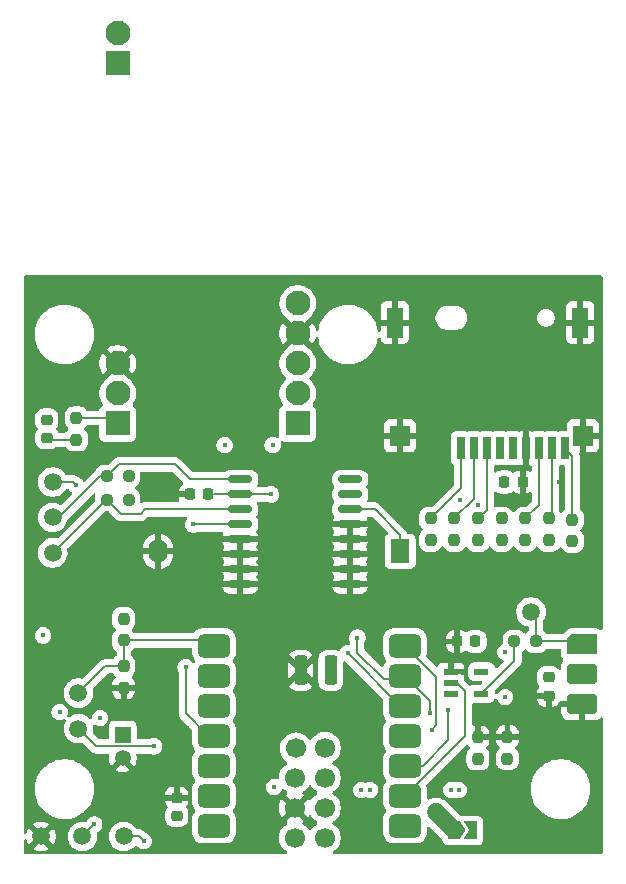
<source format=gtl>
G04 #@! TF.GenerationSoftware,KiCad,Pcbnew,9.0.3*
G04 #@! TF.CreationDate,2025-08-23T15:15:08+02:00*
G04 #@! TF.ProjectId,fw-anwesenheit,66772d61-6e77-4657-9365-6e686569742e,rev?*
G04 #@! TF.SameCoordinates,Original*
G04 #@! TF.FileFunction,Copper,L1,Top*
G04 #@! TF.FilePolarity,Positive*
%FSLAX46Y46*%
G04 Gerber Fmt 4.6, Leading zero omitted, Abs format (unit mm)*
G04 Created by KiCad (PCBNEW 9.0.3) date 2025-08-23 15:15:08*
%MOMM*%
%LPD*%
G01*
G04 APERTURE LIST*
G04 Aperture macros list*
%AMRoundRect*
0 Rectangle with rounded corners*
0 $1 Rounding radius*
0 $2 $3 $4 $5 $6 $7 $8 $9 X,Y pos of 4 corners*
0 Add a 4 corners polygon primitive as box body*
4,1,4,$2,$3,$4,$5,$6,$7,$8,$9,$2,$3,0*
0 Add four circle primitives for the rounded corners*
1,1,$1+$1,$2,$3*
1,1,$1+$1,$4,$5*
1,1,$1+$1,$6,$7*
1,1,$1+$1,$8,$9*
0 Add four rect primitives between the rounded corners*
20,1,$1+$1,$2,$3,$4,$5,0*
20,1,$1+$1,$4,$5,$6,$7,0*
20,1,$1+$1,$6,$7,$8,$9,0*
20,1,$1+$1,$8,$9,$2,$3,0*%
%AMOutline5P*
0 Free polygon, 5 corners , with rotation*
0 The origin of the aperture is its center*
0 number of corners: always 5*
0 $1 to $10 corner X, Y*
0 $11 Rotation angle, in degrees counterclockwise*
0 create outline with 5 corners*
4,1,5,$1,$2,$3,$4,$5,$6,$7,$8,$9,$10,$1,$2,$11*%
%AMOutline6P*
0 Free polygon, 6 corners , with rotation*
0 The origin of the aperture is its center*
0 number of corners: always 6*
0 $1 to $12 corner X, Y*
0 $13 Rotation angle, in degrees counterclockwise*
0 create outline with 6 corners*
4,1,6,$1,$2,$3,$4,$5,$6,$7,$8,$9,$10,$11,$12,$1,$2,$13*%
%AMOutline7P*
0 Free polygon, 7 corners , with rotation*
0 The origin of the aperture is its center*
0 number of corners: always 7*
0 $1 to $14 corner X, Y*
0 $15 Rotation angle, in degrees counterclockwise*
0 create outline with 7 corners*
4,1,7,$1,$2,$3,$4,$5,$6,$7,$8,$9,$10,$11,$12,$13,$14,$1,$2,$15*%
%AMOutline8P*
0 Free polygon, 8 corners , with rotation*
0 The origin of the aperture is its center*
0 number of corners: always 8*
0 $1 to $16 corner X, Y*
0 $17 Rotation angle, in degrees counterclockwise*
0 create outline with 8 corners*
4,1,8,$1,$2,$3,$4,$5,$6,$7,$8,$9,$10,$11,$12,$13,$14,$15,$16,$1,$2,$17*%
%AMFreePoly0*
4,1,6,1.000000,0.000000,0.500000,-0.750000,-0.500000,-0.750000,-0.500000,0.750000,0.500000,0.750000,1.000000,0.000000,1.000000,0.000000,$1*%
%AMFreePoly1*
4,1,6,0.500000,-0.750000,-0.650000,-0.750000,-0.150000,0.000000,-0.650000,0.750000,0.500000,0.750000,0.500000,-0.750000,0.500000,-0.750000,$1*%
G04 Aperture macros list end*
G04 #@! TA.AperFunction,SMDPad,CuDef*
%ADD10RoundRect,0.225000X0.225000X0.250000X-0.225000X0.250000X-0.225000X-0.250000X0.225000X-0.250000X0*%
G04 #@! TD*
G04 #@! TA.AperFunction,SMDPad,CuDef*
%ADD11Outline5P,-1.250000X0.510000X-0.910000X0.850000X1.250000X0.850000X1.250000X-0.850000X-1.250000X-0.850000X0.000000*%
G04 #@! TD*
G04 #@! TA.AperFunction,SMDPad,CuDef*
%ADD12RoundRect,0.170000X-1.080000X-0.680000X1.080000X-0.680000X1.080000X0.680000X-1.080000X0.680000X0*%
G04 #@! TD*
G04 #@! TA.AperFunction,SMDPad,CuDef*
%ADD13RoundRect,0.250000X-1.000000X-0.600000X1.000000X-0.600000X1.000000X0.600000X-1.000000X0.600000X0*%
G04 #@! TD*
G04 #@! TA.AperFunction,SMDPad,CuDef*
%ADD14RoundRect,0.500000X0.875000X0.500000X-0.875000X0.500000X-0.875000X-0.500000X0.875000X-0.500000X0*%
G04 #@! TD*
G04 #@! TA.AperFunction,SMDPad,CuDef*
%ADD15RoundRect,0.275000X0.275000X-0.975000X0.275000X0.975000X-0.275000X0.975000X-0.275000X-0.975000X0*%
G04 #@! TD*
G04 #@! TA.AperFunction,SMDPad,CuDef*
%ADD16C,1.700000*%
G04 #@! TD*
G04 #@! TA.AperFunction,SMDPad,CuDef*
%ADD17C,1.500000*%
G04 #@! TD*
G04 #@! TA.AperFunction,SMDPad,CuDef*
%ADD18RoundRect,0.218750X0.256250X-0.218750X0.256250X0.218750X-0.256250X0.218750X-0.256250X-0.218750X0*%
G04 #@! TD*
G04 #@! TA.AperFunction,SMDPad,CuDef*
%ADD19RoundRect,0.237500X0.237500X-0.250000X0.237500X0.250000X-0.237500X0.250000X-0.237500X-0.250000X0*%
G04 #@! TD*
G04 #@! TA.AperFunction,SMDPad,CuDef*
%ADD20RoundRect,0.237500X-0.237500X0.250000X-0.237500X-0.250000X0.237500X-0.250000X0.237500X0.250000X0*%
G04 #@! TD*
G04 #@! TA.AperFunction,SMDPad,CuDef*
%ADD21RoundRect,0.225000X-0.225000X-0.250000X0.225000X-0.250000X0.225000X0.250000X-0.225000X0.250000X0*%
G04 #@! TD*
G04 #@! TA.AperFunction,SMDPad,CuDef*
%ADD22RoundRect,0.150000X-0.875000X-0.150000X0.875000X-0.150000X0.875000X0.150000X-0.875000X0.150000X0*%
G04 #@! TD*
G04 #@! TA.AperFunction,ComponentPad*
%ADD23R,1.350000X1.350000*%
G04 #@! TD*
G04 #@! TA.AperFunction,ComponentPad*
%ADD24C,1.350000*%
G04 #@! TD*
G04 #@! TA.AperFunction,SMDPad,CuDef*
%ADD25FreePoly0,0.000000*%
G04 #@! TD*
G04 #@! TA.AperFunction,SMDPad,CuDef*
%ADD26FreePoly1,0.000000*%
G04 #@! TD*
G04 #@! TA.AperFunction,ComponentPad*
%ADD27C,2.100000*%
G04 #@! TD*
G04 #@! TA.AperFunction,ComponentPad*
%ADD28R,2.100000X2.100000*%
G04 #@! TD*
G04 #@! TA.AperFunction,SMDPad,CuDef*
%ADD29RoundRect,0.237500X0.250000X0.237500X-0.250000X0.237500X-0.250000X-0.237500X0.250000X-0.237500X0*%
G04 #@! TD*
G04 #@! TA.AperFunction,SMDPad,CuDef*
%ADD30R,1.270000X0.558800*%
G04 #@! TD*
G04 #@! TA.AperFunction,SMDPad,CuDef*
%ADD31RoundRect,0.237500X-0.250000X-0.237500X0.250000X-0.237500X0.250000X0.237500X-0.250000X0.237500X0*%
G04 #@! TD*
G04 #@! TA.AperFunction,SMDPad,CuDef*
%ADD32RoundRect,0.225000X0.250000X-0.225000X0.250000X0.225000X-0.250000X0.225000X-0.250000X-0.225000X0*%
G04 #@! TD*
G04 #@! TA.AperFunction,SMDPad,CuDef*
%ADD33R,0.700000X1.900000*%
G04 #@! TD*
G04 #@! TA.AperFunction,SMDPad,CuDef*
%ADD34R,1.700000X1.800000*%
G04 #@! TD*
G04 #@! TA.AperFunction,SMDPad,CuDef*
%ADD35R,1.400000X2.600000*%
G04 #@! TD*
G04 #@! TA.AperFunction,SMDPad,CuDef*
%ADD36RoundRect,0.225000X-0.250000X0.225000X-0.250000X-0.225000X0.250000X-0.225000X0.250000X0.225000X0*%
G04 #@! TD*
G04 #@! TA.AperFunction,ComponentPad*
%ADD37R,1.600000X2.000000*%
G04 #@! TD*
G04 #@! TA.AperFunction,ComponentPad*
%ADD38O,1.600000X2.000000*%
G04 #@! TD*
G04 #@! TA.AperFunction,ViaPad*
%ADD39C,0.400000*%
G04 #@! TD*
G04 #@! TA.AperFunction,Conductor*
%ADD40C,0.200000*%
G04 #@! TD*
G04 #@! TA.AperFunction,Conductor*
%ADD41C,1.500000*%
G04 #@! TD*
G04 APERTURE END LIST*
D10*
X123775000Y-97500000D03*
X122225000Y-97500000D03*
D11*
X128778000Y-111252000D03*
D12*
X128778000Y-113792000D03*
D13*
X128778000Y-116332000D03*
D14*
X113821600Y-126598500D03*
X113821600Y-124058500D03*
X113821600Y-121518500D03*
X113821600Y-118978500D03*
X113821600Y-116438500D03*
X113821600Y-113898500D03*
X113821600Y-111358500D03*
X97656600Y-111358500D03*
X97656600Y-113898500D03*
X97656600Y-116438500D03*
X97656600Y-118978500D03*
X97656600Y-121518500D03*
X97656600Y-124058500D03*
X97656600Y-126598500D03*
D15*
X107548000Y-113446800D03*
X105008000Y-113446800D03*
D16*
X107040000Y-127620000D03*
X104500000Y-127620000D03*
X107040000Y-125080000D03*
X104500000Y-125080000D03*
X107040000Y-122540000D03*
X104500000Y-122540000D03*
X107040000Y-120000000D03*
X104592600Y-120056800D03*
D17*
X83000000Y-127500000D03*
D18*
X83500000Y-93787500D03*
X83500000Y-92212500D03*
D19*
X120000000Y-102412500D03*
X120000000Y-100587500D03*
X122000000Y-102412500D03*
X122000000Y-100587500D03*
D20*
X90000000Y-109087500D03*
X90000000Y-110912500D03*
D21*
X95618000Y-98552000D03*
X97168000Y-98552000D03*
D17*
X84000000Y-103500000D03*
D22*
X99871000Y-97282000D03*
X99871000Y-98552000D03*
X99871000Y-99822000D03*
X99871000Y-101092000D03*
X99871000Y-102362000D03*
X99871000Y-103632000D03*
X99871000Y-104902000D03*
X99871000Y-106172000D03*
X109171000Y-106172000D03*
X109171000Y-104902000D03*
X109171000Y-103632000D03*
X109171000Y-102362000D03*
X109171000Y-101092000D03*
X109171000Y-99822000D03*
X109171000Y-98552000D03*
X109171000Y-97282000D03*
D23*
X89916000Y-118888000D03*
D24*
X89916000Y-120888000D03*
D19*
X116000000Y-102412500D03*
X116000000Y-100587500D03*
D17*
X86175000Y-118373000D03*
D25*
X117983000Y-127000000D03*
D26*
X119433000Y-127000000D03*
D27*
X89500000Y-59520000D03*
D28*
X89500000Y-62060000D03*
D27*
X104740000Y-87460000D03*
X104740000Y-84920000D03*
X89500000Y-87460000D03*
D28*
X89500000Y-92540000D03*
D27*
X104740000Y-90000000D03*
D28*
X104740000Y-92540000D03*
D27*
X104740000Y-82380000D03*
X89500000Y-90000000D03*
D29*
X90412500Y-97000000D03*
X88587500Y-97000000D03*
X90412500Y-99000000D03*
X88587500Y-99000000D03*
D30*
X117704600Y-113560200D03*
X117704600Y-114500000D03*
X117704600Y-115439800D03*
X120295400Y-115439800D03*
X120295400Y-113560200D03*
D21*
X118225000Y-111000000D03*
X119775000Y-111000000D03*
D20*
X86000000Y-92087500D03*
X86000000Y-93912500D03*
D31*
X123087500Y-111000000D03*
X124912500Y-111000000D03*
D19*
X124000000Y-102412500D03*
X124000000Y-100587500D03*
D17*
X84000000Y-100500000D03*
X86500000Y-127500000D03*
X90000000Y-127500000D03*
D19*
X128000000Y-102500000D03*
X128000000Y-100675000D03*
D17*
X124500000Y-108500000D03*
D19*
X118000000Y-102412500D03*
X118000000Y-100587500D03*
D32*
X125984000Y-115583000D03*
X125984000Y-114033000D03*
D19*
X122500000Y-120912500D03*
X122500000Y-119087500D03*
D20*
X90000000Y-113087500D03*
X90000000Y-114912500D03*
D17*
X84000000Y-97500000D03*
D33*
X118550000Y-94650000D03*
X119650000Y-94650000D03*
X120750000Y-94650000D03*
X121850000Y-94650000D03*
X122950000Y-94650000D03*
X124050000Y-94650000D03*
X125150000Y-94650000D03*
X126250000Y-94650000D03*
X127350000Y-94650000D03*
D34*
X128900000Y-93600000D03*
X113400000Y-93600000D03*
D35*
X128650000Y-84000000D03*
X112950000Y-84000000D03*
D19*
X126000000Y-102412500D03*
X126000000Y-100587500D03*
D17*
X86175000Y-115373000D03*
D19*
X120000000Y-120927500D03*
X120000000Y-119102500D03*
D36*
X94500000Y-124225000D03*
X94500000Y-125775000D03*
D37*
X113411000Y-103378000D03*
D38*
X92911000Y-103378000D03*
D39*
X90000000Y-114912500D03*
X121285000Y-128397000D03*
X118237000Y-110998000D03*
X119253000Y-80645000D03*
X112903000Y-83947000D03*
X110744000Y-102362000D03*
X122529600Y-126949200D03*
X129413000Y-80645000D03*
X98552000Y-124079000D03*
X86741000Y-80645000D03*
X102997000Y-128397000D03*
X113157000Y-80645000D03*
X124079000Y-94234000D03*
X125730000Y-92837000D03*
X92710000Y-98044000D03*
X107442000Y-107950000D03*
X103886000Y-107950000D03*
X123825000Y-97536000D03*
X104521000Y-125095000D03*
X98552000Y-124714000D03*
X88519000Y-103124000D03*
X129794000Y-115824000D03*
X119761000Y-92329000D03*
X122174000Y-127381000D03*
X88773000Y-80645000D03*
X83950000Y-112960000D03*
X110744000Y-106172000D03*
X113411000Y-93853000D03*
X117704600Y-115443000D03*
X97663000Y-123444000D03*
X121285000Y-80645000D03*
X125984000Y-115570000D03*
X129000000Y-116270000D03*
X86487000Y-99822000D03*
X125349000Y-80645000D03*
X98933000Y-128397000D03*
X108839000Y-120396000D03*
X98044000Y-104902000D03*
X128270000Y-116713000D03*
X122174000Y-126619000D03*
X129413000Y-128397000D03*
X94488000Y-124206000D03*
X90805000Y-80645000D03*
X98044000Y-106172000D03*
X84328000Y-126873000D03*
X126873000Y-97536000D03*
X127381000Y-80645000D03*
X84709000Y-80645000D03*
X113157000Y-128397000D03*
X110744000Y-101092000D03*
X110744000Y-104902000D03*
X109093000Y-80645000D03*
X120015000Y-99441000D03*
X117704600Y-113560200D03*
X105029000Y-80645000D03*
X104648000Y-97663000D03*
X122936000Y-126619000D03*
X94869000Y-80645000D03*
X94869000Y-128397000D03*
X128905000Y-93599000D03*
X82677000Y-80645000D03*
X95377000Y-118364000D03*
X115443000Y-91821000D03*
X119253000Y-128397000D03*
X122936000Y-127381000D03*
X98933000Y-80645000D03*
X111379000Y-107950000D03*
X96901000Y-80645000D03*
X115189000Y-80645000D03*
X117221000Y-80645000D03*
X96774000Y-123444000D03*
X118491000Y-99060000D03*
X111125000Y-128397000D03*
X123317000Y-80645000D03*
X115189000Y-128397000D03*
X111125000Y-80645000D03*
X127381000Y-128397000D03*
X129794000Y-116713000D03*
X117221000Y-128397000D03*
X98552000Y-123444000D03*
X122047000Y-99060000D03*
X110490000Y-115189000D03*
X123317000Y-128397000D03*
X102997000Y-80645000D03*
X92837000Y-80645000D03*
X125349000Y-128397000D03*
X128651000Y-83947000D03*
X105029000Y-113411000D03*
X107061000Y-80645000D03*
X98044000Y-102362000D03*
X110744000Y-103632000D03*
X96774000Y-124079000D03*
X96901000Y-128397000D03*
X105029000Y-112522000D03*
X120015000Y-119253000D03*
X109093000Y-128397000D03*
X105475000Y-105000000D03*
X128270000Y-115824000D03*
X124079000Y-94996000D03*
X100965000Y-80645000D03*
X95618000Y-98552000D03*
X100965000Y-128397000D03*
X97663000Y-124714000D03*
X98044000Y-103632000D03*
X97663000Y-124079000D03*
X122500000Y-119087500D03*
X96774000Y-124714000D03*
X128219200Y-114198400D03*
X98602800Y-127203200D03*
X128219200Y-113284000D03*
X97688400Y-127203200D03*
X129641600Y-113334800D03*
X120294400Y-113588800D03*
X96926400Y-126644400D03*
X94488000Y-125730000D03*
X98602800Y-126085600D03*
X87505500Y-126494500D03*
X129641600Y-114249200D03*
X98602800Y-126644400D03*
X119761000Y-110998000D03*
X97688400Y-126085600D03*
X97688400Y-126644400D03*
X125984000Y-114046000D03*
X128981200Y-113741200D03*
X96926400Y-127203200D03*
X96926400Y-126085600D03*
X104267000Y-120396000D03*
X83500000Y-92212500D03*
X126000000Y-102412500D03*
X97168000Y-98552000D03*
X102616000Y-94361000D03*
X120000000Y-121000000D03*
X90412500Y-99000000D03*
X121920000Y-95123000D03*
X118000000Y-102412500D03*
X110109000Y-123571000D03*
X102743000Y-123317000D03*
X98552000Y-94361000D03*
X117729000Y-123571000D03*
X122301000Y-111887000D03*
X104902000Y-120396000D03*
X122000000Y-102412500D03*
X97663000Y-120904000D03*
X121920000Y-94234000D03*
X104902000Y-119761000D03*
X118364000Y-123571000D03*
X98552000Y-121539000D03*
X104267000Y-119761000D03*
X122174000Y-97536000D03*
X128000000Y-102500000D03*
X110871000Y-123571000D03*
X97663000Y-122174000D03*
X97663000Y-121539000D03*
X98552000Y-122174000D03*
X116000000Y-102412500D03*
X102489000Y-98552000D03*
X83185000Y-110490000D03*
X90412500Y-97000000D03*
X124000000Y-102412500D03*
X120000000Y-102412500D03*
X98552000Y-120904000D03*
X96774000Y-122174000D03*
X122500000Y-120912500D03*
X96774000Y-121539000D03*
X91694000Y-127889000D03*
X96774000Y-120904000D03*
X122301000Y-115697000D03*
X90000000Y-109087500D03*
X127350000Y-94650000D03*
X113792000Y-126746000D03*
X97663000Y-116332000D03*
X125150000Y-94650000D03*
X122936000Y-94650000D03*
X97663000Y-114046000D03*
X122000000Y-100587500D03*
X95250000Y-113157000D03*
X120750000Y-94650000D03*
X117475000Y-116840000D03*
X119650000Y-94650000D03*
X112903000Y-118491000D03*
X92583000Y-119888000D03*
X116078000Y-118491000D03*
X109220000Y-97282000D03*
X115951000Y-117094000D03*
X109791500Y-110680500D03*
X88011000Y-117475000D03*
X108966000Y-112014000D03*
X108966000Y-98552000D03*
X113821600Y-116438500D03*
X84582000Y-116967000D03*
X118550000Y-94650000D03*
X126250000Y-94650000D03*
X119634000Y-126492000D03*
X119634000Y-127000000D03*
X119634000Y-127508000D03*
X85979000Y-97790000D03*
X95885000Y-101092000D03*
X107823000Y-114300000D03*
X116332000Y-125984000D03*
X107315000Y-114300000D03*
X107315000Y-113665000D03*
X107823000Y-112903000D03*
X116967000Y-125349000D03*
X107315000Y-112903000D03*
X116459000Y-125476000D03*
X107823000Y-113665000D03*
D40*
X109171000Y-101092000D02*
X110744000Y-101092000D01*
X109171000Y-102362000D02*
X110744000Y-102362000D01*
X99871000Y-102362000D02*
X98044000Y-102362000D01*
X110744000Y-104902000D02*
X109171000Y-104902000D01*
X98044000Y-106172000D02*
X99871000Y-106172000D01*
X98044000Y-103632000D02*
X99871000Y-103632000D01*
X84328000Y-126873000D02*
X83627000Y-126873000D01*
X98044000Y-104902000D02*
X99871000Y-104902000D01*
X110744000Y-103632000D02*
X109171000Y-103632000D01*
X83627000Y-126873000D02*
X83000000Y-127500000D01*
X110744000Y-106172000D02*
X109171000Y-106172000D01*
X87505500Y-126494500D02*
X86500000Y-127500000D01*
X91305000Y-127500000D02*
X91694000Y-127889000D01*
X99871000Y-98552000D02*
X102489000Y-98552000D01*
X90000000Y-127500000D02*
X91305000Y-127500000D01*
X97676000Y-98552000D02*
X99871000Y-98552000D01*
X123087500Y-111000000D02*
X123087500Y-112647700D01*
X123087500Y-112647700D02*
X120295400Y-115439800D01*
X124912500Y-108912500D02*
X124500000Y-108500000D01*
X124912500Y-111000000D02*
X124912500Y-108912500D01*
X124912500Y-111000000D02*
X128810000Y-111000000D01*
X128810000Y-111000000D02*
X129000000Y-111190000D01*
X88460500Y-113087500D02*
X90000000Y-113087500D01*
X90000000Y-113087500D02*
X90000000Y-110912500D01*
X90000000Y-110912500D02*
X97210600Y-110912500D01*
X86175000Y-115373000D02*
X88460500Y-113087500D01*
X97210600Y-110912500D02*
X97656600Y-111358500D01*
X128000000Y-95300000D02*
X127350000Y-94650000D01*
X128000000Y-100675000D02*
X128000000Y-95300000D01*
X125150000Y-99437500D02*
X124000000Y-100587500D01*
X125150000Y-94650000D02*
X125150000Y-99437500D01*
X97134500Y-118978500D02*
X95250000Y-117094000D01*
X97656600Y-118978500D02*
X97134500Y-118978500D01*
X95250000Y-117094000D02*
X95250000Y-113157000D01*
X120750000Y-99837500D02*
X120000000Y-100587500D01*
X120750000Y-94650000D02*
X120750000Y-99837500D01*
X119650000Y-98937500D02*
X118000000Y-100587500D01*
X115336500Y-121518500D02*
X117475000Y-119380000D01*
X119650000Y-94650000D02*
X119650000Y-98937500D01*
X117475000Y-119380000D02*
X117475000Y-116840000D01*
X113821600Y-121518500D02*
X115336500Y-121518500D01*
X83625000Y-93912500D02*
X83500000Y-93787500D01*
X86000000Y-93912500D02*
X83625000Y-93912500D01*
X113821600Y-124058500D02*
X118872000Y-119008100D01*
X118872000Y-115189000D02*
X118183000Y-114500000D01*
X118183000Y-114500000D02*
X117704600Y-114500000D01*
X118872000Y-119008100D02*
X118872000Y-115189000D01*
X116459000Y-118110000D02*
X116459000Y-113995900D01*
X116459000Y-113995900D02*
X113821600Y-111358500D01*
X116078000Y-118491000D02*
X116459000Y-118110000D01*
X87690000Y-119888000D02*
X92583000Y-119888000D01*
X86302000Y-118500000D02*
X87690000Y-119888000D01*
X109791500Y-111950500D02*
X112014000Y-114173000D01*
X113547100Y-114173000D02*
X113821600Y-113898500D01*
X109791500Y-110680500D02*
X109791500Y-111950500D01*
X115951000Y-116027900D02*
X113821600Y-113898500D01*
X115951000Y-117094000D02*
X115951000Y-116027900D01*
X112014000Y-114173000D02*
X113547100Y-114173000D01*
X113390500Y-116438500D02*
X113821600Y-116438500D01*
X108966000Y-112014000D02*
X113390500Y-116438500D01*
X118550000Y-94650000D02*
X118550000Y-98037500D01*
X118550000Y-98037500D02*
X116000000Y-100587500D01*
X126250000Y-100337500D02*
X126000000Y-100587500D01*
X126250000Y-94650000D02*
X126250000Y-100337500D01*
X86000000Y-92087500D02*
X89047500Y-92087500D01*
X89047500Y-92087500D02*
X89500000Y-92540000D01*
X113411000Y-101981000D02*
X113411000Y-103378000D01*
X111252000Y-99822000D02*
X113411000Y-101981000D01*
X109171000Y-99822000D02*
X111252000Y-99822000D01*
X95631000Y-97282000D02*
X99871000Y-97282000D01*
X94361000Y-96012000D02*
X89575500Y-96012000D01*
X94361000Y-96012000D02*
X95631000Y-97282000D01*
X84539000Y-100500000D02*
X88039000Y-97000000D01*
X88039000Y-97000000D02*
X88587500Y-97000000D01*
X89575500Y-96012000D02*
X88587500Y-97000000D01*
X84000000Y-100500000D02*
X84539000Y-100500000D01*
X91821000Y-99822000D02*
X91440000Y-100203000D01*
X84000000Y-103500000D02*
X88500000Y-99000000D01*
X88500000Y-99000000D02*
X88587500Y-99000000D01*
X99871000Y-99822000D02*
X91821000Y-99822000D01*
X89790500Y-100203000D02*
X88587500Y-99000000D01*
X91440000Y-100203000D02*
X89790500Y-100203000D01*
X85979000Y-97790000D02*
X85689000Y-97500000D01*
X99871000Y-101092000D02*
X95885000Y-101092000D01*
X85689000Y-97500000D02*
X84000000Y-97500000D01*
D41*
X117983000Y-127000000D02*
X116459000Y-125476000D01*
G04 #@! TA.AperFunction,Conductor*
G36*
X94127942Y-96632185D02*
G01*
X94148584Y-96648819D01*
X95008076Y-97508311D01*
X95041561Y-97569634D01*
X95036577Y-97639326D01*
X94994705Y-97695259D01*
X94985495Y-97701529D01*
X94940267Y-97729427D01*
X94820427Y-97849267D01*
X94820424Y-97849271D01*
X94731457Y-97993507D01*
X94731452Y-97993518D01*
X94678144Y-98154393D01*
X94668000Y-98253677D01*
X94668000Y-98302000D01*
X95494000Y-98302000D01*
X95561039Y-98321685D01*
X95606794Y-98374489D01*
X95618000Y-98426000D01*
X95618000Y-98678000D01*
X95598315Y-98745039D01*
X95545511Y-98790794D01*
X95494000Y-98802000D01*
X94668001Y-98802000D01*
X94668001Y-98850322D01*
X94678144Y-98949607D01*
X94714226Y-99058496D01*
X94716628Y-99128325D01*
X94680896Y-99188366D01*
X94618375Y-99219559D01*
X94596520Y-99221500D01*
X91741941Y-99221500D01*
X91703558Y-99231784D01*
X91703559Y-99231785D01*
X91589214Y-99262423D01*
X91589211Y-99262425D01*
X91586494Y-99263994D01*
X91583912Y-99264620D01*
X91581706Y-99265534D01*
X91581563Y-99265189D01*
X91518593Y-99280463D01*
X91452567Y-99257608D01*
X91409379Y-99202685D01*
X91400499Y-99156608D01*
X91400499Y-98713324D01*
X91390174Y-98612247D01*
X91335908Y-98448484D01*
X91245340Y-98301650D01*
X91123350Y-98179660D01*
X91003178Y-98105537D01*
X90956456Y-98053591D01*
X90945233Y-97984628D01*
X90973077Y-97920546D01*
X91003177Y-97894462D01*
X91123350Y-97820340D01*
X91245340Y-97698350D01*
X91335908Y-97551516D01*
X91390174Y-97387753D01*
X91400500Y-97286677D01*
X91400499Y-96736499D01*
X91420183Y-96669461D01*
X91472987Y-96623706D01*
X91524499Y-96612500D01*
X94060903Y-96612500D01*
X94127942Y-96632185D01*
G37*
G04 #@! TD.AperFunction*
G04 #@! TA.AperFunction,Conductor*
G36*
X127342539Y-96120184D02*
G01*
X127388294Y-96172988D01*
X127399500Y-96224499D01*
X127399500Y-99712598D01*
X127379815Y-99779637D01*
X127340598Y-99818136D01*
X127301650Y-99842159D01*
X127179660Y-99964149D01*
X127179657Y-99964153D01*
X127131585Y-100042090D01*
X127129064Y-100044356D01*
X127127998Y-100047576D01*
X127103274Y-100067553D01*
X127079637Y-100088815D01*
X127076289Y-100089359D01*
X127073653Y-100091490D01*
X127042053Y-100094930D01*
X127010674Y-100100036D01*
X127007564Y-100098685D01*
X127004194Y-100099052D01*
X126975750Y-100084861D01*
X126946593Y-100072193D01*
X126943806Y-100068925D01*
X126941673Y-100067861D01*
X126934507Y-100058019D01*
X126919490Y-100040409D01*
X126912780Y-100029135D01*
X126910908Y-100023484D01*
X126868461Y-99954667D01*
X126867943Y-99953796D01*
X126862781Y-99933687D01*
X126850500Y-99890380D01*
X126850500Y-96224499D01*
X126870185Y-96157460D01*
X126922989Y-96111705D01*
X126974495Y-96100499D01*
X127275500Y-96100499D01*
X127342539Y-96120184D01*
G37*
G04 #@! TD.AperFunction*
G04 #@! TA.AperFunction,Conductor*
G36*
X130487539Y-80022185D02*
G01*
X130533294Y-80074989D01*
X130544500Y-80126500D01*
X130544500Y-109915724D01*
X130524815Y-109982763D01*
X130472011Y-110028518D01*
X130402853Y-110038462D01*
X130346189Y-110014991D01*
X130270331Y-109958204D01*
X130270328Y-109958202D01*
X130135482Y-109907908D01*
X130135483Y-109907908D01*
X130075883Y-109901501D01*
X130075864Y-109901499D01*
X127827025Y-109901499D01*
X127742953Y-109912059D01*
X127742949Y-109912060D01*
X127609984Y-109967136D01*
X127543065Y-110019121D01*
X127543059Y-110019126D01*
X127199006Y-110363181D01*
X127137683Y-110396666D01*
X127111325Y-110399500D01*
X125874901Y-110399500D01*
X125807862Y-110379815D01*
X125769362Y-110340596D01*
X125745340Y-110301650D01*
X125623349Y-110179659D01*
X125571902Y-110147926D01*
X125525178Y-110095978D01*
X125513000Y-110042388D01*
X125513000Y-109273493D01*
X125532685Y-109206454D01*
X125536683Y-109200607D01*
X125569521Y-109155409D01*
X125569520Y-109155409D01*
X125569524Y-109155405D01*
X125658884Y-108980025D01*
X125719709Y-108792826D01*
X125736431Y-108687247D01*
X125750500Y-108598422D01*
X125750500Y-108401577D01*
X125719709Y-108207173D01*
X125691487Y-108120317D01*
X125658884Y-108019975D01*
X125658882Y-108019972D01*
X125658882Y-108019970D01*
X125569523Y-107844594D01*
X125453828Y-107685354D01*
X125314646Y-107546172D01*
X125155405Y-107430476D01*
X124980029Y-107341117D01*
X124792826Y-107280290D01*
X124598422Y-107249500D01*
X124598417Y-107249500D01*
X124401583Y-107249500D01*
X124401578Y-107249500D01*
X124207173Y-107280290D01*
X124019970Y-107341117D01*
X123844594Y-107430476D01*
X123753741Y-107496485D01*
X123685354Y-107546172D01*
X123685352Y-107546174D01*
X123685351Y-107546174D01*
X123546174Y-107685351D01*
X123546174Y-107685352D01*
X123546172Y-107685354D01*
X123496485Y-107753741D01*
X123430476Y-107844594D01*
X123341117Y-108019970D01*
X123280290Y-108207173D01*
X123249500Y-108401577D01*
X123249500Y-108598422D01*
X123280290Y-108792826D01*
X123341117Y-108980029D01*
X123430476Y-109155405D01*
X123546172Y-109314646D01*
X123685354Y-109453828D01*
X123844595Y-109569524D01*
X123927455Y-109611743D01*
X124019970Y-109658882D01*
X124019972Y-109658882D01*
X124019975Y-109658884D01*
X124207168Y-109719707D01*
X124207169Y-109719707D01*
X124207174Y-109719709D01*
X124207389Y-109719743D01*
X124207463Y-109719778D01*
X124211900Y-109720843D01*
X124211676Y-109721774D01*
X124238171Y-109734332D01*
X124269203Y-109748504D01*
X124269698Y-109749274D01*
X124270524Y-109749666D01*
X124288535Y-109778586D01*
X124306977Y-109807282D01*
X124307148Y-109808471D01*
X124307461Y-109808974D01*
X124312000Y-109842217D01*
X124312000Y-110042388D01*
X124292315Y-110109427D01*
X124253098Y-110147926D01*
X124201650Y-110179659D01*
X124201649Y-110179660D01*
X124087681Y-110293629D01*
X124026358Y-110327114D01*
X123956666Y-110322130D01*
X123912319Y-110293629D01*
X123798351Y-110179661D01*
X123798350Y-110179660D01*
X123651516Y-110089092D01*
X123487753Y-110034826D01*
X123487751Y-110034825D01*
X123386678Y-110024500D01*
X122788330Y-110024500D01*
X122788312Y-110024501D01*
X122687247Y-110034825D01*
X122523484Y-110089092D01*
X122523481Y-110089093D01*
X122376648Y-110179661D01*
X122254661Y-110301648D01*
X122164093Y-110448481D01*
X122164091Y-110448486D01*
X122154917Y-110476172D01*
X122109826Y-110612247D01*
X122109826Y-110612248D01*
X122109825Y-110612248D01*
X122099500Y-110713315D01*
X122099500Y-111129394D01*
X122079815Y-111196433D01*
X122027011Y-111242188D01*
X122022953Y-111243955D01*
X121969191Y-111266223D01*
X121969182Y-111266228D01*
X121854458Y-111342885D01*
X121854454Y-111342888D01*
X121756888Y-111440454D01*
X121756885Y-111440458D01*
X121680228Y-111555182D01*
X121680221Y-111555195D01*
X121627421Y-111682667D01*
X121627418Y-111682677D01*
X121600500Y-111818004D01*
X121600500Y-111818007D01*
X121600500Y-111955993D01*
X121600500Y-111955995D01*
X121600499Y-111955995D01*
X121627418Y-112091322D01*
X121627421Y-112091332D01*
X121680221Y-112218804D01*
X121680228Y-112218817D01*
X121756885Y-112333541D01*
X121756888Y-112333545D01*
X121854454Y-112431111D01*
X121854458Y-112431114D01*
X121969182Y-112507771D01*
X121969195Y-112507778D01*
X122086942Y-112556550D01*
X122141346Y-112600391D01*
X122163411Y-112666685D01*
X122146132Y-112734384D01*
X122127171Y-112758792D01*
X121635729Y-113250234D01*
X121574406Y-113283719D01*
X121504714Y-113278735D01*
X121448781Y-113236863D01*
X121426711Y-113180765D01*
X121426276Y-113180868D01*
X121425560Y-113177840D01*
X121424757Y-113175800D01*
X121424491Y-113173317D01*
X121401956Y-113112898D01*
X121374197Y-113038471D01*
X121374193Y-113038464D01*
X121287947Y-112923255D01*
X121287944Y-112923252D01*
X121172735Y-112837006D01*
X121172728Y-112837002D01*
X121037882Y-112786708D01*
X121037883Y-112786708D01*
X120978283Y-112780301D01*
X120978281Y-112780300D01*
X120978273Y-112780300D01*
X120978264Y-112780300D01*
X119612529Y-112780300D01*
X119612523Y-112780301D01*
X119552916Y-112786708D01*
X119418071Y-112837002D01*
X119418064Y-112837006D01*
X119302855Y-112923252D01*
X119302852Y-112923255D01*
X119216606Y-113038464D01*
X119216602Y-113038471D01*
X119176497Y-113146001D01*
X119166309Y-113173317D01*
X119159900Y-113232927D01*
X119159900Y-113232934D01*
X119159900Y-113232935D01*
X119159900Y-113887470D01*
X119159901Y-113887476D01*
X119166308Y-113947083D01*
X119216602Y-114081928D01*
X119216606Y-114081935D01*
X119302852Y-114197144D01*
X119302855Y-114197147D01*
X119418064Y-114283393D01*
X119418071Y-114283397D01*
X119552917Y-114333691D01*
X119552916Y-114333691D01*
X119559844Y-114334435D01*
X119612527Y-114340100D01*
X120246503Y-114340099D01*
X120267748Y-114346337D01*
X120289836Y-114347917D01*
X120300618Y-114355988D01*
X120313541Y-114359783D01*
X120328042Y-114376519D01*
X120345769Y-114389789D01*
X120350475Y-114402407D01*
X120359296Y-114412587D01*
X120362447Y-114434505D01*
X120370186Y-114455253D01*
X120367323Y-114468413D01*
X120369240Y-114481746D01*
X120360040Y-114501889D01*
X120355334Y-114523526D01*
X120342065Y-114541251D01*
X120340215Y-114545302D01*
X120334183Y-114551780D01*
X120262382Y-114623581D01*
X120201059Y-114657066D01*
X120174701Y-114659900D01*
X119612529Y-114659900D01*
X119612523Y-114659901D01*
X119552916Y-114666308D01*
X119418071Y-114716602D01*
X119418063Y-114716607D01*
X119407316Y-114724651D01*
X119407315Y-114724653D01*
X119407313Y-114724653D01*
X119407298Y-114724665D01*
X119375071Y-114736683D01*
X119341853Y-114749077D01*
X119341843Y-114749074D01*
X119341832Y-114749079D01*
X119306403Y-114741369D01*
X119273578Y-114734233D01*
X119273566Y-114734224D01*
X119273560Y-114734223D01*
X119245322Y-114713085D01*
X119236384Y-114704149D01*
X119236383Y-114704147D01*
X119236374Y-114704139D01*
X118876418Y-114344183D01*
X118842933Y-114282860D01*
X118840099Y-114256502D01*
X118840099Y-114172729D01*
X118840098Y-114172723D01*
X118840056Y-114172333D01*
X118833691Y-114113117D01*
X118818622Y-114072717D01*
X118813639Y-114003027D01*
X118818624Y-113986049D01*
X118833198Y-113946976D01*
X118839599Y-113887444D01*
X118839600Y-113887427D01*
X118839600Y-113810200D01*
X118667814Y-113810200D01*
X118600775Y-113790515D01*
X118593502Y-113785466D01*
X118581931Y-113776804D01*
X118581928Y-113776802D01*
X118447082Y-113726508D01*
X118447083Y-113726508D01*
X118387483Y-113720101D01*
X118387481Y-113720100D01*
X118387473Y-113720100D01*
X118387465Y-113720100D01*
X117828600Y-113720100D01*
X117761561Y-113700415D01*
X117715806Y-113647611D01*
X117704600Y-113596100D01*
X117704600Y-113560200D01*
X117578600Y-113560200D01*
X117511561Y-113540515D01*
X117465806Y-113487711D01*
X117454600Y-113436200D01*
X117454600Y-113310200D01*
X117954600Y-113310200D01*
X118839600Y-113310200D01*
X118839600Y-113232972D01*
X118839599Y-113232955D01*
X118833198Y-113173427D01*
X118833196Y-113173420D01*
X118782954Y-113038713D01*
X118782950Y-113038706D01*
X118696790Y-112923612D01*
X118696787Y-112923609D01*
X118581693Y-112837449D01*
X118581686Y-112837445D01*
X118446979Y-112787203D01*
X118446972Y-112787201D01*
X118387444Y-112780800D01*
X117954600Y-112780800D01*
X117954600Y-113310200D01*
X117454600Y-113310200D01*
X117454600Y-112780800D01*
X117021755Y-112780800D01*
X116962227Y-112787201D01*
X116962220Y-112787203D01*
X116827513Y-112837445D01*
X116827506Y-112837449D01*
X116712412Y-112923609D01*
X116712409Y-112923612D01*
X116626249Y-113038706D01*
X116626246Y-113038712D01*
X116618913Y-113058372D01*
X116577040Y-113114304D01*
X116511575Y-113138719D01*
X116443302Y-113123866D01*
X116415051Y-113102716D01*
X115662852Y-112350517D01*
X115629367Y-112289194D01*
X115631317Y-112228724D01*
X115634152Y-112218817D01*
X115686486Y-112035918D01*
X115697100Y-111916537D01*
X115697099Y-111298322D01*
X117275001Y-111298322D01*
X117285144Y-111397607D01*
X117338452Y-111558481D01*
X117338457Y-111558492D01*
X117427424Y-111702728D01*
X117427427Y-111702732D01*
X117547267Y-111822572D01*
X117547271Y-111822575D01*
X117691507Y-111911542D01*
X117691518Y-111911547D01*
X117852393Y-111964855D01*
X117951683Y-111974999D01*
X117975000Y-111974998D01*
X117975000Y-111250000D01*
X117275001Y-111250000D01*
X117275001Y-111298322D01*
X115697099Y-111298322D01*
X115697099Y-110800464D01*
X115688317Y-110701677D01*
X117275000Y-110701677D01*
X117275000Y-110750000D01*
X117975000Y-110750000D01*
X117975000Y-110025000D01*
X118475000Y-110025000D01*
X118475000Y-111974999D01*
X118498308Y-111974999D01*
X118498322Y-111974998D01*
X118597607Y-111964855D01*
X118758481Y-111911547D01*
X118758492Y-111911542D01*
X118902731Y-111822573D01*
X118911959Y-111813345D01*
X118973279Y-111779856D01*
X119042971Y-111784835D01*
X119087327Y-111813339D01*
X119096955Y-111822967D01*
X119096959Y-111822970D01*
X119241294Y-111911998D01*
X119241297Y-111911999D01*
X119241303Y-111912003D01*
X119402292Y-111965349D01*
X119501655Y-111975500D01*
X120048344Y-111975499D01*
X120048352Y-111975498D01*
X120048355Y-111975498D01*
X120102760Y-111969940D01*
X120147708Y-111965349D01*
X120308697Y-111912003D01*
X120453044Y-111822968D01*
X120572968Y-111703044D01*
X120662003Y-111558697D01*
X120715349Y-111397708D01*
X120725500Y-111298345D01*
X120725499Y-110701656D01*
X120724750Y-110694328D01*
X120715349Y-110602292D01*
X120715348Y-110602289D01*
X120701001Y-110558993D01*
X120662003Y-110441303D01*
X120661999Y-110441297D01*
X120661998Y-110441294D01*
X120572970Y-110296959D01*
X120572967Y-110296955D01*
X120453044Y-110177032D01*
X120453040Y-110177029D01*
X120308705Y-110088001D01*
X120308699Y-110087998D01*
X120308697Y-110087997D01*
X120288755Y-110081389D01*
X120147709Y-110034651D01*
X120048346Y-110024500D01*
X119501662Y-110024500D01*
X119501644Y-110024501D01*
X119402292Y-110034650D01*
X119402289Y-110034651D01*
X119241305Y-110087996D01*
X119241294Y-110088001D01*
X119096959Y-110177029D01*
X119096953Y-110177033D01*
X119087324Y-110186663D01*
X119026000Y-110220146D01*
X118956308Y-110215159D01*
X118911965Y-110186660D01*
X118902732Y-110177427D01*
X118902728Y-110177424D01*
X118758492Y-110088457D01*
X118758481Y-110088452D01*
X118597606Y-110035144D01*
X118498322Y-110025000D01*
X118475000Y-110025000D01*
X117975000Y-110025000D01*
X117975000Y-110024999D01*
X117951693Y-110025000D01*
X117951674Y-110025001D01*
X117852392Y-110035144D01*
X117691518Y-110088452D01*
X117691507Y-110088457D01*
X117547271Y-110177424D01*
X117547267Y-110177427D01*
X117427427Y-110297267D01*
X117427424Y-110297271D01*
X117338457Y-110441507D01*
X117338452Y-110441518D01*
X117285144Y-110602393D01*
X117275000Y-110701677D01*
X115688317Y-110701677D01*
X115686486Y-110681082D01*
X115630509Y-110485451D01*
X115536298Y-110305093D01*
X115462967Y-110215159D01*
X115407709Y-110147390D01*
X115269659Y-110034826D01*
X115250007Y-110018802D01*
X115069649Y-109924591D01*
X115069648Y-109924590D01*
X115069645Y-109924589D01*
X114952429Y-109891050D01*
X114874018Y-109868614D01*
X114874015Y-109868613D01*
X114874013Y-109868613D01*
X114807702Y-109862717D01*
X114754637Y-109858000D01*
X114754632Y-109858000D01*
X112888571Y-109858000D01*
X112888565Y-109858000D01*
X112888564Y-109858001D01*
X112876916Y-109859036D01*
X112769184Y-109868613D01*
X112573554Y-109924589D01*
X112512146Y-109956666D01*
X112393193Y-110018802D01*
X112393191Y-110018803D01*
X112393190Y-110018804D01*
X112235490Y-110147390D01*
X112109711Y-110301648D01*
X112106902Y-110305093D01*
X112067871Y-110379815D01*
X112012689Y-110485454D01*
X111956714Y-110681083D01*
X111956713Y-110681086D01*
X111946100Y-110800466D01*
X111946100Y-111916528D01*
X111946101Y-111916534D01*
X111956713Y-112035915D01*
X112012689Y-112231545D01*
X112012690Y-112231546D01*
X112012691Y-112231549D01*
X112106902Y-112411907D01*
X112156726Y-112473011D01*
X112219615Y-112550139D01*
X112246724Y-112614536D01*
X112234715Y-112683365D01*
X112219615Y-112706861D01*
X112113135Y-112837449D01*
X112106902Y-112845093D01*
X112017410Y-113016417D01*
X112012690Y-113025453D01*
X112004562Y-113053860D01*
X111967194Y-113112898D01*
X111903840Y-113142361D01*
X111834615Y-113132895D01*
X111797665Y-113107429D01*
X110428319Y-111738083D01*
X110394834Y-111676760D01*
X110392000Y-111650402D01*
X110392000Y-111080269D01*
X110410246Y-111018127D01*
X110409406Y-111017678D01*
X110411564Y-111013640D01*
X110411685Y-111013230D01*
X110412221Y-111012410D01*
X110412271Y-111012316D01*
X110412275Y-111012311D01*
X110465080Y-110884828D01*
X110481861Y-110800464D01*
X110492000Y-110749495D01*
X110492000Y-110611504D01*
X110465081Y-110476177D01*
X110465080Y-110476176D01*
X110465080Y-110476172D01*
X110450726Y-110441518D01*
X110412278Y-110348695D01*
X110412271Y-110348682D01*
X110335614Y-110233958D01*
X110335611Y-110233954D01*
X110238045Y-110136388D01*
X110238041Y-110136385D01*
X110123317Y-110059728D01*
X110123304Y-110059721D01*
X109995832Y-110006921D01*
X109995822Y-110006918D01*
X109860495Y-109980000D01*
X109860493Y-109980000D01*
X109722507Y-109980000D01*
X109722505Y-109980000D01*
X109587177Y-110006918D01*
X109587167Y-110006921D01*
X109459695Y-110059721D01*
X109459682Y-110059728D01*
X109344958Y-110136385D01*
X109344954Y-110136388D01*
X109247388Y-110233954D01*
X109247385Y-110233958D01*
X109170728Y-110348682D01*
X109170721Y-110348695D01*
X109117921Y-110476167D01*
X109117918Y-110476177D01*
X109091000Y-110611504D01*
X109091000Y-110611507D01*
X109091000Y-110749493D01*
X109091000Y-110749495D01*
X109090999Y-110749495D01*
X109117918Y-110884822D01*
X109117921Y-110884832D01*
X109170722Y-111012306D01*
X109173594Y-111017678D01*
X109172292Y-111018374D01*
X109175752Y-111029423D01*
X109185977Y-111045334D01*
X109190428Y-111076291D01*
X109190980Y-111078054D01*
X109191000Y-111080269D01*
X109191000Y-111193437D01*
X109171315Y-111260476D01*
X109118511Y-111306231D01*
X109049353Y-111316175D01*
X109042809Y-111315054D01*
X109034997Y-111313500D01*
X109034993Y-111313500D01*
X108897007Y-111313500D01*
X108897005Y-111313500D01*
X108761677Y-111340418D01*
X108761667Y-111340421D01*
X108634195Y-111393221D01*
X108634182Y-111393228D01*
X108519458Y-111469885D01*
X108519454Y-111469888D01*
X108421888Y-111567454D01*
X108421885Y-111567458D01*
X108345228Y-111682182D01*
X108345223Y-111682191D01*
X108335012Y-111706843D01*
X108291169Y-111761245D01*
X108224874Y-111783308D01*
X108166654Y-111771109D01*
X108161604Y-111768677D01*
X107996658Y-111710959D01*
X107996648Y-111710957D01*
X107866558Y-111696300D01*
X107866552Y-111696300D01*
X107229448Y-111696300D01*
X107229441Y-111696300D01*
X107099351Y-111710957D01*
X107099341Y-111710959D01*
X106934395Y-111768677D01*
X106786423Y-111861653D01*
X106662853Y-111985223D01*
X106569877Y-112133195D01*
X106512159Y-112298141D01*
X106512157Y-112298151D01*
X106497500Y-112428241D01*
X106497500Y-114465358D01*
X106512157Y-114595448D01*
X106512159Y-114595458D01*
X106565958Y-114749203D01*
X106569878Y-114760406D01*
X106662853Y-114908376D01*
X106786424Y-115031947D01*
X106934394Y-115124922D01*
X107099343Y-115182641D01*
X107099349Y-115182641D01*
X107099351Y-115182642D01*
X107140750Y-115187306D01*
X107229442Y-115197299D01*
X107229445Y-115197300D01*
X107229448Y-115197300D01*
X107866555Y-115197300D01*
X107866556Y-115197299D01*
X107996657Y-115182641D01*
X108161606Y-115124922D01*
X108309576Y-115031947D01*
X108433147Y-114908376D01*
X108526122Y-114760406D01*
X108583841Y-114595457D01*
X108598500Y-114465352D01*
X108598500Y-112805276D01*
X108605524Y-112781354D01*
X108608455Y-112756597D01*
X108615197Y-112748411D01*
X108618185Y-112738237D01*
X108637024Y-112721912D01*
X108652877Y-112702667D01*
X108662975Y-112699425D01*
X108670989Y-112692482D01*
X108695665Y-112688933D01*
X108719404Y-112681315D01*
X108734455Y-112683356D01*
X108740147Y-112682538D01*
X108754453Y-112685464D01*
X108760379Y-112687044D01*
X108761672Y-112687580D01*
X108764485Y-112688139D01*
X108768334Y-112689166D01*
X108794906Y-112705320D01*
X108822474Y-112719737D01*
X108824062Y-112721297D01*
X111909781Y-115807016D01*
X111943266Y-115868339D01*
X111946100Y-115894697D01*
X111946100Y-116996528D01*
X111946101Y-116996534D01*
X111956713Y-117115915D01*
X112012689Y-117311545D01*
X112012690Y-117311548D01*
X112012691Y-117311549D01*
X112106902Y-117491907D01*
X112133327Y-117524315D01*
X112219615Y-117630139D01*
X112246724Y-117694536D01*
X112234715Y-117763365D01*
X112219615Y-117786861D01*
X112108890Y-117922655D01*
X112106902Y-117925093D01*
X112083098Y-117970664D01*
X112012689Y-118105454D01*
X111956714Y-118301083D01*
X111956713Y-118301086D01*
X111946100Y-118420466D01*
X111946100Y-119536528D01*
X111946100Y-119536533D01*
X111946101Y-119536536D01*
X111946266Y-119538388D01*
X111956713Y-119655915D01*
X112012689Y-119851545D01*
X112012690Y-119851548D01*
X112012691Y-119851549D01*
X112106902Y-120031907D01*
X112152091Y-120087327D01*
X112219615Y-120170139D01*
X112246724Y-120234536D01*
X112234715Y-120303365D01*
X112219615Y-120326861D01*
X112121188Y-120447573D01*
X112106902Y-120465093D01*
X112074436Y-120527246D01*
X112012689Y-120645454D01*
X111974247Y-120779806D01*
X111958358Y-120835339D01*
X111956714Y-120841083D01*
X111956713Y-120841086D01*
X111946100Y-120960466D01*
X111946100Y-122076528D01*
X111946101Y-122076534D01*
X111956713Y-122195915D01*
X112012689Y-122391545D01*
X112012690Y-122391548D01*
X112012691Y-122391549D01*
X112106902Y-122571907D01*
X112106904Y-122571909D01*
X112219615Y-122710139D01*
X112246724Y-122774536D01*
X112234715Y-122843365D01*
X112219615Y-122866861D01*
X112123127Y-122985195D01*
X112106902Y-123005093D01*
X112074836Y-123066481D01*
X112012689Y-123185454D01*
X111956714Y-123381083D01*
X111956713Y-123381086D01*
X111946100Y-123500466D01*
X111946100Y-124616528D01*
X111946101Y-124616534D01*
X111956713Y-124735915D01*
X112012689Y-124931545D01*
X112012690Y-124931548D01*
X112012691Y-124931549D01*
X112106902Y-125111907D01*
X112106904Y-125111909D01*
X112219615Y-125250139D01*
X112246724Y-125314536D01*
X112234715Y-125383365D01*
X112219615Y-125406861D01*
X112106907Y-125545087D01*
X112106902Y-125545093D01*
X112059796Y-125635272D01*
X112012689Y-125725454D01*
X111956714Y-125921083D01*
X111956713Y-125921086D01*
X111954108Y-125950388D01*
X111946141Y-126040008D01*
X111946100Y-126040466D01*
X111946100Y-127156528D01*
X111946101Y-127156534D01*
X111956713Y-127275915D01*
X112012689Y-127471545D01*
X112012690Y-127471548D01*
X112012691Y-127471549D01*
X112106902Y-127651907D01*
X112106904Y-127651909D01*
X112235490Y-127809609D01*
X112289384Y-127853553D01*
X112393193Y-127938198D01*
X112573551Y-128032409D01*
X112769182Y-128088386D01*
X112888563Y-128099000D01*
X114754636Y-128098999D01*
X114874018Y-128088386D01*
X115069649Y-128032409D01*
X115250007Y-127938198D01*
X115407709Y-127809609D01*
X115536298Y-127651907D01*
X115630509Y-127471549D01*
X115686486Y-127275918D01*
X115697100Y-127156537D01*
X115697099Y-126781933D01*
X115716783Y-126714896D01*
X115769587Y-126669141D01*
X115838746Y-126659197D01*
X115902301Y-126688222D01*
X115908780Y-126694254D01*
X116945795Y-127731269D01*
X116979280Y-127792592D01*
X116981798Y-127810102D01*
X116982644Y-127821940D01*
X117011338Y-127919660D01*
X117016206Y-127936239D01*
X117023182Y-127959994D01*
X117100967Y-128081030D01*
X117100971Y-128081034D01*
X117186497Y-128155143D01*
X117209706Y-128175254D01*
X117242269Y-128190125D01*
X117340580Y-128235023D01*
X117340583Y-128235023D01*
X117340584Y-128235024D01*
X117483000Y-128255500D01*
X117483003Y-128255500D01*
X118482984Y-128255500D01*
X118483000Y-128255500D01*
X118546522Y-128251493D01*
X118546526Y-128251492D01*
X118546527Y-128251492D01*
X118566755Y-128245919D01*
X118593104Y-128238660D01*
X118643680Y-128235469D01*
X118783000Y-128255500D01*
X118783003Y-128255500D01*
X119933000Y-128255500D01*
X120004940Y-128250355D01*
X120142992Y-128209819D01*
X120264032Y-128132031D01*
X120358254Y-128023294D01*
X120418024Y-127892416D01*
X120438500Y-127750000D01*
X120438500Y-126250000D01*
X120433355Y-126178060D01*
X120428843Y-126162695D01*
X120424442Y-126147707D01*
X120392819Y-126040008D01*
X120341263Y-125959786D01*
X120315032Y-125918969D01*
X120315028Y-125918965D01*
X120206299Y-125824750D01*
X120206297Y-125824748D01*
X120206294Y-125824746D01*
X120206290Y-125824744D01*
X120075419Y-125764976D01*
X120075414Y-125764975D01*
X119933000Y-125744500D01*
X118783000Y-125744500D01*
X118782978Y-125744500D01*
X118702669Y-125750923D01*
X118702658Y-125750925D01*
X118674253Y-125759787D01*
X118662463Y-125760729D01*
X118654972Y-125764151D01*
X118619678Y-125764151D01*
X118539001Y-125752551D01*
X118475446Y-125723526D01*
X118468968Y-125717494D01*
X117273648Y-124522174D01*
X117273646Y-124522172D01*
X117114405Y-124406476D01*
X117065385Y-124381499D01*
X116939030Y-124317117D01*
X116751826Y-124256290D01*
X116557422Y-124225500D01*
X116557417Y-124225500D01*
X116360583Y-124225500D01*
X116360578Y-124225500D01*
X116166173Y-124256290D01*
X115978966Y-124317118D01*
X115877393Y-124368873D01*
X115808724Y-124381769D01*
X115743984Y-124355492D01*
X115703727Y-124298386D01*
X115697099Y-124258388D01*
X115697099Y-123639995D01*
X117028499Y-123639995D01*
X117055418Y-123775322D01*
X117055421Y-123775332D01*
X117108221Y-123902804D01*
X117108228Y-123902817D01*
X117184885Y-124017541D01*
X117184888Y-124017545D01*
X117282454Y-124115111D01*
X117282458Y-124115114D01*
X117397182Y-124191771D01*
X117397195Y-124191778D01*
X117524667Y-124244578D01*
X117524672Y-124244580D01*
X117524676Y-124244580D01*
X117524677Y-124244581D01*
X117660004Y-124271500D01*
X117660007Y-124271500D01*
X117797995Y-124271500D01*
X117889041Y-124253389D01*
X117933328Y-124244580D01*
X117999047Y-124217357D01*
X118068515Y-124209888D01*
X118093951Y-124217357D01*
X118121556Y-124228791D01*
X118159666Y-124244578D01*
X118159669Y-124244578D01*
X118159672Y-124244580D01*
X118159676Y-124244580D01*
X118159677Y-124244581D01*
X118295004Y-124271500D01*
X118295007Y-124271500D01*
X118432995Y-124271500D01*
X118524041Y-124253389D01*
X118568328Y-124244580D01*
X118675343Y-124200253D01*
X118695804Y-124191778D01*
X118695804Y-124191777D01*
X118695811Y-124191775D01*
X118810542Y-124115114D01*
X118908114Y-124017542D01*
X118984775Y-123902811D01*
X119037580Y-123775328D01*
X119052660Y-123699516D01*
X119064500Y-123639995D01*
X119064500Y-123502004D01*
X119040447Y-123381086D01*
X119037580Y-123366672D01*
X119034057Y-123358166D01*
X124474500Y-123358166D01*
X124474500Y-123641833D01*
X124506258Y-123923690D01*
X124506259Y-123923699D01*
X124506260Y-123923703D01*
X124515624Y-123964728D01*
X124569380Y-124200253D01*
X124569383Y-124200261D01*
X124663067Y-124467993D01*
X124786139Y-124723554D01*
X124786141Y-124723557D01*
X124937056Y-124963737D01*
X125113914Y-125185510D01*
X125314490Y-125386086D01*
X125536263Y-125562944D01*
X125776443Y-125713859D01*
X126032010Y-125836934D01*
X126137162Y-125873728D01*
X126299738Y-125930616D01*
X126299746Y-125930619D01*
X126299749Y-125930619D01*
X126299750Y-125930620D01*
X126576297Y-125993740D01*
X126858166Y-126025499D01*
X126858167Y-126025500D01*
X126858171Y-126025500D01*
X127141833Y-126025500D01*
X127141833Y-126025499D01*
X127423703Y-125993740D01*
X127700250Y-125930620D01*
X127967990Y-125836934D01*
X128223557Y-125713859D01*
X128463737Y-125562944D01*
X128685510Y-125386086D01*
X128886086Y-125185510D01*
X129062944Y-124963737D01*
X129213859Y-124723557D01*
X129336934Y-124467990D01*
X129430620Y-124200250D01*
X129493740Y-123923703D01*
X129525500Y-123641829D01*
X129525500Y-123358171D01*
X129493740Y-123076297D01*
X129430620Y-122799750D01*
X129426683Y-122788500D01*
X129383231Y-122664321D01*
X129336934Y-122532010D01*
X129213859Y-122276443D01*
X129062944Y-122036263D01*
X128886086Y-121814490D01*
X128685510Y-121613914D01*
X128463737Y-121437056D01*
X128289779Y-121327751D01*
X128223554Y-121286139D01*
X127967993Y-121163067D01*
X127700261Y-121069383D01*
X127700253Y-121069380D01*
X127492839Y-121022040D01*
X127423703Y-121006260D01*
X127423699Y-121006259D01*
X127423690Y-121006258D01*
X127141833Y-120974500D01*
X127141829Y-120974500D01*
X126858171Y-120974500D01*
X126858167Y-120974500D01*
X126576309Y-121006258D01*
X126576297Y-121006260D01*
X126299746Y-121069380D01*
X126299738Y-121069383D01*
X126032006Y-121163067D01*
X125776445Y-121286139D01*
X125536264Y-121437055D01*
X125314490Y-121613913D01*
X125113913Y-121814490D01*
X124937055Y-122036264D01*
X124786139Y-122276445D01*
X124663067Y-122532006D01*
X124569383Y-122799738D01*
X124569380Y-122799746D01*
X124506260Y-123076297D01*
X124506258Y-123076309D01*
X124474500Y-123358166D01*
X119034057Y-123358166D01*
X118999609Y-123275001D01*
X118984778Y-123239195D01*
X118984771Y-123239182D01*
X118908114Y-123124458D01*
X118908111Y-123124454D01*
X118810545Y-123026888D01*
X118810541Y-123026885D01*
X118695817Y-122950228D01*
X118695804Y-122950221D01*
X118568332Y-122897421D01*
X118568322Y-122897418D01*
X118432995Y-122870500D01*
X118432993Y-122870500D01*
X118295007Y-122870500D01*
X118295005Y-122870500D01*
X118159677Y-122897418D01*
X118159676Y-122897419D01*
X118159675Y-122897419D01*
X118159672Y-122897420D01*
X118093952Y-122924642D01*
X118024482Y-122932110D01*
X117999048Y-122924642D01*
X117933328Y-122897420D01*
X117933323Y-122897419D01*
X117933322Y-122897418D01*
X117797995Y-122870500D01*
X117797993Y-122870500D01*
X117660007Y-122870500D01*
X117660005Y-122870500D01*
X117524677Y-122897418D01*
X117524667Y-122897421D01*
X117397195Y-122950221D01*
X117397182Y-122950228D01*
X117282458Y-123026885D01*
X117282454Y-123026888D01*
X117184888Y-123124454D01*
X117184885Y-123124458D01*
X117108228Y-123239182D01*
X117108221Y-123239195D01*
X117055421Y-123366667D01*
X117055418Y-123366677D01*
X117028500Y-123502004D01*
X117028500Y-123502007D01*
X117028500Y-123639993D01*
X117028500Y-123639995D01*
X117028499Y-123639995D01*
X115697099Y-123639995D01*
X115697099Y-123500470D01*
X115697099Y-123500464D01*
X115686486Y-123381082D01*
X115631316Y-123188271D01*
X115631799Y-123118406D01*
X115662848Y-123066485D01*
X118968544Y-119760789D01*
X119029863Y-119727307D01*
X119099555Y-119732291D01*
X119148245Y-119765361D01*
X119298325Y-119931534D01*
X119312176Y-119960284D01*
X119327467Y-119988288D01*
X119327234Y-119991541D01*
X119328650Y-119994480D01*
X119324759Y-120026145D01*
X119322483Y-120057980D01*
X119320462Y-120061124D01*
X119320130Y-120063828D01*
X119313932Y-120071284D01*
X119293983Y-120102327D01*
X119179659Y-120216651D01*
X119089093Y-120363481D01*
X119089091Y-120363486D01*
X119085924Y-120373043D01*
X119034826Y-120527247D01*
X119034826Y-120527248D01*
X119034825Y-120527248D01*
X119024500Y-120628315D01*
X119024500Y-121226669D01*
X119024501Y-121226687D01*
X119034825Y-121327752D01*
X119068666Y-121429875D01*
X119084121Y-121476516D01*
X119089092Y-121491515D01*
X119089093Y-121491518D01*
X119123395Y-121547129D01*
X119179660Y-121638350D01*
X119301650Y-121760340D01*
X119448484Y-121850908D01*
X119612247Y-121905174D01*
X119713323Y-121915500D01*
X120286676Y-121915499D01*
X120286684Y-121915498D01*
X120286687Y-121915498D01*
X120342030Y-121909844D01*
X120387753Y-121905174D01*
X120551516Y-121850908D01*
X120698350Y-121760340D01*
X120820340Y-121638350D01*
X120910908Y-121491516D01*
X120965174Y-121327753D01*
X120975500Y-121226677D01*
X120975499Y-120628324D01*
X120973967Y-120613330D01*
X120973965Y-120613315D01*
X121524500Y-120613315D01*
X121524500Y-121211669D01*
X121524501Y-121211687D01*
X121534825Y-121312752D01*
X121558750Y-121384951D01*
X121589092Y-121476516D01*
X121679660Y-121623350D01*
X121801650Y-121745340D01*
X121948484Y-121835908D01*
X122112247Y-121890174D01*
X122213323Y-121900500D01*
X122786676Y-121900499D01*
X122786684Y-121900498D01*
X122786687Y-121900498D01*
X122860587Y-121892949D01*
X122887753Y-121890174D01*
X123051516Y-121835908D01*
X123198350Y-121745340D01*
X123320340Y-121623350D01*
X123410908Y-121476516D01*
X123465174Y-121312753D01*
X123475500Y-121211677D01*
X123475499Y-120613324D01*
X123470213Y-120561581D01*
X123465174Y-120512247D01*
X123450500Y-120467965D01*
X123410908Y-120348484D01*
X123320340Y-120201650D01*
X123206017Y-120087327D01*
X123172532Y-120026004D01*
X123177516Y-119956312D01*
X123206017Y-119911964D01*
X123319948Y-119798033D01*
X123410448Y-119651311D01*
X123410453Y-119651300D01*
X123464680Y-119487652D01*
X123474999Y-119386654D01*
X123475000Y-119386641D01*
X123475000Y-119337500D01*
X121525001Y-119337500D01*
X121525001Y-119386654D01*
X121535319Y-119487652D01*
X121589546Y-119651300D01*
X121589551Y-119651311D01*
X121680052Y-119798034D01*
X121680055Y-119798038D01*
X121793982Y-119911965D01*
X121827467Y-119973288D01*
X121822483Y-120042980D01*
X121793983Y-120087327D01*
X121679659Y-120201651D01*
X121589093Y-120348481D01*
X121589091Y-120348486D01*
X121582452Y-120368521D01*
X121534826Y-120512247D01*
X121534826Y-120512248D01*
X121534825Y-120512248D01*
X121524500Y-120613315D01*
X120973965Y-120613315D01*
X120970074Y-120575214D01*
X120965174Y-120527247D01*
X120910908Y-120363484D01*
X120820340Y-120216650D01*
X120706017Y-120102327D01*
X120672532Y-120041004D01*
X120677516Y-119971312D01*
X120706017Y-119926964D01*
X120819948Y-119813033D01*
X120910448Y-119666311D01*
X120910453Y-119666300D01*
X120964680Y-119502652D01*
X120974999Y-119401654D01*
X120975000Y-119401641D01*
X120975000Y-119352500D01*
X120124000Y-119352500D01*
X120056961Y-119332815D01*
X120011206Y-119280011D01*
X120000000Y-119228500D01*
X120000000Y-119102500D01*
X119874000Y-119102500D01*
X119806961Y-119082815D01*
X119761206Y-119030011D01*
X119750000Y-118978500D01*
X119750000Y-118852500D01*
X120250000Y-118852500D01*
X120974999Y-118852500D01*
X120974999Y-118803360D01*
X120974998Y-118803347D01*
X120974431Y-118797791D01*
X120974431Y-118797790D01*
X120973466Y-118788345D01*
X121525000Y-118788345D01*
X121525000Y-118837500D01*
X122250000Y-118837500D01*
X122750000Y-118837500D01*
X123474999Y-118837500D01*
X123474999Y-118788360D01*
X123474998Y-118788345D01*
X123464680Y-118687347D01*
X123410453Y-118523699D01*
X123410448Y-118523688D01*
X123319947Y-118376965D01*
X123319944Y-118376961D01*
X123198038Y-118255055D01*
X123198034Y-118255052D01*
X123051311Y-118164551D01*
X123051300Y-118164546D01*
X122887652Y-118110319D01*
X122786654Y-118100000D01*
X122750000Y-118100000D01*
X122750000Y-118837500D01*
X122250000Y-118837500D01*
X122250000Y-118100000D01*
X122213361Y-118100000D01*
X122213343Y-118100001D01*
X122112347Y-118110319D01*
X121948699Y-118164546D01*
X121948688Y-118164551D01*
X121801965Y-118255052D01*
X121801961Y-118255055D01*
X121680055Y-118376961D01*
X121680052Y-118376965D01*
X121589551Y-118523688D01*
X121589546Y-118523699D01*
X121535319Y-118687347D01*
X121525000Y-118788345D01*
X120973466Y-118788345D01*
X120964680Y-118702347D01*
X120910453Y-118538699D01*
X120910448Y-118538688D01*
X120819947Y-118391965D01*
X120819944Y-118391961D01*
X120698038Y-118270055D01*
X120698034Y-118270052D01*
X120551311Y-118179551D01*
X120551300Y-118179546D01*
X120387652Y-118125319D01*
X120286654Y-118115000D01*
X120250000Y-118115000D01*
X120250000Y-118852500D01*
X119750000Y-118852500D01*
X119750000Y-118115000D01*
X119713361Y-118115000D01*
X119713340Y-118115001D01*
X119609101Y-118125650D01*
X119540408Y-118112880D01*
X119489524Y-118064999D01*
X119472500Y-118002292D01*
X119472500Y-116981986D01*
X127028001Y-116981986D01*
X127038494Y-117084697D01*
X127093641Y-117251119D01*
X127093643Y-117251124D01*
X127185684Y-117400345D01*
X127309654Y-117524315D01*
X127458875Y-117616356D01*
X127458880Y-117616358D01*
X127625302Y-117671505D01*
X127625309Y-117671506D01*
X127728019Y-117681999D01*
X128527999Y-117681999D01*
X128528000Y-117681998D01*
X128528000Y-116582000D01*
X127028001Y-116582000D01*
X127028001Y-116981986D01*
X119472500Y-116981986D01*
X119472500Y-116342691D01*
X119492185Y-116275652D01*
X119544989Y-116229897D01*
X119609756Y-116219402D01*
X119612527Y-116219700D01*
X120978272Y-116219699D01*
X121037883Y-116213291D01*
X121172731Y-116162996D01*
X121287946Y-116076746D01*
X121374196Y-115961531D01*
X121395854Y-115903463D01*
X121437724Y-115847529D01*
X121503188Y-115823111D01*
X121571461Y-115837962D01*
X121620867Y-115887367D01*
X121626597Y-115899342D01*
X121680223Y-116028808D01*
X121680228Y-116028817D01*
X121756885Y-116143541D01*
X121756888Y-116143545D01*
X121854454Y-116241111D01*
X121854458Y-116241114D01*
X121969182Y-116317771D01*
X121969195Y-116317778D01*
X122051055Y-116351685D01*
X122096672Y-116370580D01*
X122096676Y-116370580D01*
X122096677Y-116370581D01*
X122232004Y-116397500D01*
X122232007Y-116397500D01*
X122369995Y-116397500D01*
X122461041Y-116379389D01*
X122505328Y-116370580D01*
X122632811Y-116317775D01*
X122747542Y-116241114D01*
X122845114Y-116143542D01*
X122921775Y-116028811D01*
X122974580Y-115901328D01*
X122983532Y-115856322D01*
X125009001Y-115856322D01*
X125019144Y-115955607D01*
X125072452Y-116116481D01*
X125072457Y-116116492D01*
X125161424Y-116260728D01*
X125161427Y-116260732D01*
X125281267Y-116380572D01*
X125281271Y-116380575D01*
X125425507Y-116469542D01*
X125425518Y-116469547D01*
X125586393Y-116522855D01*
X125685683Y-116532999D01*
X125733999Y-116532998D01*
X125734000Y-116532998D01*
X125734000Y-115833000D01*
X125009001Y-115833000D01*
X125009001Y-115856322D01*
X122983532Y-115856322D01*
X123001500Y-115765993D01*
X123001500Y-115628007D01*
X123001500Y-115628004D01*
X122974581Y-115492677D01*
X122974580Y-115492676D01*
X122974580Y-115492672D01*
X122957056Y-115450365D01*
X122921778Y-115365195D01*
X122921771Y-115365182D01*
X122845114Y-115250458D01*
X122845111Y-115250454D01*
X122747545Y-115152888D01*
X122747541Y-115152885D01*
X122632817Y-115076228D01*
X122632804Y-115076221D01*
X122505332Y-115023421D01*
X122505322Y-115023418D01*
X122369995Y-114996500D01*
X122369993Y-114996500D01*
X122232007Y-114996500D01*
X122232005Y-114996500D01*
X122096677Y-115023418D01*
X122096667Y-115023421D01*
X121969195Y-115076221D01*
X121969182Y-115076228D01*
X121854458Y-115152885D01*
X121854454Y-115152888D01*
X121756888Y-115250454D01*
X121756885Y-115250458D01*
X121680228Y-115365182D01*
X121680223Y-115365192D01*
X121669460Y-115391177D01*
X121625618Y-115445581D01*
X121559324Y-115467645D01*
X121491625Y-115450365D01*
X121444015Y-115399228D01*
X121430899Y-115343724D01*
X121430899Y-115204897D01*
X121450584Y-115137858D01*
X121467213Y-115117221D01*
X123568020Y-113016416D01*
X123647077Y-112879484D01*
X123688001Y-112726757D01*
X123688001Y-112568642D01*
X123688001Y-112561047D01*
X123688000Y-112561029D01*
X123688000Y-111957610D01*
X123707685Y-111890571D01*
X123730611Y-111864059D01*
X123738263Y-111857401D01*
X123798350Y-111820340D01*
X123915365Y-111703324D01*
X123918611Y-111700501D01*
X123946610Y-111687646D01*
X123973642Y-111672886D01*
X123978071Y-111673202D01*
X123982109Y-111671349D01*
X124012607Y-111675672D01*
X124043334Y-111677870D01*
X124047643Y-111680639D01*
X124051287Y-111681156D01*
X124059571Y-111688305D01*
X124087681Y-111706371D01*
X124201650Y-111820340D01*
X124348484Y-111910908D01*
X124512247Y-111965174D01*
X124613323Y-111975500D01*
X125211676Y-111975499D01*
X125211684Y-111975498D01*
X125211687Y-111975498D01*
X125267030Y-111969844D01*
X125312753Y-111965174D01*
X125476516Y-111910908D01*
X125623350Y-111820340D01*
X125745340Y-111698350D01*
X125769362Y-111659404D01*
X125821310Y-111612679D01*
X125874901Y-111600500D01*
X126903501Y-111600500D01*
X126970540Y-111620185D01*
X127016295Y-111672989D01*
X127027501Y-111724500D01*
X127027501Y-112149876D01*
X127033908Y-112209483D01*
X127084202Y-112344328D01*
X127084206Y-112344335D01*
X127170452Y-112459544D01*
X127170453Y-112459544D01*
X127170454Y-112459546D01*
X127188441Y-112473011D01*
X127230311Y-112528945D01*
X127235295Y-112598637D01*
X127201811Y-112659957D01*
X127166320Y-112695447D01*
X127166319Y-112695449D01*
X127082080Y-112834796D01*
X127033638Y-112990254D01*
X127027500Y-113057807D01*
X127027500Y-113277117D01*
X127007815Y-113344156D01*
X126955011Y-113389911D01*
X126885853Y-113399855D01*
X126822297Y-113370830D01*
X126810450Y-113358438D01*
X126687044Y-113235032D01*
X126687040Y-113235029D01*
X126542705Y-113146001D01*
X126542699Y-113145998D01*
X126542697Y-113145997D01*
X126520733Y-113138719D01*
X126381709Y-113092651D01*
X126282346Y-113082500D01*
X125685662Y-113082500D01*
X125685644Y-113082501D01*
X125586292Y-113092650D01*
X125586289Y-113092651D01*
X125425305Y-113145996D01*
X125425294Y-113146001D01*
X125280959Y-113235029D01*
X125280955Y-113235032D01*
X125161032Y-113354955D01*
X125161029Y-113354959D01*
X125072001Y-113499294D01*
X125071996Y-113499305D01*
X125018651Y-113660290D01*
X125008500Y-113759647D01*
X125008500Y-114306337D01*
X125008501Y-114306355D01*
X125018650Y-114405707D01*
X125018651Y-114405710D01*
X125071996Y-114566694D01*
X125072001Y-114566705D01*
X125161029Y-114711040D01*
X125161032Y-114711044D01*
X125170660Y-114720672D01*
X125204145Y-114781995D01*
X125199161Y-114851687D01*
X125170663Y-114896031D01*
X125161428Y-114905265D01*
X125161424Y-114905271D01*
X125072457Y-115049507D01*
X125072452Y-115049518D01*
X125019144Y-115210393D01*
X125009000Y-115309677D01*
X125009000Y-115333000D01*
X125860000Y-115333000D01*
X125927039Y-115352685D01*
X125972794Y-115405489D01*
X125984000Y-115457000D01*
X125984000Y-115583000D01*
X126110000Y-115583000D01*
X126177039Y-115602685D01*
X126222794Y-115655489D01*
X126234000Y-115707000D01*
X126234000Y-116532999D01*
X126282308Y-116532999D01*
X126282322Y-116532998D01*
X126381607Y-116522855D01*
X126542481Y-116469547D01*
X126542492Y-116469542D01*
X126614544Y-116425100D01*
X126686728Y-116380575D01*
X126686732Y-116380572D01*
X126806573Y-116260731D01*
X126880486Y-116140902D01*
X126932434Y-116094178D01*
X126986024Y-116082000D01*
X128654000Y-116082000D01*
X128721039Y-116101685D01*
X128766794Y-116154489D01*
X128778000Y-116206000D01*
X128778000Y-116332000D01*
X128904000Y-116332000D01*
X128971039Y-116351685D01*
X129016794Y-116404489D01*
X129028000Y-116456000D01*
X129028000Y-117681999D01*
X129827972Y-117681999D01*
X129827986Y-117681998D01*
X129930697Y-117671505D01*
X130097119Y-117616358D01*
X130097124Y-117616356D01*
X130246345Y-117524315D01*
X130332819Y-117437842D01*
X130394142Y-117404357D01*
X130463834Y-117409341D01*
X130519767Y-117451213D01*
X130544184Y-117516677D01*
X130544500Y-117525523D01*
X130544500Y-128877500D01*
X130524815Y-128944539D01*
X130472011Y-128990294D01*
X130420500Y-129001500D01*
X107817769Y-129001500D01*
X107750730Y-128981815D01*
X107704975Y-128929011D01*
X107695031Y-128859853D01*
X107724056Y-128796297D01*
X107744884Y-128777182D01*
X107919785Y-128650109D01*
X107919783Y-128650109D01*
X107919792Y-128650104D01*
X108070104Y-128499792D01*
X108070106Y-128499788D01*
X108070109Y-128499786D01*
X108195048Y-128327820D01*
X108195047Y-128327820D01*
X108195051Y-128327816D01*
X108291557Y-128138412D01*
X108357246Y-127936243D01*
X108390500Y-127726287D01*
X108390500Y-127513713D01*
X108357246Y-127303757D01*
X108291557Y-127101588D01*
X108195051Y-126912184D01*
X108195049Y-126912181D01*
X108195048Y-126912179D01*
X108070109Y-126740213D01*
X107919786Y-126589890D01*
X107747820Y-126464951D01*
X107747115Y-126464591D01*
X107739054Y-126460485D01*
X107688259Y-126412512D01*
X107671463Y-126344692D01*
X107693999Y-126278556D01*
X107739054Y-126239515D01*
X107747816Y-126235051D01*
X107826258Y-126178060D01*
X107919786Y-126110109D01*
X107919788Y-126110106D01*
X107919792Y-126110104D01*
X108070104Y-125959792D01*
X108070106Y-125959788D01*
X108070109Y-125959786D01*
X108195048Y-125787820D01*
X108195050Y-125787817D01*
X108195051Y-125787816D01*
X108291557Y-125598412D01*
X108357246Y-125396243D01*
X108390500Y-125186287D01*
X108390500Y-124973713D01*
X108357246Y-124763757D01*
X108291557Y-124561588D01*
X108195051Y-124372184D01*
X108195049Y-124372181D01*
X108195048Y-124372179D01*
X108070109Y-124200213D01*
X107919786Y-124049890D01*
X107747820Y-123924951D01*
X107745384Y-123923710D01*
X107739054Y-123920485D01*
X107688259Y-123872512D01*
X107671463Y-123804692D01*
X107693999Y-123738556D01*
X107739054Y-123699515D01*
X107747816Y-123695051D01*
X107811458Y-123648813D01*
X107823595Y-123639995D01*
X109408499Y-123639995D01*
X109435418Y-123775322D01*
X109435421Y-123775332D01*
X109488221Y-123902804D01*
X109488228Y-123902817D01*
X109564885Y-124017541D01*
X109564888Y-124017545D01*
X109662454Y-124115111D01*
X109662458Y-124115114D01*
X109777182Y-124191771D01*
X109777195Y-124191778D01*
X109904667Y-124244578D01*
X109904672Y-124244580D01*
X109904676Y-124244580D01*
X109904677Y-124244581D01*
X110040004Y-124271500D01*
X110040007Y-124271500D01*
X110177995Y-124271500D01*
X110269041Y-124253389D01*
X110313328Y-124244580D01*
X110379048Y-124217358D01*
X110442548Y-124191056D01*
X110512017Y-124183587D01*
X110537452Y-124191056D01*
X110666667Y-124244578D01*
X110666672Y-124244580D01*
X110666676Y-124244580D01*
X110666677Y-124244581D01*
X110802004Y-124271500D01*
X110802007Y-124271500D01*
X110939995Y-124271500D01*
X111031041Y-124253389D01*
X111075328Y-124244580D01*
X111182343Y-124200253D01*
X111202804Y-124191778D01*
X111202804Y-124191777D01*
X111202811Y-124191775D01*
X111317542Y-124115114D01*
X111415114Y-124017542D01*
X111491775Y-123902811D01*
X111544580Y-123775328D01*
X111559660Y-123699516D01*
X111571500Y-123639995D01*
X111571500Y-123502004D01*
X111544581Y-123366677D01*
X111544580Y-123366674D01*
X111544580Y-123366672D01*
X111506609Y-123275001D01*
X111491778Y-123239195D01*
X111491771Y-123239182D01*
X111415114Y-123124458D01*
X111415111Y-123124454D01*
X111317545Y-123026888D01*
X111317541Y-123026885D01*
X111202817Y-122950228D01*
X111202804Y-122950221D01*
X111075332Y-122897421D01*
X111075322Y-122897418D01*
X110939995Y-122870500D01*
X110939993Y-122870500D01*
X110802007Y-122870500D01*
X110802005Y-122870500D01*
X110666677Y-122897418D01*
X110666667Y-122897421D01*
X110537452Y-122950943D01*
X110467982Y-122958412D01*
X110442548Y-122950943D01*
X110313332Y-122897421D01*
X110313322Y-122897418D01*
X110177995Y-122870500D01*
X110177993Y-122870500D01*
X110040007Y-122870500D01*
X110040005Y-122870500D01*
X109904677Y-122897418D01*
X109904667Y-122897421D01*
X109777195Y-122950221D01*
X109777182Y-122950228D01*
X109662458Y-123026885D01*
X109662454Y-123026888D01*
X109564888Y-123124454D01*
X109564885Y-123124458D01*
X109488228Y-123239182D01*
X109488221Y-123239195D01*
X109435421Y-123366667D01*
X109435418Y-123366677D01*
X109408500Y-123502004D01*
X109408500Y-123502007D01*
X109408500Y-123639993D01*
X109408500Y-123639995D01*
X109408499Y-123639995D01*
X107823595Y-123639995D01*
X107919786Y-123570109D01*
X107919788Y-123570106D01*
X107919792Y-123570104D01*
X108070104Y-123419792D01*
X108195051Y-123247816D01*
X108291557Y-123058412D01*
X108357246Y-122856243D01*
X108390500Y-122646287D01*
X108390500Y-122433713D01*
X108357246Y-122223757D01*
X108291557Y-122021588D01*
X108195051Y-121832184D01*
X108195049Y-121832181D01*
X108195048Y-121832179D01*
X108070109Y-121660213D01*
X107919786Y-121509890D01*
X107747820Y-121384951D01*
X107747115Y-121384591D01*
X107739054Y-121380485D01*
X107688259Y-121332512D01*
X107671463Y-121264692D01*
X107693999Y-121198556D01*
X107739054Y-121159515D01*
X107747816Y-121155051D01*
X107841613Y-121086904D01*
X107919786Y-121030109D01*
X107919788Y-121030106D01*
X107919792Y-121030104D01*
X108070104Y-120879792D01*
X108070106Y-120879788D01*
X108070109Y-120879786D01*
X108195048Y-120707820D01*
X108195047Y-120707820D01*
X108195051Y-120707816D01*
X108291557Y-120518412D01*
X108357246Y-120316243D01*
X108390500Y-120106287D01*
X108390500Y-119893713D01*
X108357246Y-119683757D01*
X108291557Y-119481588D01*
X108195051Y-119292184D01*
X108195049Y-119292181D01*
X108195048Y-119292179D01*
X108070109Y-119120213D01*
X107919786Y-118969890D01*
X107747820Y-118844951D01*
X107558414Y-118748444D01*
X107558413Y-118748443D01*
X107558412Y-118748443D01*
X107356243Y-118682754D01*
X107356241Y-118682753D01*
X107356240Y-118682753D01*
X107194957Y-118657208D01*
X107146287Y-118649500D01*
X106933713Y-118649500D01*
X106885042Y-118657208D01*
X106723760Y-118682753D01*
X106723757Y-118682754D01*
X106548949Y-118739553D01*
X106521585Y-118748444D01*
X106332179Y-118844951D01*
X106160213Y-118969890D01*
X106009894Y-119120209D01*
X106009890Y-119120214D01*
X105895984Y-119276993D01*
X105840654Y-119319659D01*
X105771041Y-119325638D01*
X105709246Y-119293032D01*
X105695348Y-119276993D01*
X105622709Y-119177014D01*
X105622705Y-119177009D01*
X105472386Y-119026690D01*
X105300420Y-118901751D01*
X105111014Y-118805244D01*
X105111013Y-118805243D01*
X105111012Y-118805243D01*
X104908843Y-118739554D01*
X104908841Y-118739553D01*
X104908840Y-118739553D01*
X104747557Y-118714008D01*
X104698887Y-118706300D01*
X104486313Y-118706300D01*
X104437642Y-118714008D01*
X104276360Y-118739553D01*
X104074185Y-118805244D01*
X103884779Y-118901751D01*
X103712813Y-119026690D01*
X103562490Y-119177013D01*
X103437551Y-119348979D01*
X103341044Y-119538385D01*
X103275353Y-119740560D01*
X103242100Y-119950513D01*
X103242100Y-120163086D01*
X103274637Y-120368521D01*
X103275354Y-120373043D01*
X103325458Y-120527248D01*
X103341044Y-120575214D01*
X103437551Y-120764620D01*
X103562490Y-120936586D01*
X103562496Y-120936592D01*
X103712808Y-121086904D01*
X103822946Y-121166923D01*
X103865612Y-121222253D01*
X103871591Y-121291867D01*
X103838986Y-121353662D01*
X103806361Y-121377724D01*
X103792183Y-121384948D01*
X103620213Y-121509890D01*
X103469890Y-121660213D01*
X103344951Y-121832179D01*
X103248444Y-122021585D01*
X103182753Y-122223760D01*
X103149500Y-122433713D01*
X103149500Y-122541583D01*
X103129815Y-122608622D01*
X103077011Y-122654377D01*
X103007853Y-122664321D01*
X102978050Y-122656145D01*
X102947328Y-122643420D01*
X102947323Y-122643419D01*
X102947322Y-122643418D01*
X102811995Y-122616500D01*
X102811993Y-122616500D01*
X102674007Y-122616500D01*
X102674005Y-122616500D01*
X102538677Y-122643418D01*
X102538667Y-122643421D01*
X102411195Y-122696221D01*
X102411182Y-122696228D01*
X102296458Y-122772885D01*
X102296454Y-122772888D01*
X102198888Y-122870454D01*
X102198885Y-122870458D01*
X102122228Y-122985182D01*
X102122221Y-122985195D01*
X102069421Y-123112667D01*
X102069418Y-123112677D01*
X102042500Y-123248004D01*
X102042500Y-123248007D01*
X102042500Y-123385993D01*
X102042500Y-123385995D01*
X102042499Y-123385995D01*
X102069418Y-123521322D01*
X102069421Y-123521332D01*
X102122221Y-123648804D01*
X102122228Y-123648817D01*
X102198885Y-123763541D01*
X102198888Y-123763545D01*
X102296454Y-123861111D01*
X102296458Y-123861114D01*
X102411182Y-123937771D01*
X102411195Y-123937778D01*
X102501058Y-123975000D01*
X102538672Y-123990580D01*
X102538676Y-123990580D01*
X102538677Y-123990581D01*
X102674004Y-124017500D01*
X102674007Y-124017500D01*
X102811995Y-124017500D01*
X102903041Y-123999389D01*
X102947328Y-123990580D01*
X103074811Y-123937775D01*
X103189542Y-123861114D01*
X103287114Y-123763542D01*
X103363775Y-123648811D01*
X103390918Y-123583281D01*
X103434757Y-123528880D01*
X103501051Y-123506815D01*
X103568750Y-123524094D01*
X103593159Y-123543055D01*
X103620213Y-123570109D01*
X103792179Y-123695048D01*
X103792181Y-123695049D01*
X103792184Y-123695051D01*
X103801493Y-123699794D01*
X103852290Y-123747766D01*
X103869087Y-123815587D01*
X103846552Y-123881722D01*
X103801505Y-123920760D01*
X103792446Y-123925376D01*
X103792440Y-123925380D01*
X103738282Y-123964727D01*
X103738282Y-123964728D01*
X104500000Y-124726446D01*
X104500001Y-124726446D01*
X105261716Y-123964728D01*
X105207547Y-123925373D01*
X105207547Y-123925372D01*
X105198500Y-123920763D01*
X105147706Y-123872788D01*
X105130912Y-123804966D01*
X105153451Y-123738832D01*
X105198508Y-123699793D01*
X105207816Y-123695051D01*
X105287007Y-123637515D01*
X105379786Y-123570109D01*
X105379788Y-123570106D01*
X105379792Y-123570104D01*
X105530104Y-123419792D01*
X105530106Y-123419788D01*
X105530109Y-123419786D01*
X105655048Y-123247820D01*
X105655049Y-123247819D01*
X105655051Y-123247816D01*
X105659514Y-123239054D01*
X105707488Y-123188259D01*
X105775308Y-123171463D01*
X105841444Y-123193999D01*
X105880484Y-123239054D01*
X105884591Y-123247115D01*
X105884951Y-123247820D01*
X106009890Y-123419786D01*
X106160213Y-123570109D01*
X106332182Y-123695050D01*
X106340946Y-123699516D01*
X106391742Y-123747491D01*
X106408536Y-123815312D01*
X106385998Y-123881447D01*
X106340946Y-123920484D01*
X106332182Y-123924949D01*
X106160213Y-124049890D01*
X106009890Y-124200213D01*
X105884949Y-124372182D01*
X105880202Y-124381499D01*
X105832227Y-124432293D01*
X105764405Y-124449087D01*
X105698271Y-124426548D01*
X105659234Y-124381495D01*
X105654626Y-124372452D01*
X105615270Y-124318282D01*
X105615269Y-124318282D01*
X104853554Y-125079999D01*
X104853554Y-125080000D01*
X105615270Y-125841717D01*
X105615270Y-125841716D01*
X105654622Y-125787555D01*
X105659232Y-125778507D01*
X105707205Y-125727709D01*
X105775025Y-125710912D01*
X105841161Y-125733447D01*
X105880204Y-125778504D01*
X105884949Y-125787817D01*
X106009890Y-125959786D01*
X106160213Y-126110109D01*
X106332182Y-126235050D01*
X106340946Y-126239516D01*
X106391742Y-126287491D01*
X106408536Y-126355312D01*
X106385998Y-126421447D01*
X106340946Y-126460484D01*
X106332182Y-126464949D01*
X106160213Y-126589890D01*
X106009890Y-126740213D01*
X105884949Y-126912182D01*
X105880484Y-126920946D01*
X105832509Y-126971742D01*
X105764688Y-126988536D01*
X105698553Y-126965998D01*
X105659516Y-126920946D01*
X105655050Y-126912182D01*
X105530109Y-126740213D01*
X105379786Y-126589890D01*
X105207817Y-126464949D01*
X105198504Y-126460204D01*
X105147707Y-126412230D01*
X105130912Y-126344409D01*
X105153449Y-126278274D01*
X105198507Y-126239232D01*
X105207555Y-126234622D01*
X105261716Y-126195270D01*
X105261717Y-126195270D01*
X104500000Y-125433554D01*
X103738282Y-126195269D01*
X103738282Y-126195270D01*
X103792452Y-126234626D01*
X103792451Y-126234626D01*
X103801495Y-126239234D01*
X103852292Y-126287208D01*
X103869087Y-126355029D01*
X103846550Y-126421164D01*
X103801499Y-126460202D01*
X103792182Y-126464949D01*
X103620213Y-126589890D01*
X103469890Y-126740213D01*
X103344951Y-126912179D01*
X103248444Y-127101585D01*
X103248443Y-127101587D01*
X103248443Y-127101588D01*
X103236498Y-127138352D01*
X103182753Y-127303760D01*
X103149500Y-127513713D01*
X103149500Y-127726286D01*
X103169331Y-127851498D01*
X103182754Y-127936243D01*
X103235637Y-128099000D01*
X103248444Y-128138414D01*
X103344951Y-128327820D01*
X103469890Y-128499786D01*
X103620209Y-128650105D01*
X103620214Y-128650109D01*
X103795116Y-128777182D01*
X103837782Y-128832511D01*
X103843761Y-128902125D01*
X103811156Y-128963920D01*
X103750317Y-128998277D01*
X103722231Y-129001500D01*
X81669500Y-129001500D01*
X81602461Y-128981815D01*
X81556706Y-128929011D01*
X81545500Y-128877500D01*
X81545500Y-128543677D01*
X82309873Y-128543677D01*
X82309873Y-128543678D01*
X82344858Y-128569096D01*
X82520164Y-128658418D01*
X82707294Y-128719221D01*
X82901618Y-128750000D01*
X83098382Y-128750000D01*
X83292705Y-128719221D01*
X83479835Y-128658418D01*
X83655143Y-128569095D01*
X83690125Y-128543678D01*
X83690126Y-128543678D01*
X83000001Y-127853553D01*
X83000000Y-127853553D01*
X82309873Y-128543677D01*
X81545500Y-128543677D01*
X81545500Y-127851498D01*
X81565185Y-127784459D01*
X81617989Y-127738704D01*
X81687147Y-127728760D01*
X81750703Y-127757785D01*
X81787431Y-127813180D01*
X81841581Y-127979835D01*
X81930905Y-128155145D01*
X81956319Y-128190125D01*
X81956320Y-128190125D01*
X82646446Y-127500000D01*
X82646446Y-127499999D01*
X83353553Y-127499999D01*
X83353553Y-127500000D01*
X84043678Y-128190126D01*
X84043678Y-128190125D01*
X84069095Y-128155143D01*
X84158418Y-127979835D01*
X84219221Y-127792705D01*
X84250000Y-127598382D01*
X84250000Y-127401617D01*
X84249994Y-127401577D01*
X85249500Y-127401577D01*
X85249500Y-127598422D01*
X85280290Y-127792826D01*
X85341117Y-127980029D01*
X85396328Y-128088386D01*
X85430476Y-128155405D01*
X85546172Y-128314646D01*
X85685354Y-128453828D01*
X85844595Y-128569524D01*
X85927455Y-128611743D01*
X86019970Y-128658882D01*
X86019972Y-128658882D01*
X86019975Y-128658884D01*
X86120317Y-128691487D01*
X86207173Y-128719709D01*
X86401578Y-128750500D01*
X86401583Y-128750500D01*
X86598422Y-128750500D01*
X86792826Y-128719709D01*
X86794328Y-128719221D01*
X86980025Y-128658884D01*
X87155405Y-128569524D01*
X87314646Y-128453828D01*
X87453828Y-128314646D01*
X87569524Y-128155405D01*
X87658884Y-127980025D01*
X87719709Y-127792826D01*
X87726492Y-127750000D01*
X87750500Y-127598422D01*
X87750500Y-127406163D01*
X87750500Y-127401583D01*
X87750499Y-127401577D01*
X88749500Y-127401577D01*
X88749500Y-127598422D01*
X88780290Y-127792826D01*
X88841117Y-127980029D01*
X88896328Y-128088386D01*
X88930476Y-128155405D01*
X89046172Y-128314646D01*
X89185354Y-128453828D01*
X89344595Y-128569524D01*
X89427455Y-128611743D01*
X89519970Y-128658882D01*
X89519972Y-128658882D01*
X89519975Y-128658884D01*
X89620317Y-128691487D01*
X89707173Y-128719709D01*
X89901578Y-128750500D01*
X89901583Y-128750500D01*
X90098422Y-128750500D01*
X90292826Y-128719709D01*
X90294328Y-128719221D01*
X90480025Y-128658884D01*
X90655405Y-128569524D01*
X90814646Y-128453828D01*
X90953828Y-128314646D01*
X90953833Y-128314638D01*
X90956145Y-128312327D01*
X91017468Y-128278842D01*
X91087160Y-128283826D01*
X91143094Y-128325697D01*
X91146929Y-128331117D01*
X91149885Y-128335542D01*
X91247454Y-128433111D01*
X91247458Y-128433114D01*
X91362182Y-128509771D01*
X91362195Y-128509778D01*
X91444038Y-128543678D01*
X91489672Y-128562580D01*
X91489676Y-128562580D01*
X91489677Y-128562581D01*
X91625004Y-128589500D01*
X91625007Y-128589500D01*
X91762995Y-128589500D01*
X91865575Y-128569095D01*
X91898328Y-128562580D01*
X92025811Y-128509775D01*
X92140542Y-128433114D01*
X92238114Y-128335542D01*
X92314775Y-128220811D01*
X92367580Y-128093328D01*
X92376389Y-128049041D01*
X92394500Y-127957995D01*
X92394500Y-127820004D01*
X92367581Y-127684677D01*
X92367580Y-127684676D01*
X92367580Y-127684672D01*
X92354009Y-127651909D01*
X92314778Y-127557195D01*
X92314771Y-127557182D01*
X92238114Y-127442458D01*
X92238111Y-127442454D01*
X92140545Y-127344888D01*
X92140541Y-127344885D01*
X92025817Y-127268228D01*
X92025804Y-127268221D01*
X91898330Y-127215420D01*
X91892494Y-127213650D01*
X91892921Y-127212239D01*
X91882660Y-127206870D01*
X91864190Y-127202852D01*
X91839129Y-127184091D01*
X91837502Y-127183240D01*
X91835936Y-127181701D01*
X91792590Y-127138355D01*
X91792588Y-127138352D01*
X91673717Y-127019481D01*
X91673716Y-127019480D01*
X91586904Y-126969360D01*
X91586904Y-126969359D01*
X91586900Y-126969358D01*
X91536785Y-126940423D01*
X91384057Y-126899499D01*
X91225943Y-126899499D01*
X91218347Y-126899499D01*
X91218331Y-126899500D01*
X91172596Y-126899500D01*
X91105557Y-126879815D01*
X91072278Y-126848386D01*
X91056244Y-126826317D01*
X90953828Y-126685354D01*
X90814646Y-126546172D01*
X90655405Y-126430476D01*
X90645647Y-126425504D01*
X90480029Y-126341117D01*
X90292826Y-126280290D01*
X90098422Y-126249500D01*
X90098417Y-126249500D01*
X89901583Y-126249500D01*
X89901578Y-126249500D01*
X89707173Y-126280290D01*
X89519970Y-126341117D01*
X89344594Y-126430476D01*
X89297147Y-126464949D01*
X89185354Y-126546172D01*
X89185352Y-126546174D01*
X89185351Y-126546174D01*
X89046174Y-126685351D01*
X89046174Y-126685352D01*
X89046172Y-126685354D01*
X89017006Y-126725498D01*
X88930476Y-126844594D01*
X88841117Y-127019970D01*
X88780290Y-127207173D01*
X88749500Y-127401577D01*
X87750499Y-127401577D01*
X87728519Y-127262801D01*
X87728487Y-127262590D01*
X87733093Y-127228282D01*
X87737536Y-127193903D01*
X87737742Y-127193657D01*
X87737785Y-127193342D01*
X87760202Y-127166976D01*
X87782532Y-127140451D01*
X87782942Y-127140232D01*
X87783044Y-127140113D01*
X87783330Y-127140025D01*
X87803601Y-127129237D01*
X87837311Y-127115275D01*
X87952042Y-127038614D01*
X88049614Y-126941042D01*
X88126275Y-126826311D01*
X88179080Y-126698828D01*
X88200748Y-126589896D01*
X88206000Y-126563495D01*
X88206000Y-126425504D01*
X88179081Y-126290177D01*
X88179080Y-126290176D01*
X88179080Y-126290172D01*
X88179078Y-126290167D01*
X88126278Y-126162695D01*
X88126271Y-126162682D01*
X88049614Y-126047958D01*
X88049611Y-126047954D01*
X87952045Y-125950388D01*
X87952041Y-125950385D01*
X87837317Y-125873728D01*
X87837304Y-125873721D01*
X87709832Y-125820921D01*
X87709822Y-125820918D01*
X87574495Y-125794000D01*
X87574493Y-125794000D01*
X87436507Y-125794000D01*
X87436505Y-125794000D01*
X87301177Y-125820918D01*
X87301167Y-125820921D01*
X87173695Y-125873721D01*
X87173682Y-125873728D01*
X87058958Y-125950385D01*
X87058954Y-125950388D01*
X86961388Y-126047954D01*
X86961385Y-126047958D01*
X86884728Y-126162682D01*
X86884725Y-126162689D01*
X86870762Y-126196398D01*
X86826920Y-126250801D01*
X86760626Y-126272865D01*
X86736803Y-126271417D01*
X86598422Y-126249500D01*
X86598417Y-126249500D01*
X86401583Y-126249500D01*
X86401578Y-126249500D01*
X86207173Y-126280290D01*
X86019970Y-126341117D01*
X85844594Y-126430476D01*
X85797147Y-126464949D01*
X85685354Y-126546172D01*
X85685352Y-126546174D01*
X85685351Y-126546174D01*
X85546174Y-126685351D01*
X85546174Y-126685352D01*
X85546172Y-126685354D01*
X85517006Y-126725498D01*
X85430476Y-126844594D01*
X85341117Y-127019970D01*
X85280290Y-127207173D01*
X85249500Y-127401577D01*
X84249994Y-127401577D01*
X84219221Y-127207294D01*
X84158418Y-127020164D01*
X84069096Y-126844858D01*
X84043678Y-126809873D01*
X84043677Y-126809873D01*
X83353553Y-127499999D01*
X82646446Y-127499999D01*
X81956320Y-126809872D01*
X81956320Y-126809873D01*
X81930902Y-126844859D01*
X81930899Y-126844863D01*
X81841582Y-127020159D01*
X81787431Y-127186820D01*
X81747993Y-127244495D01*
X81683634Y-127271693D01*
X81614788Y-127259778D01*
X81563312Y-127212534D01*
X81545500Y-127148501D01*
X81545500Y-126456320D01*
X82309872Y-126456320D01*
X83000000Y-127146446D01*
X83000001Y-127146446D01*
X83690125Y-126456320D01*
X83690125Y-126456319D01*
X83655145Y-126430905D01*
X83479835Y-126341581D01*
X83292705Y-126280778D01*
X83098382Y-126250000D01*
X82901618Y-126250000D01*
X82707294Y-126280778D01*
X82520161Y-126341582D01*
X82344863Y-126430899D01*
X82344859Y-126430902D01*
X82309873Y-126456320D01*
X82309872Y-126456320D01*
X81545500Y-126456320D01*
X81545500Y-123358166D01*
X82474500Y-123358166D01*
X82474500Y-123641833D01*
X82506258Y-123923690D01*
X82506259Y-123923699D01*
X82506260Y-123923703D01*
X82515624Y-123964728D01*
X82569380Y-124200253D01*
X82569383Y-124200261D01*
X82663067Y-124467993D01*
X82786139Y-124723554D01*
X82786141Y-124723557D01*
X82937056Y-124963737D01*
X83113914Y-125185510D01*
X83314490Y-125386086D01*
X83536263Y-125562944D01*
X83776443Y-125713859D01*
X84032010Y-125836934D01*
X84137162Y-125873728D01*
X84299738Y-125930616D01*
X84299746Y-125930619D01*
X84299749Y-125930619D01*
X84299750Y-125930620D01*
X84576297Y-125993740D01*
X84858166Y-126025499D01*
X84858167Y-126025500D01*
X84858171Y-126025500D01*
X85141833Y-126025500D01*
X85141833Y-126025499D01*
X85423703Y-125993740D01*
X85700250Y-125930620D01*
X85967990Y-125836934D01*
X86223557Y-125713859D01*
X86463737Y-125562944D01*
X86540601Y-125501647D01*
X93524500Y-125501647D01*
X93524500Y-126048337D01*
X93524501Y-126048355D01*
X93534650Y-126147707D01*
X93534651Y-126147710D01*
X93587996Y-126308694D01*
X93588001Y-126308705D01*
X93677029Y-126453040D01*
X93677032Y-126453044D01*
X93796955Y-126572967D01*
X93796959Y-126572970D01*
X93941294Y-126661998D01*
X93941297Y-126661999D01*
X93941303Y-126662003D01*
X94102292Y-126715349D01*
X94201655Y-126725500D01*
X94798344Y-126725499D01*
X94798352Y-126725498D01*
X94798355Y-126725498D01*
X94852760Y-126719940D01*
X94897708Y-126715349D01*
X95058697Y-126662003D01*
X95203044Y-126572968D01*
X95322968Y-126453044D01*
X95412003Y-126308697D01*
X95465349Y-126147708D01*
X95475500Y-126048345D01*
X95475499Y-125501656D01*
X95465349Y-125402292D01*
X95412003Y-125241303D01*
X95411999Y-125241297D01*
X95411998Y-125241294D01*
X95322970Y-125096959D01*
X95322967Y-125096955D01*
X95313339Y-125087327D01*
X95279854Y-125026004D01*
X95284838Y-124956312D01*
X95313345Y-124911959D01*
X95322573Y-124902731D01*
X95411542Y-124758492D01*
X95411547Y-124758481D01*
X95464855Y-124597606D01*
X95474999Y-124498322D01*
X95475000Y-124498309D01*
X95475000Y-124475000D01*
X93525001Y-124475000D01*
X93525001Y-124498322D01*
X93535144Y-124597607D01*
X93588452Y-124758481D01*
X93588457Y-124758492D01*
X93677424Y-124902728D01*
X93677427Y-124902732D01*
X93686660Y-124911965D01*
X93720145Y-124973288D01*
X93715161Y-125042980D01*
X93686663Y-125087324D01*
X93677033Y-125096953D01*
X93677029Y-125096959D01*
X93588001Y-125241294D01*
X93587996Y-125241305D01*
X93534651Y-125402290D01*
X93524500Y-125501647D01*
X86540601Y-125501647D01*
X86659958Y-125406463D01*
X86666118Y-125401551D01*
X86672919Y-125396127D01*
X86685510Y-125386086D01*
X86886086Y-125185510D01*
X87062944Y-124963737D01*
X87213859Y-124723557D01*
X87336934Y-124467990D01*
X87430620Y-124200250D01*
X87487355Y-123951677D01*
X93525000Y-123951677D01*
X93525000Y-123975000D01*
X94250000Y-123975000D01*
X94750000Y-123975000D01*
X95474999Y-123975000D01*
X95474999Y-123951692D01*
X95474998Y-123951677D01*
X95464855Y-123852392D01*
X95411547Y-123691518D01*
X95411542Y-123691507D01*
X95322575Y-123547271D01*
X95322572Y-123547267D01*
X95202732Y-123427427D01*
X95202728Y-123427424D01*
X95058492Y-123338457D01*
X95058481Y-123338452D01*
X94897606Y-123285144D01*
X94798322Y-123275000D01*
X94750000Y-123275000D01*
X94750000Y-123975000D01*
X94250000Y-123975000D01*
X94250000Y-123275000D01*
X94249999Y-123274999D01*
X94201693Y-123275000D01*
X94201675Y-123275001D01*
X94102392Y-123285144D01*
X93941518Y-123338452D01*
X93941507Y-123338457D01*
X93797271Y-123427424D01*
X93797267Y-123427427D01*
X93677427Y-123547267D01*
X93677424Y-123547271D01*
X93588457Y-123691507D01*
X93588452Y-123691518D01*
X93535144Y-123852393D01*
X93525000Y-123951677D01*
X87487355Y-123951677D01*
X87493740Y-123923703D01*
X87525500Y-123641829D01*
X87525500Y-123358171D01*
X87493740Y-123076297D01*
X87430620Y-122799750D01*
X87426683Y-122788500D01*
X87383231Y-122664321D01*
X87336934Y-122532010D01*
X87213859Y-122276443D01*
X87062944Y-122036263D01*
X86886086Y-121814490D01*
X86685510Y-121613914D01*
X86463737Y-121437056D01*
X86289779Y-121327751D01*
X86223554Y-121286139D01*
X85967993Y-121163067D01*
X85700261Y-121069383D01*
X85700253Y-121069380D01*
X85492839Y-121022040D01*
X85423703Y-121006260D01*
X85423699Y-121006259D01*
X85423690Y-121006258D01*
X85141833Y-120974500D01*
X85141829Y-120974500D01*
X84858171Y-120974500D01*
X84858167Y-120974500D01*
X84576309Y-121006258D01*
X84576297Y-121006260D01*
X84299746Y-121069380D01*
X84299738Y-121069383D01*
X84032006Y-121163067D01*
X83776445Y-121286139D01*
X83536264Y-121437055D01*
X83314490Y-121613913D01*
X83113913Y-121814490D01*
X82937055Y-122036264D01*
X82786139Y-122276445D01*
X82663067Y-122532006D01*
X82569383Y-122799738D01*
X82569380Y-122799746D01*
X82506260Y-123076297D01*
X82506258Y-123076309D01*
X82474500Y-123358166D01*
X81545500Y-123358166D01*
X81545500Y-117035995D01*
X83881499Y-117035995D01*
X83908418Y-117171322D01*
X83908421Y-117171332D01*
X83961221Y-117298804D01*
X83961228Y-117298817D01*
X84037885Y-117413541D01*
X84037888Y-117413545D01*
X84135454Y-117511111D01*
X84135458Y-117511114D01*
X84250182Y-117587771D01*
X84250195Y-117587778D01*
X84376470Y-117640082D01*
X84377672Y-117640580D01*
X84377676Y-117640580D01*
X84377677Y-117640581D01*
X84513004Y-117667500D01*
X84513007Y-117667500D01*
X84650995Y-117667500D01*
X84742041Y-117649389D01*
X84786328Y-117640580D01*
X84884924Y-117599740D01*
X84913804Y-117587778D01*
X84913804Y-117587777D01*
X84913811Y-117587775D01*
X84913816Y-117587771D01*
X84919186Y-117584902D01*
X84920426Y-117587222D01*
X84976164Y-117569717D01*
X85043560Y-117588144D01*
X85090295Y-117640082D01*
X85101531Y-117709043D01*
X85088969Y-117749989D01*
X85016118Y-117892967D01*
X84955290Y-118080173D01*
X84924500Y-118274577D01*
X84924500Y-118471422D01*
X84955290Y-118665826D01*
X85016117Y-118853029D01*
X85068260Y-118955365D01*
X85105476Y-119028405D01*
X85221172Y-119187646D01*
X85360354Y-119326828D01*
X85519595Y-119442524D01*
X85596257Y-119481585D01*
X85694970Y-119531882D01*
X85694972Y-119531882D01*
X85694975Y-119531884D01*
X85769756Y-119556182D01*
X85882173Y-119592709D01*
X86076578Y-119623500D01*
X86076583Y-119623500D01*
X86273422Y-119623500D01*
X86472454Y-119591976D01*
X86541747Y-119600930D01*
X86579533Y-119626768D01*
X87205139Y-120252374D01*
X87205149Y-120252385D01*
X87209479Y-120256715D01*
X87209480Y-120256716D01*
X87321284Y-120368520D01*
X87321286Y-120368521D01*
X87321290Y-120368524D01*
X87431428Y-120432111D01*
X87458216Y-120447577D01*
X87560773Y-120475057D01*
X87610942Y-120488500D01*
X87610943Y-120488500D01*
X88644444Y-120488500D01*
X88711483Y-120508185D01*
X88757238Y-120560989D01*
X88767182Y-120630147D01*
X88766917Y-120631898D01*
X88741000Y-120795527D01*
X88741000Y-120980473D01*
X88769933Y-121163147D01*
X88827083Y-121339040D01*
X88827084Y-121339043D01*
X88911050Y-121503834D01*
X88926015Y-121524430D01*
X89516000Y-120934445D01*
X89516000Y-120940661D01*
X89543259Y-121042394D01*
X89595920Y-121133606D01*
X89670394Y-121208080D01*
X89761606Y-121260741D01*
X89863339Y-121288000D01*
X89869553Y-121288000D01*
X89279568Y-121877983D01*
X89279568Y-121877984D01*
X89300165Y-121892949D01*
X89464956Y-121976915D01*
X89464959Y-121976916D01*
X89640852Y-122034066D01*
X89823527Y-122063000D01*
X90008473Y-122063000D01*
X90191147Y-122034066D01*
X90367040Y-121976916D01*
X90367043Y-121976915D01*
X90531836Y-121892947D01*
X90531845Y-121892942D01*
X90552430Y-121877984D01*
X90552431Y-121877983D01*
X89962448Y-121288000D01*
X89968661Y-121288000D01*
X90070394Y-121260741D01*
X90161606Y-121208080D01*
X90236080Y-121133606D01*
X90288741Y-121042394D01*
X90316000Y-120940661D01*
X90316000Y-120934447D01*
X90905983Y-121524430D01*
X90905984Y-121524430D01*
X90920942Y-121503845D01*
X90920947Y-121503836D01*
X91004915Y-121339043D01*
X91004916Y-121339040D01*
X91062066Y-121163147D01*
X91091000Y-120980473D01*
X91091000Y-120795527D01*
X91065083Y-120631898D01*
X91074037Y-120562605D01*
X91119033Y-120509153D01*
X91185785Y-120488513D01*
X91187556Y-120488500D01*
X92183230Y-120488500D01*
X92245369Y-120506746D01*
X92245819Y-120505905D01*
X92249859Y-120508064D01*
X92250269Y-120508185D01*
X92251087Y-120508721D01*
X92251190Y-120508776D01*
X92377245Y-120560989D01*
X92378672Y-120561580D01*
X92378676Y-120561580D01*
X92378677Y-120561581D01*
X92514004Y-120588500D01*
X92514007Y-120588500D01*
X92651995Y-120588500D01*
X92755455Y-120567920D01*
X92787328Y-120561580D01*
X92899157Y-120515259D01*
X92914804Y-120508778D01*
X92914804Y-120508777D01*
X92914811Y-120508775D01*
X93029542Y-120432114D01*
X93127114Y-120334542D01*
X93203775Y-120219811D01*
X93256580Y-120092328D01*
X93269773Y-120026004D01*
X93283500Y-119956995D01*
X93283500Y-119819004D01*
X93256581Y-119683677D01*
X93256580Y-119683676D01*
X93256580Y-119683672D01*
X93231656Y-119623500D01*
X93203778Y-119556195D01*
X93203771Y-119556182D01*
X93127114Y-119441458D01*
X93127111Y-119441454D01*
X93029545Y-119343888D01*
X93029541Y-119343885D01*
X92914817Y-119267228D01*
X92914804Y-119267221D01*
X92787332Y-119214421D01*
X92787322Y-119214418D01*
X92651995Y-119187500D01*
X92651993Y-119187500D01*
X92514007Y-119187500D01*
X92514005Y-119187500D01*
X92378677Y-119214418D01*
X92378667Y-119214421D01*
X92251190Y-119267223D01*
X92245819Y-119270095D01*
X92245123Y-119268794D01*
X92185438Y-119287480D01*
X92183230Y-119287500D01*
X91215500Y-119287500D01*
X91148461Y-119267815D01*
X91102706Y-119215011D01*
X91091500Y-119163500D01*
X91091499Y-118165129D01*
X91091498Y-118165123D01*
X91091497Y-118165116D01*
X91086110Y-118115000D01*
X91085091Y-118105516D01*
X91034797Y-117970671D01*
X91034793Y-117970664D01*
X90948547Y-117855455D01*
X90948544Y-117855452D01*
X90833335Y-117769206D01*
X90833328Y-117769202D01*
X90698482Y-117718908D01*
X90698483Y-117718908D01*
X90638883Y-117712501D01*
X90638881Y-117712500D01*
X90638873Y-117712500D01*
X90638864Y-117712500D01*
X89193129Y-117712500D01*
X89193123Y-117712501D01*
X89133516Y-117718908D01*
X88998671Y-117769202D01*
X88998664Y-117769206D01*
X88883455Y-117855452D01*
X88870730Y-117872450D01*
X88870727Y-117872454D01*
X88797204Y-117970669D01*
X88769007Y-118046268D01*
X88769000Y-118046281D01*
X88746909Y-118105514D01*
X88746908Y-118105516D01*
X88744744Y-118125650D01*
X88740500Y-118165127D01*
X88740500Y-118724431D01*
X88740501Y-119163500D01*
X88720817Y-119230539D01*
X88668013Y-119276294D01*
X88616501Y-119287500D01*
X87990097Y-119287500D01*
X87923058Y-119267815D01*
X87902416Y-119251181D01*
X87428768Y-118777533D01*
X87395283Y-118716210D01*
X87393976Y-118670454D01*
X87425500Y-118471422D01*
X87425500Y-118274578D01*
X87408150Y-118165039D01*
X87417104Y-118095745D01*
X87462100Y-118042293D01*
X87528852Y-118021653D01*
X87596165Y-118040378D01*
X87599514Y-118042538D01*
X87679182Y-118095771D01*
X87679195Y-118095778D01*
X87806667Y-118148578D01*
X87806672Y-118148580D01*
X87806676Y-118148580D01*
X87806677Y-118148581D01*
X87942004Y-118175500D01*
X87942007Y-118175500D01*
X88079995Y-118175500D01*
X88171041Y-118157389D01*
X88215328Y-118148580D01*
X88319451Y-118105451D01*
X88342804Y-118095778D01*
X88342804Y-118095777D01*
X88342811Y-118095775D01*
X88457542Y-118019114D01*
X88555114Y-117921542D01*
X88631775Y-117806811D01*
X88684580Y-117679328D01*
X88703363Y-117584902D01*
X88711500Y-117543995D01*
X88711500Y-117406004D01*
X88684581Y-117270677D01*
X88684580Y-117270676D01*
X88684580Y-117270672D01*
X88676481Y-117251119D01*
X88631778Y-117143195D01*
X88631771Y-117143182D01*
X88555114Y-117028458D01*
X88555111Y-117028454D01*
X88457545Y-116930888D01*
X88457541Y-116930885D01*
X88342817Y-116854228D01*
X88342804Y-116854221D01*
X88215332Y-116801421D01*
X88215322Y-116801418D01*
X88079995Y-116774500D01*
X88079993Y-116774500D01*
X87942007Y-116774500D01*
X87942005Y-116774500D01*
X87806677Y-116801418D01*
X87806667Y-116801421D01*
X87679195Y-116854221D01*
X87679182Y-116854228D01*
X87564458Y-116930885D01*
X87564454Y-116930888D01*
X87466888Y-117028454D01*
X87466885Y-117028458D01*
X87390228Y-117143182D01*
X87390221Y-117143195D01*
X87337421Y-117270667D01*
X87337418Y-117270677D01*
X87310500Y-117406004D01*
X87310500Y-117440664D01*
X87290815Y-117507703D01*
X87238011Y-117553458D01*
X87168853Y-117563402D01*
X87105297Y-117534377D01*
X87098819Y-117528345D01*
X86989648Y-117419174D01*
X86989646Y-117419172D01*
X86830405Y-117303476D01*
X86821236Y-117298804D01*
X86655029Y-117214117D01*
X86467826Y-117153290D01*
X86273422Y-117122500D01*
X86273417Y-117122500D01*
X86076583Y-117122500D01*
X86076578Y-117122500D01*
X85882173Y-117153290D01*
X85694970Y-117214117D01*
X85519594Y-117303476D01*
X85419321Y-117376330D01*
X85353515Y-117399810D01*
X85285461Y-117383985D01*
X85236766Y-117333879D01*
X85222890Y-117265401D01*
X85231874Y-117228559D01*
X85237856Y-117214117D01*
X85255580Y-117171328D01*
X85282500Y-117035993D01*
X85282500Y-116898007D01*
X85282500Y-116898004D01*
X85255581Y-116762677D01*
X85255580Y-116762676D01*
X85255580Y-116762672D01*
X85255578Y-116762667D01*
X85202778Y-116635195D01*
X85202771Y-116635182D01*
X85126114Y-116520458D01*
X85126111Y-116520454D01*
X85028545Y-116422888D01*
X85028541Y-116422885D01*
X84913817Y-116346228D01*
X84913804Y-116346221D01*
X84786332Y-116293421D01*
X84786322Y-116293418D01*
X84650995Y-116266500D01*
X84650993Y-116266500D01*
X84513007Y-116266500D01*
X84513005Y-116266500D01*
X84377677Y-116293418D01*
X84377667Y-116293421D01*
X84250195Y-116346221D01*
X84250182Y-116346228D01*
X84135458Y-116422885D01*
X84135454Y-116422888D01*
X84037888Y-116520454D01*
X84037885Y-116520458D01*
X83961228Y-116635182D01*
X83961221Y-116635195D01*
X83908421Y-116762667D01*
X83908418Y-116762677D01*
X83881500Y-116898004D01*
X83881500Y-116898007D01*
X83881500Y-117035993D01*
X83881500Y-117035995D01*
X83881499Y-117035995D01*
X81545500Y-117035995D01*
X81545500Y-115274577D01*
X84924500Y-115274577D01*
X84924500Y-115471422D01*
X84955290Y-115665826D01*
X85016117Y-115853029D01*
X85071402Y-115961531D01*
X85105476Y-116028405D01*
X85221172Y-116187646D01*
X85360354Y-116326828D01*
X85519595Y-116442524D01*
X85572621Y-116469542D01*
X85694970Y-116531882D01*
X85694972Y-116531882D01*
X85694975Y-116531884D01*
X85795317Y-116564487D01*
X85882173Y-116592709D01*
X86076578Y-116623500D01*
X86076583Y-116623500D01*
X86273422Y-116623500D01*
X86467826Y-116592709D01*
X86655025Y-116531884D01*
X86830405Y-116442524D01*
X86989646Y-116326828D01*
X87128828Y-116187646D01*
X87244524Y-116028405D01*
X87333884Y-115853025D01*
X87394709Y-115665826D01*
X87400699Y-115628007D01*
X87425500Y-115471422D01*
X87425500Y-115274578D01*
X87415533Y-115211654D01*
X89025001Y-115211654D01*
X89035319Y-115312652D01*
X89089546Y-115476300D01*
X89089551Y-115476311D01*
X89180052Y-115623034D01*
X89180055Y-115623038D01*
X89301961Y-115744944D01*
X89301965Y-115744947D01*
X89448688Y-115835448D01*
X89448699Y-115835453D01*
X89612347Y-115889680D01*
X89713352Y-115899999D01*
X89750000Y-115899999D01*
X90250000Y-115899999D01*
X90286640Y-115899999D01*
X90286654Y-115899998D01*
X90387652Y-115889680D01*
X90551300Y-115835453D01*
X90551311Y-115835448D01*
X90698034Y-115744947D01*
X90698038Y-115744944D01*
X90819944Y-115623038D01*
X90819947Y-115623034D01*
X90910448Y-115476311D01*
X90910453Y-115476300D01*
X90964680Y-115312652D01*
X90974999Y-115211654D01*
X90975000Y-115211641D01*
X90975000Y-115162500D01*
X90250000Y-115162500D01*
X90250000Y-115899999D01*
X89750000Y-115899999D01*
X89750000Y-115162500D01*
X89025001Y-115162500D01*
X89025001Y-115211654D01*
X87415533Y-115211654D01*
X87406328Y-115153536D01*
X87394709Y-115080174D01*
X87394707Y-115080169D01*
X87393975Y-115075545D01*
X87402929Y-115006252D01*
X87428764Y-114968469D01*
X88672916Y-113724319D01*
X88734239Y-113690834D01*
X88760597Y-113688000D01*
X89042389Y-113688000D01*
X89109428Y-113707685D01*
X89147928Y-113746904D01*
X89179659Y-113798349D01*
X89293982Y-113912672D01*
X89327467Y-113973995D01*
X89322483Y-114043687D01*
X89293983Y-114088034D01*
X89180052Y-114201965D01*
X89089551Y-114348688D01*
X89089546Y-114348699D01*
X89035319Y-114512347D01*
X89025000Y-114613345D01*
X89025000Y-114662500D01*
X90974999Y-114662500D01*
X90974999Y-114613360D01*
X90974998Y-114613345D01*
X90964680Y-114512347D01*
X90910453Y-114348699D01*
X90910448Y-114348688D01*
X90819947Y-114201965D01*
X90819944Y-114201961D01*
X90706017Y-114088034D01*
X90672532Y-114026711D01*
X90677516Y-113957019D01*
X90706013Y-113912676D01*
X90820340Y-113798350D01*
X90910908Y-113651516D01*
X90965174Y-113487753D01*
X90975500Y-113386677D01*
X90975499Y-112788324D01*
X90975384Y-112787203D01*
X90965174Y-112687247D01*
X90951321Y-112645443D01*
X90910908Y-112523484D01*
X90820340Y-112376650D01*
X90698350Y-112254660D01*
X90698349Y-112254659D01*
X90659402Y-112230636D01*
X90612678Y-112178687D01*
X90600500Y-112125098D01*
X90600500Y-111874900D01*
X90620185Y-111807861D01*
X90659401Y-111769363D01*
X90698350Y-111745340D01*
X90820340Y-111623350D01*
X90852072Y-111571904D01*
X90904020Y-111525179D01*
X90957611Y-111513000D01*
X95657101Y-111513000D01*
X95724140Y-111532685D01*
X95769895Y-111585489D01*
X95781101Y-111637000D01*
X95781101Y-111916534D01*
X95791713Y-112035915D01*
X95847689Y-112231545D01*
X95847690Y-112231546D01*
X95847691Y-112231549D01*
X95941902Y-112411907D01*
X95991726Y-112473011D01*
X96054615Y-112550139D01*
X96066785Y-112579049D01*
X96080668Y-112607188D01*
X96080235Y-112611000D01*
X96081724Y-112614536D01*
X96076331Y-112645443D01*
X96072798Y-112676613D01*
X96070114Y-112681077D01*
X96069715Y-112683365D01*
X96054615Y-112706861D01*
X96054614Y-112706862D01*
X96016125Y-112754064D01*
X95958504Y-112793580D01*
X95888665Y-112795671D01*
X95828783Y-112759673D01*
X95816925Y-112744597D01*
X95794114Y-112710458D01*
X95794112Y-112710455D01*
X95696545Y-112612888D01*
X95696541Y-112612885D01*
X95581817Y-112536228D01*
X95581804Y-112536221D01*
X95454332Y-112483421D01*
X95454322Y-112483418D01*
X95318995Y-112456500D01*
X95318993Y-112456500D01*
X95181007Y-112456500D01*
X95181005Y-112456500D01*
X95045677Y-112483418D01*
X95045667Y-112483421D01*
X94918195Y-112536221D01*
X94918182Y-112536228D01*
X94803458Y-112612885D01*
X94803454Y-112612888D01*
X94705888Y-112710454D01*
X94705885Y-112710458D01*
X94629228Y-112825182D01*
X94629221Y-112825195D01*
X94576421Y-112952667D01*
X94576418Y-112952677D01*
X94549500Y-113088004D01*
X94549500Y-113088007D01*
X94549500Y-113225993D01*
X94549500Y-113225995D01*
X94549499Y-113225995D01*
X94576418Y-113361322D01*
X94576421Y-113361332D01*
X94629222Y-113488806D01*
X94632094Y-113494178D01*
X94630792Y-113494874D01*
X94649480Y-113554554D01*
X94649500Y-113556769D01*
X94649500Y-117007330D01*
X94649499Y-117007348D01*
X94649499Y-117173054D01*
X94649498Y-117173054D01*
X94690423Y-117325787D01*
X94696156Y-117335716D01*
X94696158Y-117335718D01*
X94769477Y-117462712D01*
X94769481Y-117462717D01*
X94888349Y-117581585D01*
X94888355Y-117581590D01*
X95744781Y-118438016D01*
X95778266Y-118499339D01*
X95781100Y-118525697D01*
X95781100Y-119536528D01*
X95781100Y-119536533D01*
X95781101Y-119536536D01*
X95781266Y-119538388D01*
X95791713Y-119655915D01*
X95847689Y-119851545D01*
X95847690Y-119851548D01*
X95847691Y-119851549D01*
X95941902Y-120031907D01*
X95987091Y-120087327D01*
X96054615Y-120170139D01*
X96081724Y-120234536D01*
X96069715Y-120303365D01*
X96054615Y-120326861D01*
X95956188Y-120447573D01*
X95941902Y-120465093D01*
X95909436Y-120527246D01*
X95847689Y-120645454D01*
X95809247Y-120779806D01*
X95793358Y-120835339D01*
X95791714Y-120841083D01*
X95791713Y-120841086D01*
X95781100Y-120960466D01*
X95781100Y-122076528D01*
X95781101Y-122076534D01*
X95791713Y-122195915D01*
X95847689Y-122391545D01*
X95847690Y-122391548D01*
X95847691Y-122391549D01*
X95941902Y-122571907D01*
X95941904Y-122571909D01*
X96054938Y-122710535D01*
X96082047Y-122774932D01*
X96070038Y-122843761D01*
X96054938Y-122867257D01*
X95942321Y-123005370D01*
X95848157Y-123185638D01*
X95792209Y-123381171D01*
X95792208Y-123381174D01*
X95781600Y-123500499D01*
X95781600Y-124616500D01*
X95792208Y-124735825D01*
X95792209Y-124735828D01*
X95848157Y-124931361D01*
X95942321Y-125111629D01*
X96054938Y-125249742D01*
X96082047Y-125314138D01*
X96070038Y-125382968D01*
X96054938Y-125406463D01*
X95941905Y-125545087D01*
X95847689Y-125725454D01*
X95791714Y-125921083D01*
X95791713Y-125921086D01*
X95789108Y-125950388D01*
X95781141Y-126040008D01*
X95781100Y-126040466D01*
X95781100Y-127156528D01*
X95781101Y-127156534D01*
X95791713Y-127275915D01*
X95847689Y-127471545D01*
X95847690Y-127471548D01*
X95847691Y-127471549D01*
X95941902Y-127651907D01*
X95941904Y-127651909D01*
X96070490Y-127809609D01*
X96124384Y-127853553D01*
X96228193Y-127938198D01*
X96408551Y-128032409D01*
X96604182Y-128088386D01*
X96723563Y-128099000D01*
X98589636Y-128098999D01*
X98709018Y-128088386D01*
X98904649Y-128032409D01*
X99085007Y-127938198D01*
X99242709Y-127809609D01*
X99371298Y-127651907D01*
X99465509Y-127471549D01*
X99521486Y-127275918D01*
X99532100Y-127156537D01*
X99532099Y-126040464D01*
X99521486Y-125921082D01*
X99465509Y-125725451D01*
X99371298Y-125545093D01*
X99258261Y-125406464D01*
X99231152Y-125342068D01*
X99243161Y-125273238D01*
X99258262Y-125249741D01*
X99370878Y-125111630D01*
X99442899Y-124973753D01*
X103150000Y-124973753D01*
X103150000Y-125186246D01*
X103183242Y-125396127D01*
X103183242Y-125396130D01*
X103248904Y-125598217D01*
X103345375Y-125787550D01*
X103384728Y-125841716D01*
X104146446Y-125080000D01*
X103384728Y-124318282D01*
X103384727Y-124318282D01*
X103345380Y-124372439D01*
X103248904Y-124561782D01*
X103183242Y-124763869D01*
X103183242Y-124763872D01*
X103150000Y-124973753D01*
X99442899Y-124973753D01*
X99465041Y-124931364D01*
X99520991Y-124735825D01*
X99531599Y-124616500D01*
X99531600Y-124616498D01*
X99531600Y-123500502D01*
X99531599Y-123500499D01*
X99520991Y-123381174D01*
X99520990Y-123381171D01*
X99465042Y-123185638D01*
X99370878Y-123005370D01*
X99258261Y-122867257D01*
X99231152Y-122802861D01*
X99243161Y-122734031D01*
X99258258Y-122710539D01*
X99371298Y-122571907D01*
X99465509Y-122391549D01*
X99521486Y-122195918D01*
X99532100Y-122076537D01*
X99532099Y-120960464D01*
X99521486Y-120841082D01*
X99465509Y-120645451D01*
X99371298Y-120465093D01*
X99258583Y-120326859D01*
X99231475Y-120262465D01*
X99243484Y-120193635D01*
X99258581Y-120170142D01*
X99371298Y-120031907D01*
X99465509Y-119851549D01*
X99521486Y-119655918D01*
X99532100Y-119536537D01*
X99532099Y-118420464D01*
X99521486Y-118301082D01*
X99465509Y-118105451D01*
X99371298Y-117925093D01*
X99258583Y-117786859D01*
X99231475Y-117722465D01*
X99243484Y-117653635D01*
X99258581Y-117630142D01*
X99371298Y-117491907D01*
X99465509Y-117311549D01*
X99521486Y-117115918D01*
X99532100Y-116996537D01*
X99532099Y-115880464D01*
X99521486Y-115761082D01*
X99465509Y-115565451D01*
X99371298Y-115385093D01*
X99258583Y-115246859D01*
X99231475Y-115182465D01*
X99243484Y-115113635D01*
X99258581Y-115090142D01*
X99371298Y-114951907D01*
X99465509Y-114771549D01*
X99465627Y-114771138D01*
X104037212Y-114771138D01*
X104123246Y-114908062D01*
X104246737Y-115031553D01*
X104394613Y-115124469D01*
X104559460Y-115182151D01*
X104689469Y-115196799D01*
X104689473Y-115196800D01*
X105326527Y-115196800D01*
X105326530Y-115196799D01*
X105456539Y-115182151D01*
X105621386Y-115124469D01*
X105769262Y-115031553D01*
X105892753Y-114908062D01*
X105892755Y-114908059D01*
X105978786Y-114771138D01*
X105008000Y-113800352D01*
X104037212Y-114771138D01*
X99465627Y-114771138D01*
X99521486Y-114575918D01*
X99532100Y-114456537D01*
X99532100Y-114143248D01*
X103958000Y-114143248D01*
X104654448Y-113446800D01*
X104654448Y-113446799D01*
X105361552Y-113446799D01*
X105361552Y-113446800D01*
X106057999Y-114143248D01*
X106058000Y-114143247D01*
X106058000Y-112750352D01*
X106057999Y-112750351D01*
X105361552Y-113446799D01*
X104654448Y-113446799D01*
X103958000Y-112750351D01*
X103958000Y-114143248D01*
X99532100Y-114143248D01*
X99532099Y-113340464D01*
X99521486Y-113221082D01*
X99469304Y-113038713D01*
X99465510Y-113025454D01*
X99465509Y-113025453D01*
X99465509Y-113025451D01*
X99371298Y-112845093D01*
X99258583Y-112706859D01*
X99231475Y-112642465D01*
X99243484Y-112573635D01*
X99258581Y-112550142D01*
X99371298Y-112411907D01*
X99465509Y-112231549D01*
X99496723Y-112122460D01*
X104037212Y-112122460D01*
X105008000Y-113093248D01*
X105008001Y-113093248D01*
X105978787Y-112122460D01*
X105978787Y-112122459D01*
X105892756Y-111985540D01*
X105769262Y-111862046D01*
X105621386Y-111769130D01*
X105456539Y-111711448D01*
X105326530Y-111696800D01*
X104689469Y-111696800D01*
X104559460Y-111711448D01*
X104394613Y-111769130D01*
X104246737Y-111862046D01*
X104123246Y-111985537D01*
X104037212Y-112122460D01*
X99496723Y-112122460D01*
X99521486Y-112035918D01*
X99532100Y-111916537D01*
X99532099Y-110800464D01*
X99521486Y-110681082D01*
X99465509Y-110485451D01*
X99371298Y-110305093D01*
X99297967Y-110215159D01*
X99242709Y-110147390D01*
X99104659Y-110034826D01*
X99085007Y-110018802D01*
X98904649Y-109924591D01*
X98904648Y-109924590D01*
X98904645Y-109924589D01*
X98787429Y-109891050D01*
X98709018Y-109868614D01*
X98709015Y-109868613D01*
X98709013Y-109868613D01*
X98642702Y-109862717D01*
X98589637Y-109858000D01*
X98589632Y-109858000D01*
X96723571Y-109858000D01*
X96723565Y-109858000D01*
X96723564Y-109858001D01*
X96711916Y-109859036D01*
X96604184Y-109868613D01*
X96408554Y-109924589D01*
X96347146Y-109956666D01*
X96228193Y-110018802D01*
X96228191Y-110018803D01*
X96228190Y-110018804D01*
X96070490Y-110147390D01*
X95973484Y-110266361D01*
X95915863Y-110305878D01*
X95877382Y-110312000D01*
X90957611Y-110312000D01*
X90890572Y-110292315D01*
X90864060Y-110269389D01*
X90857399Y-110261732D01*
X90820340Y-110201650D01*
X90703325Y-110084635D01*
X90700501Y-110081389D01*
X90687646Y-110053389D01*
X90672886Y-110026358D01*
X90673202Y-110021928D01*
X90671349Y-110017891D01*
X90675673Y-109987386D01*
X90677870Y-109956666D01*
X90680638Y-109952358D01*
X90681155Y-109948713D01*
X90688307Y-109940425D01*
X90706371Y-109912319D01*
X90760690Y-109858000D01*
X90820340Y-109798350D01*
X90910908Y-109651516D01*
X90965174Y-109487753D01*
X90975500Y-109386677D01*
X90975499Y-108788324D01*
X90965174Y-108687247D01*
X90910908Y-108523484D01*
X90820340Y-108376650D01*
X90698350Y-108254660D01*
X90551516Y-108164092D01*
X90387753Y-108109826D01*
X90387751Y-108109825D01*
X90286678Y-108099500D01*
X89713330Y-108099500D01*
X89713312Y-108099501D01*
X89612247Y-108109825D01*
X89448484Y-108164092D01*
X89448481Y-108164093D01*
X89301648Y-108254661D01*
X89179661Y-108376648D01*
X89089093Y-108523481D01*
X89089091Y-108523486D01*
X89064260Y-108598422D01*
X89034826Y-108687247D01*
X89034826Y-108687248D01*
X89034825Y-108687248D01*
X89024500Y-108788315D01*
X89024500Y-109386669D01*
X89024501Y-109386687D01*
X89034825Y-109487752D01*
X89089092Y-109651515D01*
X89089093Y-109651518D01*
X89123395Y-109707129D01*
X89174201Y-109789500D01*
X89179661Y-109798351D01*
X89293629Y-109912319D01*
X89327114Y-109973642D01*
X89322130Y-110043334D01*
X89293629Y-110087681D01*
X89179661Y-110201648D01*
X89089093Y-110348481D01*
X89089091Y-110348486D01*
X89084222Y-110363181D01*
X89034826Y-110512247D01*
X89034826Y-110512248D01*
X89034825Y-110512248D01*
X89024500Y-110613315D01*
X89024500Y-111211669D01*
X89024501Y-111211687D01*
X89034825Y-111312752D01*
X89061492Y-111393225D01*
X89077143Y-111440458D01*
X89089092Y-111476515D01*
X89089093Y-111476518D01*
X89119108Y-111525179D01*
X89179660Y-111623350D01*
X89301650Y-111745340D01*
X89340597Y-111769362D01*
X89387320Y-111821307D01*
X89399500Y-111874900D01*
X89399500Y-112125098D01*
X89379815Y-112192137D01*
X89340598Y-112230636D01*
X89301650Y-112254659D01*
X89179659Y-112376650D01*
X89147928Y-112428096D01*
X89095980Y-112474821D01*
X89042389Y-112487000D01*
X88381443Y-112487000D01*
X88228713Y-112527923D01*
X88188745Y-112551000D01*
X88188744Y-112551000D01*
X88091787Y-112606977D01*
X88091782Y-112606981D01*
X87979978Y-112718786D01*
X86579532Y-114119231D01*
X86518209Y-114152716D01*
X86472453Y-114154023D01*
X86273422Y-114122500D01*
X86273417Y-114122500D01*
X86076583Y-114122500D01*
X86076578Y-114122500D01*
X85882173Y-114153290D01*
X85694970Y-114214117D01*
X85519594Y-114303476D01*
X85457366Y-114348688D01*
X85360354Y-114419172D01*
X85360352Y-114419174D01*
X85360351Y-114419174D01*
X85221174Y-114558351D01*
X85221174Y-114558352D01*
X85221172Y-114558354D01*
X85181208Y-114613360D01*
X85105476Y-114717594D01*
X85016117Y-114892970D01*
X84955290Y-115080173D01*
X84924500Y-115274577D01*
X81545500Y-115274577D01*
X81545500Y-110558995D01*
X82484499Y-110558995D01*
X82511418Y-110694322D01*
X82511421Y-110694332D01*
X82564221Y-110821804D01*
X82564228Y-110821817D01*
X82640885Y-110936541D01*
X82640888Y-110936545D01*
X82738454Y-111034111D01*
X82738458Y-111034114D01*
X82853182Y-111110771D01*
X82853195Y-111110778D01*
X82898139Y-111129394D01*
X82980672Y-111163580D01*
X82980676Y-111163580D01*
X82980677Y-111163581D01*
X83116004Y-111190500D01*
X83116007Y-111190500D01*
X83253995Y-111190500D01*
X83345041Y-111172389D01*
X83389328Y-111163580D01*
X83516811Y-111110775D01*
X83631542Y-111034114D01*
X83729114Y-110936542D01*
X83805775Y-110821811D01*
X83858580Y-110694328D01*
X83885500Y-110558993D01*
X83885500Y-110421007D01*
X83885500Y-110421004D01*
X83858581Y-110285677D01*
X83858580Y-110285676D01*
X83858580Y-110285672D01*
X83858578Y-110285667D01*
X83805778Y-110158195D01*
X83805771Y-110158182D01*
X83729114Y-110043458D01*
X83729111Y-110043454D01*
X83631545Y-109945888D01*
X83631541Y-109945885D01*
X83516817Y-109869228D01*
X83516804Y-109869221D01*
X83389332Y-109816421D01*
X83389322Y-109816418D01*
X83253995Y-109789500D01*
X83253993Y-109789500D01*
X83116007Y-109789500D01*
X83116005Y-109789500D01*
X82980677Y-109816418D01*
X82980667Y-109816421D01*
X82853195Y-109869221D01*
X82853182Y-109869228D01*
X82738458Y-109945885D01*
X82738454Y-109945888D01*
X82640888Y-110043454D01*
X82640885Y-110043458D01*
X82564228Y-110158182D01*
X82564221Y-110158195D01*
X82511421Y-110285667D01*
X82511418Y-110285677D01*
X82484500Y-110421004D01*
X82484500Y-110421007D01*
X82484500Y-110558993D01*
X82484500Y-110558995D01*
X82484499Y-110558995D01*
X81545500Y-110558995D01*
X81545500Y-106422001D01*
X98348704Y-106422001D01*
X98348899Y-106424486D01*
X98394718Y-106582198D01*
X98478314Y-106723552D01*
X98478321Y-106723561D01*
X98594438Y-106839678D01*
X98594447Y-106839685D01*
X98735803Y-106923282D01*
X98735806Y-106923283D01*
X98893504Y-106969099D01*
X98893510Y-106969100D01*
X98930350Y-106971999D01*
X98930366Y-106972000D01*
X99621000Y-106972000D01*
X100121000Y-106972000D01*
X100811634Y-106972000D01*
X100811649Y-106971999D01*
X100848489Y-106969100D01*
X100848495Y-106969099D01*
X101006193Y-106923283D01*
X101006196Y-106923282D01*
X101147552Y-106839685D01*
X101147561Y-106839678D01*
X101263678Y-106723561D01*
X101263685Y-106723552D01*
X101347281Y-106582198D01*
X101393100Y-106424486D01*
X101393295Y-106422001D01*
X107648704Y-106422001D01*
X107648899Y-106424486D01*
X107694718Y-106582198D01*
X107778314Y-106723552D01*
X107778321Y-106723561D01*
X107894438Y-106839678D01*
X107894447Y-106839685D01*
X108035803Y-106923282D01*
X108035806Y-106923283D01*
X108193504Y-106969099D01*
X108193510Y-106969100D01*
X108230350Y-106971999D01*
X108230366Y-106972000D01*
X108921000Y-106972000D01*
X109421000Y-106972000D01*
X110111634Y-106972000D01*
X110111649Y-106971999D01*
X110148489Y-106969100D01*
X110148495Y-106969099D01*
X110306193Y-106923283D01*
X110306196Y-106923282D01*
X110447552Y-106839685D01*
X110447561Y-106839678D01*
X110563678Y-106723561D01*
X110563685Y-106723552D01*
X110647281Y-106582198D01*
X110693100Y-106424486D01*
X110693295Y-106422001D01*
X110693295Y-106422000D01*
X109421000Y-106422000D01*
X109421000Y-106972000D01*
X108921000Y-106972000D01*
X108921000Y-106422000D01*
X107648705Y-106422000D01*
X107648704Y-106422001D01*
X101393295Y-106422001D01*
X101393295Y-106422000D01*
X100121000Y-106422000D01*
X100121000Y-106972000D01*
X99621000Y-106972000D01*
X99621000Y-106422000D01*
X98348705Y-106422000D01*
X98348704Y-106422001D01*
X81545500Y-106422001D01*
X81545500Y-105152001D01*
X98348704Y-105152001D01*
X98348899Y-105154486D01*
X98394718Y-105312198D01*
X98478314Y-105453552D01*
X98483100Y-105459722D01*
X98480753Y-105461542D01*
X98507564Y-105510642D01*
X98502580Y-105580334D01*
X98481541Y-105613069D01*
X98483100Y-105614278D01*
X98478314Y-105620447D01*
X98394718Y-105761801D01*
X98348899Y-105919513D01*
X98348704Y-105921998D01*
X98348705Y-105922000D01*
X99621000Y-105922000D01*
X100121000Y-105922000D01*
X101393295Y-105922000D01*
X101393295Y-105921998D01*
X101393100Y-105919513D01*
X101347281Y-105761801D01*
X101263685Y-105620447D01*
X101258900Y-105614278D01*
X101261252Y-105612453D01*
X101234445Y-105563405D01*
X101239402Y-105493712D01*
X101260465Y-105460936D01*
X101258900Y-105459722D01*
X101263685Y-105453552D01*
X101347281Y-105312198D01*
X101393100Y-105154486D01*
X101393295Y-105152001D01*
X107648704Y-105152001D01*
X107648899Y-105154486D01*
X107694718Y-105312198D01*
X107778314Y-105453552D01*
X107783100Y-105459722D01*
X107780753Y-105461542D01*
X107807564Y-105510642D01*
X107802580Y-105580334D01*
X107781541Y-105613069D01*
X107783100Y-105614278D01*
X107778314Y-105620447D01*
X107694718Y-105761801D01*
X107648899Y-105919513D01*
X107648704Y-105921998D01*
X107648705Y-105922000D01*
X108921000Y-105922000D01*
X109421000Y-105922000D01*
X110693295Y-105922000D01*
X110693295Y-105921998D01*
X110693100Y-105919513D01*
X110647281Y-105761801D01*
X110563685Y-105620447D01*
X110558900Y-105614278D01*
X110561252Y-105612453D01*
X110534445Y-105563405D01*
X110539402Y-105493712D01*
X110560465Y-105460936D01*
X110558900Y-105459722D01*
X110563685Y-105453552D01*
X110647281Y-105312198D01*
X110693100Y-105154486D01*
X110693295Y-105152001D01*
X110693295Y-105152000D01*
X109421000Y-105152000D01*
X109421000Y-105922000D01*
X108921000Y-105922000D01*
X108921000Y-105152000D01*
X107648705Y-105152000D01*
X107648704Y-105152001D01*
X101393295Y-105152001D01*
X101393295Y-105152000D01*
X100121000Y-105152000D01*
X100121000Y-105922000D01*
X99621000Y-105922000D01*
X99621000Y-105152000D01*
X98348705Y-105152000D01*
X98348704Y-105152001D01*
X81545500Y-105152001D01*
X81545500Y-97401577D01*
X82749500Y-97401577D01*
X82749500Y-97598422D01*
X82780290Y-97792826D01*
X82841117Y-97980029D01*
X82923445Y-98141606D01*
X82930476Y-98155405D01*
X83046172Y-98314646D01*
X83185354Y-98453828D01*
X83344595Y-98569524D01*
X83416413Y-98606117D01*
X83519970Y-98658882D01*
X83519972Y-98658882D01*
X83519975Y-98658884D01*
X83578808Y-98678000D01*
X83707173Y-98719709D01*
X83901578Y-98750500D01*
X83901583Y-98750500D01*
X84098422Y-98750500D01*
X84292826Y-98719709D01*
X84312480Y-98713323D01*
X84480025Y-98658884D01*
X84655405Y-98569524D01*
X84814646Y-98453828D01*
X84953828Y-98314646D01*
X85069524Y-98155405D01*
X85069524Y-98155403D01*
X85072278Y-98151614D01*
X85076610Y-98148273D01*
X85078883Y-98143297D01*
X85103982Y-98127166D01*
X85127608Y-98108949D01*
X85134279Y-98107696D01*
X85137661Y-98105523D01*
X85172596Y-98100500D01*
X85277706Y-98100500D01*
X85344745Y-98120185D01*
X85380808Y-98155609D01*
X85434885Y-98236541D01*
X85434888Y-98236545D01*
X85532454Y-98334111D01*
X85532462Y-98334117D01*
X85600566Y-98379623D01*
X85645372Y-98433235D01*
X85654079Y-98502560D01*
X85623925Y-98565587D01*
X85619357Y-98570406D01*
X84787927Y-99401836D01*
X84726604Y-99435321D01*
X84656912Y-99430337D01*
X84643951Y-99424640D01*
X84480029Y-99341117D01*
X84292826Y-99280290D01*
X84098422Y-99249500D01*
X84098417Y-99249500D01*
X83901583Y-99249500D01*
X83901578Y-99249500D01*
X83707173Y-99280290D01*
X83519970Y-99341117D01*
X83344594Y-99430476D01*
X83253741Y-99496485D01*
X83185354Y-99546172D01*
X83185352Y-99546174D01*
X83185351Y-99546174D01*
X83046174Y-99685351D01*
X83046174Y-99685352D01*
X83046172Y-99685354D01*
X83026378Y-99712598D01*
X82930476Y-99844594D01*
X82841117Y-100019970D01*
X82780290Y-100207173D01*
X82749500Y-100401577D01*
X82749500Y-100598422D01*
X82780290Y-100792826D01*
X82841117Y-100980029D01*
X82912555Y-101120233D01*
X82930476Y-101155405D01*
X83046172Y-101314646D01*
X83185354Y-101453828D01*
X83344595Y-101569524D01*
X83427455Y-101611743D01*
X83519970Y-101658882D01*
X83519972Y-101658882D01*
X83519975Y-101658884D01*
X83597526Y-101684082D01*
X83707173Y-101719709D01*
X83901578Y-101750500D01*
X83901583Y-101750500D01*
X84098422Y-101750500D01*
X84292826Y-101719709D01*
X84314163Y-101712776D01*
X84480025Y-101658884D01*
X84655405Y-101569524D01*
X84814646Y-101453828D01*
X84953828Y-101314646D01*
X85069524Y-101155405D01*
X85158884Y-100980025D01*
X85219709Y-100792826D01*
X85236798Y-100684924D01*
X85266725Y-100621794D01*
X85271571Y-100616662D01*
X87405317Y-98482916D01*
X87466638Y-98449433D01*
X87536330Y-98454417D01*
X87592263Y-98496289D01*
X87616680Y-98561753D01*
X87611200Y-98605620D01*
X87611243Y-98605630D01*
X87611138Y-98606117D01*
X87610704Y-98609597D01*
X87609826Y-98612245D01*
X87609825Y-98612248D01*
X87599500Y-98713315D01*
X87599500Y-98999902D01*
X87579815Y-99066941D01*
X87563181Y-99087583D01*
X84404532Y-102246231D01*
X84343209Y-102279716D01*
X84297453Y-102281023D01*
X84098422Y-102249500D01*
X84098417Y-102249500D01*
X83901583Y-102249500D01*
X83901578Y-102249500D01*
X83707173Y-102280290D01*
X83519970Y-102341117D01*
X83344594Y-102430476D01*
X83253741Y-102496485D01*
X83185354Y-102546172D01*
X83185352Y-102546174D01*
X83185351Y-102546174D01*
X83046174Y-102685351D01*
X83046174Y-102685352D01*
X83046172Y-102685354D01*
X83027053Y-102711669D01*
X82930476Y-102844594D01*
X82841117Y-103019970D01*
X82780290Y-103207173D01*
X82749500Y-103401577D01*
X82749500Y-103598422D01*
X82780290Y-103792826D01*
X82841117Y-103980029D01*
X82930476Y-104155405D01*
X83046172Y-104314646D01*
X83185354Y-104453828D01*
X83344595Y-104569524D01*
X83427455Y-104611743D01*
X83519970Y-104658882D01*
X83519972Y-104658882D01*
X83519975Y-104658884D01*
X83615306Y-104689859D01*
X83707173Y-104719709D01*
X83901578Y-104750500D01*
X83901583Y-104750500D01*
X84098422Y-104750500D01*
X84292826Y-104719709D01*
X84480025Y-104658884D01*
X84655405Y-104569524D01*
X84814646Y-104453828D01*
X84953828Y-104314646D01*
X85069524Y-104155405D01*
X85158884Y-103980025D01*
X85219709Y-103792826D01*
X85231547Y-103718084D01*
X85250500Y-103598422D01*
X85250500Y-103401578D01*
X85236609Y-103313882D01*
X85219709Y-103207174D01*
X85219707Y-103207168D01*
X85218975Y-103202546D01*
X85219676Y-103197119D01*
X85217764Y-103191993D01*
X85224105Y-103162842D01*
X85227929Y-103133252D01*
X85231761Y-103127646D01*
X85232616Y-103123720D01*
X85253764Y-103095469D01*
X85273551Y-103075682D01*
X91611000Y-103075682D01*
X91611000Y-103128000D01*
X92564590Y-103128000D01*
X92514963Y-103213956D01*
X92486000Y-103322048D01*
X92486000Y-103433952D01*
X92514963Y-103542044D01*
X92564590Y-103628000D01*
X91611000Y-103628000D01*
X91611000Y-103680317D01*
X91643009Y-103882417D01*
X91706244Y-104077031D01*
X91799140Y-104259349D01*
X91919417Y-104424894D01*
X91919417Y-104424895D01*
X92064104Y-104569582D01*
X92229650Y-104689859D01*
X92411968Y-104782754D01*
X92606578Y-104845988D01*
X92661000Y-104854607D01*
X92661000Y-103724409D01*
X92746956Y-103774037D01*
X92855048Y-103803000D01*
X92966952Y-103803000D01*
X93075044Y-103774037D01*
X93161000Y-103724409D01*
X93161000Y-104854606D01*
X93215421Y-104845988D01*
X93410031Y-104782754D01*
X93592349Y-104689859D01*
X93757894Y-104569582D01*
X93757895Y-104569582D01*
X93902582Y-104424895D01*
X93902582Y-104424894D01*
X94022859Y-104259349D01*
X94115755Y-104077031D01*
X94178990Y-103882417D01*
X94179056Y-103882001D01*
X98348704Y-103882001D01*
X98348899Y-103884486D01*
X98394718Y-104042198D01*
X98478314Y-104183552D01*
X98483100Y-104189722D01*
X98480753Y-104191542D01*
X98507564Y-104240642D01*
X98502580Y-104310334D01*
X98481541Y-104343069D01*
X98483100Y-104344278D01*
X98478314Y-104350447D01*
X98394718Y-104491801D01*
X98348899Y-104649513D01*
X98348704Y-104651998D01*
X98348705Y-104652000D01*
X99621000Y-104652000D01*
X100121000Y-104652000D01*
X101393295Y-104652000D01*
X101393295Y-104651998D01*
X101393100Y-104649513D01*
X101347281Y-104491801D01*
X101263685Y-104350447D01*
X101258900Y-104344278D01*
X101261252Y-104342453D01*
X101234445Y-104293405D01*
X101239402Y-104223712D01*
X101260465Y-104190936D01*
X101258900Y-104189722D01*
X101263685Y-104183552D01*
X101347281Y-104042198D01*
X101393100Y-103884486D01*
X101393295Y-103882001D01*
X107648704Y-103882001D01*
X107648899Y-103884486D01*
X107694718Y-104042198D01*
X107778314Y-104183552D01*
X107783100Y-104189722D01*
X107780753Y-104191542D01*
X107807564Y-104240642D01*
X107802580Y-104310334D01*
X107781541Y-104343069D01*
X107783100Y-104344278D01*
X107778314Y-104350447D01*
X107694718Y-104491801D01*
X107648899Y-104649513D01*
X107648704Y-104651998D01*
X107648705Y-104652000D01*
X108921000Y-104652000D01*
X109421000Y-104652000D01*
X110693295Y-104652000D01*
X110693295Y-104651998D01*
X110693100Y-104649513D01*
X110647281Y-104491801D01*
X110563685Y-104350447D01*
X110558900Y-104344278D01*
X110561252Y-104342453D01*
X110534445Y-104293405D01*
X110539402Y-104223712D01*
X110560465Y-104190936D01*
X110558900Y-104189722D01*
X110563685Y-104183552D01*
X110647281Y-104042198D01*
X110693100Y-103884486D01*
X110693295Y-103882001D01*
X110693295Y-103882000D01*
X109421000Y-103882000D01*
X109421000Y-104652000D01*
X108921000Y-104652000D01*
X108921000Y-103882000D01*
X107648705Y-103882000D01*
X107648704Y-103882001D01*
X101393295Y-103882001D01*
X101393295Y-103882000D01*
X100121000Y-103882000D01*
X100121000Y-104652000D01*
X99621000Y-104652000D01*
X99621000Y-103882000D01*
X98348705Y-103882000D01*
X98348704Y-103882001D01*
X94179056Y-103882001D01*
X94189152Y-103818258D01*
X94211000Y-103680317D01*
X94211000Y-103628000D01*
X93257410Y-103628000D01*
X93307037Y-103542044D01*
X93336000Y-103433952D01*
X93336000Y-103322048D01*
X93307037Y-103213956D01*
X93257410Y-103128000D01*
X94211000Y-103128000D01*
X94211000Y-103075682D01*
X94178990Y-102873582D01*
X94115755Y-102678968D01*
X94087722Y-102623951D01*
X94081633Y-102612001D01*
X98348704Y-102612001D01*
X98348899Y-102614486D01*
X98394718Y-102772198D01*
X98478314Y-102913552D01*
X98483100Y-102919722D01*
X98480753Y-102921542D01*
X98507564Y-102970642D01*
X98502580Y-103040334D01*
X98481541Y-103073069D01*
X98483100Y-103074278D01*
X98478314Y-103080447D01*
X98394718Y-103221801D01*
X98348899Y-103379513D01*
X98348704Y-103381998D01*
X98348705Y-103382000D01*
X99621000Y-103382000D01*
X100121000Y-103382000D01*
X101393295Y-103382000D01*
X101393295Y-103381998D01*
X101393100Y-103379513D01*
X101347281Y-103221801D01*
X101263685Y-103080447D01*
X101258900Y-103074278D01*
X101261252Y-103072453D01*
X101234445Y-103023405D01*
X101239402Y-102953712D01*
X101260465Y-102920936D01*
X101258900Y-102919722D01*
X101263685Y-102913552D01*
X101347281Y-102772198D01*
X101393100Y-102614486D01*
X101393295Y-102612001D01*
X107648704Y-102612001D01*
X107648899Y-102614486D01*
X107694718Y-102772198D01*
X107778314Y-102913552D01*
X107783100Y-102919722D01*
X107780753Y-102921542D01*
X107807564Y-102970642D01*
X107802580Y-103040334D01*
X107781541Y-103073069D01*
X107783100Y-103074278D01*
X107778314Y-103080447D01*
X107694718Y-103221801D01*
X107648899Y-103379513D01*
X107648704Y-103381998D01*
X107648705Y-103382000D01*
X108921000Y-103382000D01*
X109421000Y-103382000D01*
X110693295Y-103382000D01*
X110693295Y-103381998D01*
X110693100Y-103379513D01*
X110647281Y-103221801D01*
X110563685Y-103080447D01*
X110558900Y-103074278D01*
X110561252Y-103072453D01*
X110534445Y-103023405D01*
X110539402Y-102953712D01*
X110560465Y-102920936D01*
X110558900Y-102919722D01*
X110563685Y-102913552D01*
X110647281Y-102772198D01*
X110693100Y-102614486D01*
X110693295Y-102612001D01*
X110693295Y-102612000D01*
X109421000Y-102612000D01*
X109421000Y-103382000D01*
X108921000Y-103382000D01*
X108921000Y-102612000D01*
X107648705Y-102612000D01*
X107648704Y-102612001D01*
X101393295Y-102612001D01*
X101393295Y-102612000D01*
X100121000Y-102612000D01*
X100121000Y-103382000D01*
X99621000Y-103382000D01*
X99621000Y-102612000D01*
X98348705Y-102612000D01*
X98348704Y-102612001D01*
X94081633Y-102612001D01*
X94022859Y-102496650D01*
X93902582Y-102331105D01*
X93902582Y-102331104D01*
X93757895Y-102186417D01*
X93592349Y-102066140D01*
X93410029Y-101973244D01*
X93215413Y-101910009D01*
X93161000Y-101901390D01*
X93161000Y-103031590D01*
X93075044Y-102981963D01*
X92966952Y-102953000D01*
X92855048Y-102953000D01*
X92746956Y-102981963D01*
X92661000Y-103031590D01*
X92661000Y-101901390D01*
X92606586Y-101910009D01*
X92411970Y-101973244D01*
X92229650Y-102066140D01*
X92064105Y-102186417D01*
X92064104Y-102186417D01*
X91919417Y-102331104D01*
X91919417Y-102331105D01*
X91799140Y-102496650D01*
X91706244Y-102678968D01*
X91643009Y-102873582D01*
X91611000Y-103075682D01*
X85273551Y-103075682D01*
X88337416Y-100011818D01*
X88398739Y-99978333D01*
X88425097Y-99975499D01*
X88662402Y-99975499D01*
X88729441Y-99995184D01*
X88750083Y-100011818D01*
X89305639Y-100567374D01*
X89305649Y-100567385D01*
X89309979Y-100571715D01*
X89309980Y-100571716D01*
X89421784Y-100683520D01*
X89505382Y-100731785D01*
X89558715Y-100762577D01*
X89711443Y-100803501D01*
X89711446Y-100803501D01*
X89877153Y-100803501D01*
X89877169Y-100803500D01*
X91353331Y-100803500D01*
X91353347Y-100803501D01*
X91360943Y-100803501D01*
X91519054Y-100803501D01*
X91519057Y-100803501D01*
X91671785Y-100762577D01*
X91725118Y-100731785D01*
X91808716Y-100683520D01*
X91920520Y-100571716D01*
X91920520Y-100571714D01*
X91930725Y-100561510D01*
X91930731Y-100561503D01*
X92033418Y-100458818D01*
X92094741Y-100425334D01*
X92121098Y-100422500D01*
X95264481Y-100422500D01*
X95331520Y-100442185D01*
X95377275Y-100494989D01*
X95387219Y-100564147D01*
X95358194Y-100627703D01*
X95352162Y-100634181D01*
X95340888Y-100645454D01*
X95340885Y-100645458D01*
X95264228Y-100760182D01*
X95264221Y-100760195D01*
X95211421Y-100887667D01*
X95211418Y-100887677D01*
X95184500Y-101023004D01*
X95184500Y-101023007D01*
X95184500Y-101160993D01*
X95184500Y-101160995D01*
X95184499Y-101160995D01*
X95211418Y-101296322D01*
X95211421Y-101296332D01*
X95264221Y-101423804D01*
X95264228Y-101423817D01*
X95340885Y-101538541D01*
X95340888Y-101538545D01*
X95438454Y-101636111D01*
X95438458Y-101636114D01*
X95553182Y-101712771D01*
X95553195Y-101712778D01*
X95667396Y-101760081D01*
X95680672Y-101765580D01*
X95680676Y-101765580D01*
X95680677Y-101765581D01*
X95816004Y-101792500D01*
X95816007Y-101792500D01*
X95953995Y-101792500D01*
X96045041Y-101774389D01*
X96089328Y-101765580D01*
X96216811Y-101712775D01*
X96216811Y-101712774D01*
X96222181Y-101709905D01*
X96222876Y-101711205D01*
X96282562Y-101692520D01*
X96284770Y-101692500D01*
X98330674Y-101692500D01*
X98397713Y-101712185D01*
X98443468Y-101764989D01*
X98453412Y-101834147D01*
X98437406Y-101879621D01*
X98394718Y-101951801D01*
X98348899Y-102109513D01*
X98348704Y-102111998D01*
X98348705Y-102112000D01*
X101393295Y-102112000D01*
X101393295Y-102111998D01*
X101393100Y-102109513D01*
X101347281Y-101951801D01*
X101263685Y-101810447D01*
X101258900Y-101804278D01*
X101261366Y-101802364D01*
X101234802Y-101753776D01*
X101239749Y-101684082D01*
X101260856Y-101651232D01*
X101259301Y-101650026D01*
X101264077Y-101643868D01*
X101264081Y-101643865D01*
X101347744Y-101502398D01*
X101393598Y-101344569D01*
X101393800Y-101342001D01*
X107648704Y-101342001D01*
X107648899Y-101344486D01*
X107694718Y-101502198D01*
X107778314Y-101643552D01*
X107783100Y-101649722D01*
X107780753Y-101651542D01*
X107807564Y-101700642D01*
X107802580Y-101770334D01*
X107781541Y-101803069D01*
X107783100Y-101804278D01*
X107778314Y-101810447D01*
X107694718Y-101951801D01*
X107648899Y-102109513D01*
X107648704Y-102111998D01*
X107648705Y-102112000D01*
X108921000Y-102112000D01*
X109421000Y-102112000D01*
X110693295Y-102112000D01*
X110693295Y-102111998D01*
X110693100Y-102109513D01*
X110647281Y-101951801D01*
X110563685Y-101810447D01*
X110558900Y-101804278D01*
X110561252Y-101802453D01*
X110534445Y-101753405D01*
X110539402Y-101683712D01*
X110560465Y-101650936D01*
X110558900Y-101649722D01*
X110563685Y-101643552D01*
X110647281Y-101502198D01*
X110693100Y-101344486D01*
X110693295Y-101342001D01*
X110693295Y-101342000D01*
X109421000Y-101342000D01*
X109421000Y-102112000D01*
X108921000Y-102112000D01*
X108921000Y-101342000D01*
X107648705Y-101342000D01*
X107648704Y-101342001D01*
X101393800Y-101342001D01*
X101396500Y-101307694D01*
X101396500Y-100876306D01*
X101393598Y-100839431D01*
X101383159Y-100803501D01*
X101359836Y-100723224D01*
X101347744Y-100681602D01*
X101264081Y-100540135D01*
X101264078Y-100540132D01*
X101259298Y-100533969D01*
X101261750Y-100532066D01*
X101235155Y-100483421D01*
X101240104Y-100413726D01*
X101260940Y-100381304D01*
X101259298Y-100380031D01*
X101264075Y-100373870D01*
X101264081Y-100373865D01*
X101347744Y-100232398D01*
X101393598Y-100074569D01*
X101396500Y-100037694D01*
X101396500Y-99606306D01*
X101393598Y-99569431D01*
X101391782Y-99563181D01*
X101349609Y-99418021D01*
X101347744Y-99411602D01*
X101333640Y-99387753D01*
X101305175Y-99339620D01*
X101287992Y-99271896D01*
X101310152Y-99205634D01*
X101364619Y-99161871D01*
X101411907Y-99152500D01*
X102089230Y-99152500D01*
X102151369Y-99170746D01*
X102151819Y-99169905D01*
X102155859Y-99172064D01*
X102156269Y-99172185D01*
X102157087Y-99172721D01*
X102157190Y-99172776D01*
X102274822Y-99221500D01*
X102284672Y-99225580D01*
X102284676Y-99225580D01*
X102284677Y-99225581D01*
X102420004Y-99252500D01*
X102420007Y-99252500D01*
X102557995Y-99252500D01*
X102649041Y-99234389D01*
X102693328Y-99225580D01*
X102820811Y-99172775D01*
X102935542Y-99096114D01*
X103033114Y-98998542D01*
X103109775Y-98883811D01*
X103162580Y-98756328D01*
X103181963Y-98658884D01*
X103189500Y-98620995D01*
X103189500Y-98483004D01*
X103162581Y-98347677D01*
X103162580Y-98347676D01*
X103162580Y-98347672D01*
X103148900Y-98314646D01*
X103109778Y-98220195D01*
X103109771Y-98220182D01*
X103033114Y-98105458D01*
X103033111Y-98105454D01*
X102935545Y-98007888D01*
X102935541Y-98007885D01*
X102820817Y-97931228D01*
X102820804Y-97931221D01*
X102693332Y-97878421D01*
X102693322Y-97878418D01*
X102557995Y-97851500D01*
X102557993Y-97851500D01*
X102420007Y-97851500D01*
X102420005Y-97851500D01*
X102284677Y-97878418D01*
X102284667Y-97878421D01*
X102157190Y-97931223D01*
X102151819Y-97934095D01*
X102151123Y-97932794D01*
X102091438Y-97951480D01*
X102089230Y-97951500D01*
X101411907Y-97951500D01*
X101344868Y-97931815D01*
X101299113Y-97879011D01*
X101289169Y-97809853D01*
X101305175Y-97764380D01*
X101339480Y-97706371D01*
X101347744Y-97692398D01*
X101393598Y-97534569D01*
X101396500Y-97497694D01*
X101396500Y-97066306D01*
X101396499Y-97066298D01*
X107645500Y-97066298D01*
X107645500Y-97497701D01*
X107648401Y-97534567D01*
X107648402Y-97534573D01*
X107694254Y-97692393D01*
X107694255Y-97692396D01*
X107777917Y-97833862D01*
X107782702Y-97840031D01*
X107780256Y-97841927D01*
X107806857Y-97890642D01*
X107801873Y-97960334D01*
X107781069Y-97992703D01*
X107782702Y-97993969D01*
X107777917Y-98000137D01*
X107694255Y-98141603D01*
X107694254Y-98141606D01*
X107648402Y-98299426D01*
X107648401Y-98299432D01*
X107645500Y-98336298D01*
X107645500Y-98767701D01*
X107648401Y-98804567D01*
X107648402Y-98804573D01*
X107694254Y-98962393D01*
X107694255Y-98962396D01*
X107777917Y-99103862D01*
X107782702Y-99110031D01*
X107780256Y-99111927D01*
X107806857Y-99160642D01*
X107801873Y-99230334D01*
X107781069Y-99262703D01*
X107782702Y-99263969D01*
X107777919Y-99270135D01*
X107694255Y-99411603D01*
X107694254Y-99411606D01*
X107648402Y-99569426D01*
X107648401Y-99569432D01*
X107645500Y-99606298D01*
X107645500Y-100037701D01*
X107648401Y-100074567D01*
X107648402Y-100074573D01*
X107694254Y-100232393D01*
X107694255Y-100232396D01*
X107777917Y-100373862D01*
X107782702Y-100380031D01*
X107780369Y-100381840D01*
X107807210Y-100430995D01*
X107802226Y-100500687D01*
X107781470Y-100533021D01*
X107783097Y-100534283D01*
X107778313Y-100540449D01*
X107694718Y-100681801D01*
X107648899Y-100839513D01*
X107648704Y-100841998D01*
X107648705Y-100842000D01*
X110693295Y-100842000D01*
X110693295Y-100841998D01*
X110693100Y-100839513D01*
X110647281Y-100681801D01*
X110604594Y-100609621D01*
X110602938Y-100603096D01*
X110598532Y-100598011D01*
X110594456Y-100569664D01*
X110587411Y-100541897D01*
X110589545Y-100535513D01*
X110588588Y-100528853D01*
X110600486Y-100502798D01*
X110609571Y-100475635D01*
X110614816Y-100471420D01*
X110617613Y-100465297D01*
X110641710Y-100449810D01*
X110664037Y-100431871D01*
X110672116Y-100430269D01*
X110676391Y-100427523D01*
X110711326Y-100422500D01*
X110951903Y-100422500D01*
X111018942Y-100442185D01*
X111039584Y-100458819D01*
X112351147Y-101770382D01*
X112384632Y-101831705D01*
X112379648Y-101901397D01*
X112337777Y-101957329D01*
X112253455Y-102020452D01*
X112253452Y-102020455D01*
X112167206Y-102135664D01*
X112167202Y-102135671D01*
X112116908Y-102270517D01*
X112110501Y-102330116D01*
X112110501Y-102330123D01*
X112110500Y-102330135D01*
X112110500Y-104425870D01*
X112110501Y-104425876D01*
X112116908Y-104485483D01*
X112167202Y-104620328D01*
X112167206Y-104620335D01*
X112253452Y-104735544D01*
X112253455Y-104735547D01*
X112368664Y-104821793D01*
X112368671Y-104821797D01*
X112503517Y-104872091D01*
X112503516Y-104872091D01*
X112510444Y-104872835D01*
X112563127Y-104878500D01*
X114258872Y-104878499D01*
X114318483Y-104872091D01*
X114453331Y-104821796D01*
X114568546Y-104735546D01*
X114654796Y-104620331D01*
X114705091Y-104485483D01*
X114711500Y-104425873D01*
X114711499Y-102330128D01*
X114705091Y-102270517D01*
X114697252Y-102249500D01*
X114654797Y-102135671D01*
X114654793Y-102135664D01*
X114568547Y-102020455D01*
X114568544Y-102020452D01*
X114453335Y-101934206D01*
X114453328Y-101934202D01*
X114318482Y-101883908D01*
X114318483Y-101883908D01*
X114258883Y-101877501D01*
X114258881Y-101877500D01*
X114258873Y-101877500D01*
X114258865Y-101877500D01*
X114100099Y-101877500D01*
X114033060Y-101857815D01*
X113987815Y-101806114D01*
X113983162Y-101796185D01*
X113970577Y-101749215D01*
X113923202Y-101667160D01*
X113891520Y-101612284D01*
X113779716Y-101500480D01*
X113779715Y-101500479D01*
X113775385Y-101496149D01*
X113775374Y-101496139D01*
X112567550Y-100288315D01*
X115024500Y-100288315D01*
X115024500Y-100886669D01*
X115024501Y-100886687D01*
X115034825Y-100987752D01*
X115046507Y-101023004D01*
X115087952Y-101148077D01*
X115089092Y-101151515D01*
X115089093Y-101151518D01*
X115102766Y-101173685D01*
X115179659Y-101298349D01*
X115179661Y-101298351D01*
X115293629Y-101412319D01*
X115327114Y-101473642D01*
X115322130Y-101543334D01*
X115293629Y-101587681D01*
X115179661Y-101701648D01*
X115089093Y-101848481D01*
X115089091Y-101848486D01*
X115067443Y-101913815D01*
X115034826Y-102012247D01*
X115034826Y-102012248D01*
X115034825Y-102012248D01*
X115024500Y-102113315D01*
X115024500Y-102711669D01*
X115024501Y-102711687D01*
X115034825Y-102812752D01*
X115070875Y-102921542D01*
X115087952Y-102973077D01*
X115089092Y-102976515D01*
X115089093Y-102976518D01*
X115102766Y-102998685D01*
X115179660Y-103123350D01*
X115301650Y-103245340D01*
X115448484Y-103335908D01*
X115612247Y-103390174D01*
X115713323Y-103400500D01*
X116286676Y-103400499D01*
X116286684Y-103400498D01*
X116286687Y-103400498D01*
X116342030Y-103394844D01*
X116387753Y-103390174D01*
X116551516Y-103335908D01*
X116698350Y-103245340D01*
X116820340Y-103123350D01*
X116894462Y-103003178D01*
X116946409Y-102956456D01*
X117015372Y-102945233D01*
X117079454Y-102973077D01*
X117105537Y-103003177D01*
X117179660Y-103123350D01*
X117301650Y-103245340D01*
X117448484Y-103335908D01*
X117612247Y-103390174D01*
X117713323Y-103400500D01*
X118286676Y-103400499D01*
X118286684Y-103400498D01*
X118286687Y-103400498D01*
X118342030Y-103394844D01*
X118387753Y-103390174D01*
X118551516Y-103335908D01*
X118698350Y-103245340D01*
X118820340Y-103123350D01*
X118894462Y-103003178D01*
X118946409Y-102956456D01*
X119015372Y-102945233D01*
X119079454Y-102973077D01*
X119105537Y-103003177D01*
X119179660Y-103123350D01*
X119301650Y-103245340D01*
X119448484Y-103335908D01*
X119612247Y-103390174D01*
X119713323Y-103400500D01*
X120286676Y-103400499D01*
X120286684Y-103400498D01*
X120286687Y-103400498D01*
X120342030Y-103394844D01*
X120387753Y-103390174D01*
X120551516Y-103335908D01*
X120698350Y-103245340D01*
X120820340Y-103123350D01*
X120894462Y-103003178D01*
X120946409Y-102956456D01*
X121015372Y-102945233D01*
X121079454Y-102973077D01*
X121105537Y-103003177D01*
X121179660Y-103123350D01*
X121301650Y-103245340D01*
X121448484Y-103335908D01*
X121612247Y-103390174D01*
X121713323Y-103400500D01*
X122286676Y-103400499D01*
X122286684Y-103400498D01*
X122286687Y-103400498D01*
X122342030Y-103394844D01*
X122387753Y-103390174D01*
X122551516Y-103335908D01*
X122698350Y-103245340D01*
X122820340Y-103123350D01*
X122894462Y-103003178D01*
X122946409Y-102956456D01*
X123015372Y-102945233D01*
X123079454Y-102973077D01*
X123105537Y-103003177D01*
X123179660Y-103123350D01*
X123301650Y-103245340D01*
X123448484Y-103335908D01*
X123612247Y-103390174D01*
X123713323Y-103400500D01*
X124286676Y-103400499D01*
X124286684Y-103400498D01*
X124286687Y-103400498D01*
X124342030Y-103394844D01*
X124387753Y-103390174D01*
X124551516Y-103335908D01*
X124698350Y-103245340D01*
X124820340Y-103123350D01*
X124894462Y-103003178D01*
X124946409Y-102956456D01*
X125015372Y-102945233D01*
X125079454Y-102973077D01*
X125105537Y-103003177D01*
X125179660Y-103123350D01*
X125301650Y-103245340D01*
X125448484Y-103335908D01*
X125612247Y-103390174D01*
X125713323Y-103400500D01*
X126286676Y-103400499D01*
X126286684Y-103400498D01*
X126286687Y-103400498D01*
X126342030Y-103394844D01*
X126387753Y-103390174D01*
X126551516Y-103335908D01*
X126698350Y-103245340D01*
X126820340Y-103123350D01*
X126868414Y-103045408D01*
X126920360Y-102998685D01*
X126989323Y-102987462D01*
X127053405Y-103015305D01*
X127086335Y-103058103D01*
X127089091Y-103064013D01*
X127089092Y-103064016D01*
X127179660Y-103210850D01*
X127301650Y-103332840D01*
X127448484Y-103423408D01*
X127612247Y-103477674D01*
X127713323Y-103488000D01*
X128286676Y-103487999D01*
X128286684Y-103487998D01*
X128286687Y-103487998D01*
X128342030Y-103482344D01*
X128387753Y-103477674D01*
X128551516Y-103423408D01*
X128698350Y-103332840D01*
X128820340Y-103210850D01*
X128910908Y-103064016D01*
X128965174Y-102900253D01*
X128975500Y-102799177D01*
X128975499Y-102200824D01*
X128974027Y-102186417D01*
X128965174Y-102099747D01*
X128910908Y-101935984D01*
X128820340Y-101789150D01*
X128706371Y-101675181D01*
X128672886Y-101613858D01*
X128677870Y-101544166D01*
X128706371Y-101499819D01*
X128752365Y-101453825D01*
X128820340Y-101385850D01*
X128910908Y-101239016D01*
X128965174Y-101075253D01*
X128975500Y-100974177D01*
X128975499Y-100375824D01*
X128965174Y-100274747D01*
X128910908Y-100110984D01*
X128820340Y-99964150D01*
X128698350Y-99842160D01*
X128698349Y-99842159D01*
X128659402Y-99818136D01*
X128612678Y-99766187D01*
X128600500Y-99712598D01*
X128600500Y-95389059D01*
X128600501Y-95389046D01*
X128600501Y-95220945D01*
X128600501Y-95220943D01*
X128582799Y-95154879D01*
X128584462Y-95085031D01*
X128614893Y-95035105D01*
X128649998Y-95000000D01*
X129150000Y-95000000D01*
X129797828Y-95000000D01*
X129797844Y-94999999D01*
X129857372Y-94993598D01*
X129857379Y-94993596D01*
X129992086Y-94943354D01*
X129992093Y-94943350D01*
X130107187Y-94857190D01*
X130107190Y-94857187D01*
X130193350Y-94742093D01*
X130193354Y-94742086D01*
X130243596Y-94607379D01*
X130243598Y-94607372D01*
X130249999Y-94547844D01*
X130250000Y-94547827D01*
X130250000Y-93850000D01*
X129150000Y-93850000D01*
X129150000Y-95000000D01*
X128649998Y-95000000D01*
X128650000Y-94999998D01*
X128650000Y-93350000D01*
X129150000Y-93350000D01*
X130250000Y-93350000D01*
X130250000Y-92652172D01*
X130249999Y-92652155D01*
X130243598Y-92592627D01*
X130243596Y-92592620D01*
X130193354Y-92457913D01*
X130193350Y-92457906D01*
X130107190Y-92342812D01*
X130107187Y-92342809D01*
X129992093Y-92256649D01*
X129992086Y-92256645D01*
X129857379Y-92206403D01*
X129857372Y-92206401D01*
X129797844Y-92200000D01*
X129150000Y-92200000D01*
X129150000Y-93350000D01*
X128650000Y-93350000D01*
X128650000Y-92200000D01*
X128002155Y-92200000D01*
X127942627Y-92206401D01*
X127942620Y-92206403D01*
X127807913Y-92256645D01*
X127807906Y-92256649D01*
X127692812Y-92342809D01*
X127692809Y-92342812D01*
X127606649Y-92457906D01*
X127606645Y-92457913D01*
X127556403Y-92592620D01*
X127556401Y-92592627D01*
X127550000Y-92652155D01*
X127550000Y-93075500D01*
X127530315Y-93142539D01*
X127477511Y-93188294D01*
X127426000Y-93199500D01*
X126952129Y-93199500D01*
X126952123Y-93199501D01*
X126892516Y-93205908D01*
X126843332Y-93224253D01*
X126773640Y-93229237D01*
X126756667Y-93224253D01*
X126707482Y-93205908D01*
X126707483Y-93205908D01*
X126647883Y-93199501D01*
X126647881Y-93199500D01*
X126647873Y-93199500D01*
X126647864Y-93199500D01*
X125852129Y-93199500D01*
X125852123Y-93199501D01*
X125792516Y-93205908D01*
X125743332Y-93224253D01*
X125673640Y-93229237D01*
X125656667Y-93224253D01*
X125607482Y-93205908D01*
X125607483Y-93205908D01*
X125547883Y-93199501D01*
X125547881Y-93199500D01*
X125547873Y-93199500D01*
X125547864Y-93199500D01*
X124752129Y-93199500D01*
X124752123Y-93199501D01*
X124692517Y-93205908D01*
X124642616Y-93224520D01*
X124572925Y-93229503D01*
X124555953Y-93224519D01*
X124507383Y-93206403D01*
X124507372Y-93206401D01*
X124447844Y-93200000D01*
X124300000Y-93200000D01*
X124300000Y-93640826D01*
X124299572Y-93648798D01*
X124299678Y-93648804D01*
X124299501Y-93652116D01*
X124299500Y-93652127D01*
X124299501Y-95647872D01*
X124299501Y-95647880D01*
X124299679Y-95651180D01*
X124299572Y-95651185D01*
X124300000Y-95659156D01*
X124300000Y-96100000D01*
X124425500Y-96100000D01*
X124492539Y-96119685D01*
X124538294Y-96172489D01*
X124549500Y-96224000D01*
X124549500Y-96514938D01*
X124529815Y-96581977D01*
X124477011Y-96627732D01*
X124407853Y-96637676D01*
X124360404Y-96620477D01*
X124308490Y-96588456D01*
X124308481Y-96588452D01*
X124147606Y-96535144D01*
X124048322Y-96525000D01*
X124025000Y-96525000D01*
X124025000Y-98474999D01*
X124048308Y-98474999D01*
X124048322Y-98474998D01*
X124147607Y-98464855D01*
X124308481Y-98411547D01*
X124308488Y-98411544D01*
X124360402Y-98379523D01*
X124427795Y-98361082D01*
X124494458Y-98382004D01*
X124539228Y-98435646D01*
X124549500Y-98485061D01*
X124549500Y-99137402D01*
X124529815Y-99204441D01*
X124513181Y-99225083D01*
X124175082Y-99563181D01*
X124113759Y-99596666D01*
X124087401Y-99599500D01*
X123713330Y-99599500D01*
X123713312Y-99599501D01*
X123612247Y-99609825D01*
X123448484Y-99664092D01*
X123448481Y-99664093D01*
X123301648Y-99754661D01*
X123179660Y-99876649D01*
X123179657Y-99876653D01*
X123105538Y-99996819D01*
X123053590Y-100043544D01*
X122984628Y-100054765D01*
X122920546Y-100026922D01*
X122894462Y-99996819D01*
X122820342Y-99876653D01*
X122820339Y-99876649D01*
X122698351Y-99754661D01*
X122698350Y-99754660D01*
X122551516Y-99664092D01*
X122387753Y-99609826D01*
X122387751Y-99609825D01*
X122286678Y-99599500D01*
X121713330Y-99599500D01*
X121713312Y-99599501D01*
X121612247Y-99609825D01*
X121612244Y-99609826D01*
X121513504Y-99642546D01*
X121443676Y-99644948D01*
X121383634Y-99609216D01*
X121352441Y-99546696D01*
X121350500Y-99524840D01*
X121350500Y-98423756D01*
X121370185Y-98356717D01*
X121422989Y-98310962D01*
X121492147Y-98301018D01*
X121539460Y-98321362D01*
X121540809Y-98319177D01*
X121691294Y-98411998D01*
X121691297Y-98411999D01*
X121691303Y-98412003D01*
X121852292Y-98465349D01*
X121951655Y-98475500D01*
X122498344Y-98475499D01*
X122498352Y-98475498D01*
X122498355Y-98475498D01*
X122552760Y-98469940D01*
X122597708Y-98465349D01*
X122758697Y-98412003D01*
X122903044Y-98322968D01*
X122912668Y-98313343D01*
X122973987Y-98279856D01*
X123043679Y-98284835D01*
X123088034Y-98313339D01*
X123097267Y-98322572D01*
X123097271Y-98322575D01*
X123241507Y-98411542D01*
X123241518Y-98411547D01*
X123402393Y-98464855D01*
X123501683Y-98474999D01*
X123525000Y-98474998D01*
X123525000Y-96524999D01*
X123501693Y-96525000D01*
X123501674Y-96525001D01*
X123402392Y-96535144D01*
X123241518Y-96588452D01*
X123241507Y-96588457D01*
X123097271Y-96677424D01*
X123097265Y-96677428D01*
X123088031Y-96686663D01*
X123026707Y-96720146D01*
X122957015Y-96715159D01*
X122912672Y-96686660D01*
X122903044Y-96677032D01*
X122903040Y-96677029D01*
X122758705Y-96588001D01*
X122758699Y-96587998D01*
X122758697Y-96587997D01*
X122740530Y-96581977D01*
X122597709Y-96534651D01*
X122498346Y-96524500D01*
X121951662Y-96524500D01*
X121951644Y-96524501D01*
X121852292Y-96534650D01*
X121852289Y-96534651D01*
X121691305Y-96587996D01*
X121691294Y-96588001D01*
X121540809Y-96680823D01*
X121539311Y-96678394D01*
X121486593Y-96699652D01*
X121417953Y-96686599D01*
X121367267Y-96638509D01*
X121350500Y-96576243D01*
X121350500Y-96224499D01*
X121370185Y-96157460D01*
X121422989Y-96111705D01*
X121474495Y-96100499D01*
X122247872Y-96100499D01*
X122307483Y-96094091D01*
X122356665Y-96075746D01*
X122426355Y-96070761D01*
X122443333Y-96075747D01*
X122492508Y-96094088D01*
X122492511Y-96094088D01*
X122492517Y-96094091D01*
X122552127Y-96100500D01*
X123347872Y-96100499D01*
X123407483Y-96094091D01*
X123457382Y-96075479D01*
X123527069Y-96070494D01*
X123544048Y-96075479D01*
X123592628Y-96093598D01*
X123592627Y-96093598D01*
X123652155Y-96099999D01*
X123652172Y-96100000D01*
X123800000Y-96100000D01*
X123800000Y-95659167D01*
X123800427Y-95651188D01*
X123800322Y-95651183D01*
X123800497Y-95647898D01*
X123800500Y-95647873D01*
X123800499Y-93652128D01*
X123800498Y-93652116D01*
X123800321Y-93648804D01*
X123800426Y-93648798D01*
X123800000Y-93640836D01*
X123800000Y-93200000D01*
X123652155Y-93200000D01*
X123592627Y-93206401D01*
X123592623Y-93206402D01*
X123544046Y-93224520D01*
X123474354Y-93229503D01*
X123457382Y-93224519D01*
X123407485Y-93205909D01*
X123407483Y-93205908D01*
X123347883Y-93199501D01*
X123347881Y-93199500D01*
X123347873Y-93199500D01*
X123347864Y-93199500D01*
X122552129Y-93199500D01*
X122552123Y-93199501D01*
X122492516Y-93205908D01*
X122443332Y-93224253D01*
X122373640Y-93229237D01*
X122356667Y-93224253D01*
X122307482Y-93205908D01*
X122307483Y-93205908D01*
X122247883Y-93199501D01*
X122247881Y-93199500D01*
X122247873Y-93199500D01*
X122247864Y-93199500D01*
X121452129Y-93199500D01*
X121452123Y-93199501D01*
X121392516Y-93205908D01*
X121343332Y-93224253D01*
X121273640Y-93229237D01*
X121256667Y-93224253D01*
X121207482Y-93205908D01*
X121207483Y-93205908D01*
X121147883Y-93199501D01*
X121147881Y-93199500D01*
X121147873Y-93199500D01*
X121147864Y-93199500D01*
X120352129Y-93199500D01*
X120352123Y-93199501D01*
X120292516Y-93205908D01*
X120243332Y-93224253D01*
X120173640Y-93229237D01*
X120156667Y-93224253D01*
X120107482Y-93205908D01*
X120107483Y-93205908D01*
X120047883Y-93199501D01*
X120047881Y-93199500D01*
X120047873Y-93199500D01*
X120047864Y-93199500D01*
X119252129Y-93199500D01*
X119252123Y-93199501D01*
X119192516Y-93205908D01*
X119143332Y-93224253D01*
X119073640Y-93229237D01*
X119056667Y-93224253D01*
X119007482Y-93205908D01*
X119007483Y-93205908D01*
X118947883Y-93199501D01*
X118947881Y-93199500D01*
X118947873Y-93199500D01*
X118947864Y-93199500D01*
X118152129Y-93199500D01*
X118152123Y-93199501D01*
X118092516Y-93205908D01*
X117957671Y-93256202D01*
X117957664Y-93256206D01*
X117842455Y-93342452D01*
X117842452Y-93342455D01*
X117756206Y-93457664D01*
X117756202Y-93457671D01*
X117705908Y-93592517D01*
X117699501Y-93652116D01*
X117699500Y-93652135D01*
X117699500Y-95647870D01*
X117699501Y-95647876D01*
X117705908Y-95707483D01*
X117756202Y-95842328D01*
X117756203Y-95842329D01*
X117756204Y-95842331D01*
X117842454Y-95957546D01*
X117883377Y-95988181D01*
X117899810Y-96000482D01*
X117941682Y-96056415D01*
X117949500Y-96099749D01*
X117949500Y-97737402D01*
X117929815Y-97804441D01*
X117913181Y-97825083D01*
X116175082Y-99563181D01*
X116113759Y-99596666D01*
X116087401Y-99599500D01*
X115713330Y-99599500D01*
X115713312Y-99599501D01*
X115612247Y-99609825D01*
X115448484Y-99664092D01*
X115448481Y-99664093D01*
X115301648Y-99754661D01*
X115179661Y-99876648D01*
X115089093Y-100023481D01*
X115089091Y-100023486D01*
X115067443Y-100088815D01*
X115034826Y-100187247D01*
X115034826Y-100187248D01*
X115034825Y-100187248D01*
X115024500Y-100288315D01*
X112567550Y-100288315D01*
X111739590Y-99460355D01*
X111739588Y-99460352D01*
X111620717Y-99341481D01*
X111620709Y-99341475D01*
X111497143Y-99270135D01*
X111497140Y-99270134D01*
X111483785Y-99262423D01*
X111435556Y-99249500D01*
X111331057Y-99221499D01*
X111172943Y-99221499D01*
X111165347Y-99221499D01*
X111165331Y-99221500D01*
X110711907Y-99221500D01*
X110644868Y-99201815D01*
X110599113Y-99149011D01*
X110589169Y-99079853D01*
X110605175Y-99034380D01*
X110626973Y-98997518D01*
X110647744Y-98962398D01*
X110693598Y-98804569D01*
X110696500Y-98767694D01*
X110696500Y-98336306D01*
X110693598Y-98299431D01*
X110691912Y-98293629D01*
X110647745Y-98141606D01*
X110647744Y-98141603D01*
X110647744Y-98141602D01*
X110564081Y-98000135D01*
X110564078Y-98000132D01*
X110559298Y-97993969D01*
X110561750Y-97992066D01*
X110535155Y-97943421D01*
X110540104Y-97873726D01*
X110560940Y-97841304D01*
X110559298Y-97840031D01*
X110564075Y-97833870D01*
X110564081Y-97833865D01*
X110647744Y-97692398D01*
X110693598Y-97534569D01*
X110696500Y-97497694D01*
X110696500Y-97066306D01*
X110693598Y-97029431D01*
X110690849Y-97019970D01*
X110647745Y-96871606D01*
X110647744Y-96871603D01*
X110647744Y-96871602D01*
X110564081Y-96730135D01*
X110564079Y-96730133D01*
X110564076Y-96730129D01*
X110447870Y-96613923D01*
X110447862Y-96613917D01*
X110333314Y-96546174D01*
X110306398Y-96530256D01*
X110306397Y-96530255D01*
X110306396Y-96530255D01*
X110306393Y-96530254D01*
X110148573Y-96484402D01*
X110148567Y-96484401D01*
X110111701Y-96481500D01*
X110111694Y-96481500D01*
X108230306Y-96481500D01*
X108230298Y-96481500D01*
X108193432Y-96484401D01*
X108193426Y-96484402D01*
X108035606Y-96530254D01*
X108035603Y-96530255D01*
X107894137Y-96613917D01*
X107894129Y-96613923D01*
X107777923Y-96730129D01*
X107777917Y-96730137D01*
X107694255Y-96871603D01*
X107694254Y-96871606D01*
X107648402Y-97029426D01*
X107648401Y-97029432D01*
X107645500Y-97066298D01*
X101396499Y-97066298D01*
X101393598Y-97029431D01*
X101390849Y-97019970D01*
X101347745Y-96871606D01*
X101347744Y-96871603D01*
X101347744Y-96871602D01*
X101264081Y-96730135D01*
X101264079Y-96730133D01*
X101264076Y-96730129D01*
X101147870Y-96613923D01*
X101147862Y-96613917D01*
X101033314Y-96546174D01*
X101006398Y-96530256D01*
X101006397Y-96530255D01*
X101006396Y-96530255D01*
X101006393Y-96530254D01*
X100848573Y-96484402D01*
X100848567Y-96484401D01*
X100811701Y-96481500D01*
X100811694Y-96481500D01*
X98930306Y-96481500D01*
X98930298Y-96481500D01*
X98893432Y-96484401D01*
X98893426Y-96484402D01*
X98735606Y-96530254D01*
X98735603Y-96530255D01*
X98594137Y-96613917D01*
X98594129Y-96613923D01*
X98562874Y-96645180D01*
X98501552Y-96678666D01*
X98475192Y-96681500D01*
X95931097Y-96681500D01*
X95864058Y-96661815D01*
X95843416Y-96645181D01*
X94848590Y-95650355D01*
X94848588Y-95650352D01*
X94729717Y-95531481D01*
X94729716Y-95531480D01*
X94642904Y-95481360D01*
X94642904Y-95481359D01*
X94642900Y-95481358D01*
X94592785Y-95452423D01*
X94440057Y-95411499D01*
X94281943Y-95411499D01*
X94274347Y-95411499D01*
X94274331Y-95411500D01*
X89662169Y-95411500D01*
X89662153Y-95411499D01*
X89654557Y-95411499D01*
X89496443Y-95411499D01*
X89389087Y-95440265D01*
X89343710Y-95452424D01*
X89343709Y-95452425D01*
X89293596Y-95481359D01*
X89293595Y-95481360D01*
X89250189Y-95506420D01*
X89206785Y-95531479D01*
X89206782Y-95531481D01*
X89094978Y-95643286D01*
X88750082Y-95988181D01*
X88688759Y-96021666D01*
X88662401Y-96024500D01*
X88288330Y-96024500D01*
X88288312Y-96024501D01*
X88187247Y-96034825D01*
X88023484Y-96089092D01*
X88023481Y-96089093D01*
X87876648Y-96179661D01*
X87754661Y-96301648D01*
X87664092Y-96448484D01*
X87635082Y-96536028D01*
X87628237Y-96547124D01*
X87626210Y-96556446D01*
X87605061Y-96584699D01*
X87605060Y-96584701D01*
X87558481Y-96631283D01*
X87558479Y-96631283D01*
X87558478Y-96631286D01*
X86759406Y-97430357D01*
X86698083Y-97463842D01*
X86628391Y-97458858D01*
X86572458Y-97416986D01*
X86568623Y-97411566D01*
X86523117Y-97343462D01*
X86523111Y-97343454D01*
X86425545Y-97245888D01*
X86425541Y-97245885D01*
X86310817Y-97169228D01*
X86310804Y-97169221D01*
X86183330Y-97116420D01*
X86177494Y-97114650D01*
X86177794Y-97113659D01*
X86173274Y-97111628D01*
X86164649Y-97110964D01*
X86148377Y-97100443D01*
X86133766Y-97093879D01*
X86126966Y-97088730D01*
X86057716Y-97019480D01*
X85970904Y-96969360D01*
X85920785Y-96940423D01*
X85768057Y-96899499D01*
X85609943Y-96899499D01*
X85602347Y-96899499D01*
X85602331Y-96899500D01*
X85172596Y-96899500D01*
X85105557Y-96879815D01*
X85072278Y-96848386D01*
X85069523Y-96844594D01*
X84953828Y-96685354D01*
X84814646Y-96546172D01*
X84655405Y-96430476D01*
X84480029Y-96341117D01*
X84292826Y-96280290D01*
X84098422Y-96249500D01*
X84098417Y-96249500D01*
X83901583Y-96249500D01*
X83901578Y-96249500D01*
X83707173Y-96280290D01*
X83519970Y-96341117D01*
X83344594Y-96430476D01*
X83253741Y-96496485D01*
X83185354Y-96546172D01*
X83185352Y-96546174D01*
X83185351Y-96546174D01*
X83046174Y-96685351D01*
X83046174Y-96685352D01*
X83046172Y-96685354D01*
X83020894Y-96720146D01*
X82930476Y-96844594D01*
X82841117Y-97019970D01*
X82780290Y-97207173D01*
X82749500Y-97401577D01*
X81545500Y-97401577D01*
X81545500Y-91945818D01*
X82524500Y-91945818D01*
X82524500Y-92479181D01*
X82534563Y-92577683D01*
X82587450Y-92737284D01*
X82587455Y-92737295D01*
X82675716Y-92880387D01*
X82675719Y-92880391D01*
X82707647Y-92912319D01*
X82741132Y-92973642D01*
X82736148Y-93043334D01*
X82707647Y-93087681D01*
X82675719Y-93119608D01*
X82675716Y-93119612D01*
X82587455Y-93262704D01*
X82587450Y-93262715D01*
X82574267Y-93302499D01*
X82534564Y-93422315D01*
X82534564Y-93422316D01*
X82534563Y-93422316D01*
X82524500Y-93520818D01*
X82524500Y-94054181D01*
X82534563Y-94152683D01*
X82587450Y-94312284D01*
X82587455Y-94312295D01*
X82675716Y-94455387D01*
X82675719Y-94455391D01*
X82794608Y-94574280D01*
X82794612Y-94574283D01*
X82937704Y-94662544D01*
X82937707Y-94662545D01*
X82937713Y-94662549D01*
X83097315Y-94715436D01*
X83195826Y-94725500D01*
X83195831Y-94725500D01*
X83804169Y-94725500D01*
X83804174Y-94725500D01*
X83902685Y-94715436D01*
X84062287Y-94662549D01*
X84205391Y-94574281D01*
X84230353Y-94549319D01*
X84291676Y-94515834D01*
X84318034Y-94513000D01*
X85042389Y-94513000D01*
X85109428Y-94532685D01*
X85147928Y-94571904D01*
X85169804Y-94607372D01*
X85179660Y-94623350D01*
X85301650Y-94745340D01*
X85448484Y-94835908D01*
X85612247Y-94890174D01*
X85713323Y-94900500D01*
X86286676Y-94900499D01*
X86286684Y-94900498D01*
X86286687Y-94900498D01*
X86342030Y-94894844D01*
X86387753Y-94890174D01*
X86551516Y-94835908D01*
X86698350Y-94745340D01*
X86820340Y-94623350D01*
X86910908Y-94476516D01*
X86926324Y-94429995D01*
X97851499Y-94429995D01*
X97878418Y-94565322D01*
X97878421Y-94565332D01*
X97931221Y-94692804D01*
X97931228Y-94692817D01*
X98007885Y-94807541D01*
X98007888Y-94807545D01*
X98105454Y-94905111D01*
X98105458Y-94905114D01*
X98220182Y-94981771D01*
X98220195Y-94981778D01*
X98347667Y-95034578D01*
X98347672Y-95034580D01*
X98347676Y-95034580D01*
X98347677Y-95034581D01*
X98483004Y-95061500D01*
X98483007Y-95061500D01*
X98620995Y-95061500D01*
X98712041Y-95043389D01*
X98756328Y-95034580D01*
X98883811Y-94981775D01*
X98998542Y-94905114D01*
X99096114Y-94807542D01*
X99172775Y-94692811D01*
X99225580Y-94565328D01*
X99252500Y-94429995D01*
X101915499Y-94429995D01*
X101942418Y-94565322D01*
X101942421Y-94565332D01*
X101995221Y-94692804D01*
X101995228Y-94692817D01*
X102071885Y-94807541D01*
X102071888Y-94807545D01*
X102169454Y-94905111D01*
X102169458Y-94905114D01*
X102284182Y-94981771D01*
X102284195Y-94981778D01*
X102411667Y-95034578D01*
X102411672Y-95034580D01*
X102411676Y-95034580D01*
X102411677Y-95034581D01*
X102547004Y-95061500D01*
X102547007Y-95061500D01*
X102684995Y-95061500D01*
X102776041Y-95043389D01*
X102820328Y-95034580D01*
X102947811Y-94981775D01*
X103062542Y-94905114D01*
X103160114Y-94807542D01*
X103236775Y-94692811D01*
X103289580Y-94565328D01*
X103293058Y-94547844D01*
X112050000Y-94547844D01*
X112056401Y-94607372D01*
X112056403Y-94607379D01*
X112106645Y-94742086D01*
X112106649Y-94742093D01*
X112192809Y-94857187D01*
X112192812Y-94857190D01*
X112307906Y-94943350D01*
X112307913Y-94943354D01*
X112442620Y-94993596D01*
X112442627Y-94993598D01*
X112502155Y-94999999D01*
X112502172Y-95000000D01*
X113150000Y-95000000D01*
X113650000Y-95000000D01*
X114297828Y-95000000D01*
X114297844Y-94999999D01*
X114357372Y-94993598D01*
X114357379Y-94993596D01*
X114492086Y-94943354D01*
X114492093Y-94943350D01*
X114607187Y-94857190D01*
X114607190Y-94857187D01*
X114693350Y-94742093D01*
X114693354Y-94742086D01*
X114743596Y-94607379D01*
X114743598Y-94607372D01*
X114749999Y-94547844D01*
X114750000Y-94547827D01*
X114750000Y-93850000D01*
X113650000Y-93850000D01*
X113650000Y-95000000D01*
X113150000Y-95000000D01*
X113150000Y-93850000D01*
X112050000Y-93850000D01*
X112050000Y-94547844D01*
X103293058Y-94547844D01*
X103316500Y-94429993D01*
X103316500Y-94292007D01*
X103316500Y-94292004D01*
X103293889Y-94178336D01*
X103300116Y-94108744D01*
X103342978Y-94053567D01*
X103408868Y-94030322D01*
X103458838Y-94037961D01*
X103502324Y-94054181D01*
X103582517Y-94084091D01*
X103582516Y-94084091D01*
X103589444Y-94084835D01*
X103642127Y-94090500D01*
X105837872Y-94090499D01*
X105897483Y-94084091D01*
X106032331Y-94033796D01*
X106147546Y-93947546D01*
X106233796Y-93832331D01*
X106284091Y-93697483D01*
X106290500Y-93637873D01*
X106290499Y-92652155D01*
X112050000Y-92652155D01*
X112050000Y-93350000D01*
X113150000Y-93350000D01*
X113650000Y-93350000D01*
X114750000Y-93350000D01*
X114750000Y-92652172D01*
X114749999Y-92652155D01*
X114743598Y-92592627D01*
X114743596Y-92592620D01*
X114693354Y-92457913D01*
X114693350Y-92457906D01*
X114607190Y-92342812D01*
X114607187Y-92342809D01*
X114492093Y-92256649D01*
X114492086Y-92256645D01*
X114357379Y-92206403D01*
X114357372Y-92206401D01*
X114297844Y-92200000D01*
X113650000Y-92200000D01*
X113650000Y-93350000D01*
X113150000Y-93350000D01*
X113150000Y-92200000D01*
X112502155Y-92200000D01*
X112442627Y-92206401D01*
X112442620Y-92206403D01*
X112307913Y-92256645D01*
X112307906Y-92256649D01*
X112192812Y-92342809D01*
X112192809Y-92342812D01*
X112106649Y-92457906D01*
X112106645Y-92457913D01*
X112056403Y-92592620D01*
X112056401Y-92592627D01*
X112050000Y-92652155D01*
X106290499Y-92652155D01*
X106290499Y-92487753D01*
X106290499Y-91442129D01*
X106290498Y-91442123D01*
X106290497Y-91442116D01*
X106284902Y-91390062D01*
X106284091Y-91382516D01*
X106233797Y-91247671D01*
X106233793Y-91247664D01*
X106147547Y-91132455D01*
X106147544Y-91132452D01*
X106042152Y-91053555D01*
X106000281Y-90997621D01*
X105995297Y-90927930D01*
X106016146Y-90881403D01*
X106066103Y-90812643D01*
X106066104Y-90812642D01*
X106066106Y-90812639D01*
X106176904Y-90595185D01*
X106252321Y-90363076D01*
X106290500Y-90122027D01*
X106290500Y-89877973D01*
X106252321Y-89636924D01*
X106176904Y-89404815D01*
X106066106Y-89187361D01*
X106047779Y-89162136D01*
X105922660Y-88989923D01*
X105922656Y-88989918D01*
X105750419Y-88817681D01*
X105716934Y-88756358D01*
X105721918Y-88686666D01*
X105750419Y-88642319D01*
X105829642Y-88563096D01*
X105922655Y-88470083D01*
X106066106Y-88272639D01*
X106176904Y-88055185D01*
X106252321Y-87823076D01*
X106290500Y-87582027D01*
X106290500Y-87337973D01*
X106252321Y-87096924D01*
X106176904Y-86864815D01*
X106066106Y-86647361D01*
X106047779Y-86622136D01*
X105922660Y-86449923D01*
X105922656Y-86449918D01*
X105750081Y-86277343D01*
X105750076Y-86277339D01*
X105699410Y-86240528D01*
X105673919Y-86207471D01*
X105025757Y-85559309D01*
X105071574Y-85540332D01*
X105186224Y-85463726D01*
X105283726Y-85366224D01*
X105360332Y-85251574D01*
X105379309Y-85205757D01*
X105998454Y-85824902D01*
X105998454Y-85824901D01*
X106065678Y-85732377D01*
X106176439Y-85514996D01*
X106251959Y-85282573D01*
X106291397Y-85224897D01*
X106355755Y-85197699D01*
X106424601Y-85209614D01*
X106476077Y-85256858D01*
X106493110Y-85307006D01*
X106506258Y-85423692D01*
X106506260Y-85423702D01*
X106569380Y-85700253D01*
X106569383Y-85700261D01*
X106663067Y-85967993D01*
X106786139Y-86223554D01*
X106819934Y-86277339D01*
X106937056Y-86463737D01*
X107009913Y-86555097D01*
X107083702Y-86647626D01*
X107113914Y-86685510D01*
X107314490Y-86886086D01*
X107536263Y-87062944D01*
X107776443Y-87213859D01*
X107776445Y-87213860D01*
X107861632Y-87254884D01*
X108032010Y-87336934D01*
X108233092Y-87407295D01*
X108299738Y-87430616D01*
X108299746Y-87430619D01*
X108299749Y-87430619D01*
X108299750Y-87430620D01*
X108576297Y-87493740D01*
X108858166Y-87525499D01*
X108858167Y-87525500D01*
X108858171Y-87525500D01*
X109141833Y-87525500D01*
X109141833Y-87525499D01*
X109423703Y-87493740D01*
X109700250Y-87430620D01*
X109967990Y-87336934D01*
X110223557Y-87213859D01*
X110463737Y-87062944D01*
X110685510Y-86886086D01*
X110886086Y-86685510D01*
X111062944Y-86463737D01*
X111213859Y-86223557D01*
X111336934Y-85967990D01*
X111430620Y-85700250D01*
X111493740Y-85423703D01*
X111493741Y-85423692D01*
X111493742Y-85423689D01*
X111503005Y-85341476D01*
X111530071Y-85277062D01*
X111587666Y-85237507D01*
X111657503Y-85235369D01*
X111717409Y-85271327D01*
X111748365Y-85333965D01*
X111749570Y-85344532D01*
X111749644Y-85344525D01*
X111756401Y-85407372D01*
X111756403Y-85407379D01*
X111806645Y-85542086D01*
X111806649Y-85542093D01*
X111892809Y-85657187D01*
X111892812Y-85657190D01*
X112007906Y-85743350D01*
X112007913Y-85743354D01*
X112142620Y-85793596D01*
X112142627Y-85793598D01*
X112202155Y-85799999D01*
X112202172Y-85800000D01*
X112700000Y-85800000D01*
X113200000Y-85800000D01*
X113697828Y-85800000D01*
X113697844Y-85799999D01*
X113757372Y-85793598D01*
X113757379Y-85793596D01*
X113892086Y-85743354D01*
X113892093Y-85743350D01*
X114007187Y-85657190D01*
X114007190Y-85657187D01*
X114093350Y-85542093D01*
X114093354Y-85542086D01*
X114143596Y-85407379D01*
X114143598Y-85407372D01*
X114149999Y-85347844D01*
X127450000Y-85347844D01*
X127456401Y-85407372D01*
X127456403Y-85407379D01*
X127506645Y-85542086D01*
X127506649Y-85542093D01*
X127592809Y-85657187D01*
X127592812Y-85657190D01*
X127707906Y-85743350D01*
X127707913Y-85743354D01*
X127842620Y-85793596D01*
X127842627Y-85793598D01*
X127902155Y-85799999D01*
X127902172Y-85800000D01*
X128400000Y-85800000D01*
X128900000Y-85800000D01*
X129397828Y-85800000D01*
X129397844Y-85799999D01*
X129457372Y-85793598D01*
X129457379Y-85793596D01*
X129592086Y-85743354D01*
X129592093Y-85743350D01*
X129707187Y-85657190D01*
X129707190Y-85657187D01*
X129793350Y-85542093D01*
X129793354Y-85542086D01*
X129843596Y-85407379D01*
X129843598Y-85407372D01*
X129849999Y-85347844D01*
X129850000Y-85347827D01*
X129850000Y-84250000D01*
X128900000Y-84250000D01*
X128900000Y-85800000D01*
X128400000Y-85800000D01*
X128400000Y-84250000D01*
X127450000Y-84250000D01*
X127450000Y-85347844D01*
X114149999Y-85347844D01*
X114150000Y-85347827D01*
X114150000Y-84250000D01*
X113200000Y-84250000D01*
X113200000Y-85800000D01*
X112700000Y-85800000D01*
X112700000Y-84250000D01*
X111750000Y-84250000D01*
X111750000Y-84642639D01*
X111730315Y-84709678D01*
X111677511Y-84755433D01*
X111608353Y-84765377D01*
X111544797Y-84736352D01*
X111507023Y-84677574D01*
X111502780Y-84656523D01*
X111495739Y-84594041D01*
X111493740Y-84576297D01*
X111430620Y-84299750D01*
X111430591Y-84299668D01*
X111387337Y-84176055D01*
X111336934Y-84032010D01*
X111213859Y-83776443D01*
X111062944Y-83536263D01*
X110886086Y-83314490D01*
X110685510Y-83113914D01*
X110463737Y-82937056D01*
X110223557Y-82786141D01*
X110223554Y-82786139D01*
X110170461Y-82760571D01*
X109967993Y-82663067D01*
X109936808Y-82652155D01*
X111750000Y-82652155D01*
X111750000Y-83750000D01*
X112700000Y-83750000D01*
X113200000Y-83750000D01*
X114150000Y-83750000D01*
X114150000Y-83512465D01*
X116399500Y-83512465D01*
X116399500Y-83687534D01*
X116429898Y-83859937D01*
X116489775Y-84024446D01*
X116577309Y-84176057D01*
X116689836Y-84310163D01*
X116823942Y-84422690D01*
X116823943Y-84422691D01*
X116823945Y-84422692D01*
X116975555Y-84510225D01*
X117140062Y-84570101D01*
X117312468Y-84600500D01*
X117312472Y-84600500D01*
X118187528Y-84600500D01*
X118187532Y-84600500D01*
X118359938Y-84570101D01*
X118524445Y-84510225D01*
X118676055Y-84422692D01*
X118810163Y-84310163D01*
X118922692Y-84176055D01*
X119010225Y-84024445D01*
X119070101Y-83859938D01*
X119100500Y-83687532D01*
X119100500Y-83673920D01*
X124999499Y-83673920D01*
X125028340Y-83818907D01*
X125028343Y-83818917D01*
X125084912Y-83955488D01*
X125084919Y-83955501D01*
X125167048Y-84078415D01*
X125167051Y-84078419D01*
X125271580Y-84182948D01*
X125271584Y-84182951D01*
X125394498Y-84265080D01*
X125394511Y-84265087D01*
X125531082Y-84321656D01*
X125531087Y-84321658D01*
X125531091Y-84321658D01*
X125531092Y-84321659D01*
X125676079Y-84350500D01*
X125676082Y-84350500D01*
X125823920Y-84350500D01*
X125921462Y-84331096D01*
X125968913Y-84321658D01*
X126105495Y-84265084D01*
X126228416Y-84182951D01*
X126235312Y-84176055D01*
X126300411Y-84110957D01*
X126332948Y-84078419D01*
X126332951Y-84078416D01*
X126415084Y-83955495D01*
X126471658Y-83818913D01*
X126485366Y-83750000D01*
X126500500Y-83673920D01*
X126500500Y-83526079D01*
X126471659Y-83381092D01*
X126471658Y-83381091D01*
X126471658Y-83381087D01*
X126444073Y-83314490D01*
X126415087Y-83244511D01*
X126415080Y-83244498D01*
X126332951Y-83121584D01*
X126332948Y-83121580D01*
X126228419Y-83017051D01*
X126228415Y-83017048D01*
X126105501Y-82934919D01*
X126105488Y-82934912D01*
X125968917Y-82878343D01*
X125968907Y-82878340D01*
X125823920Y-82849500D01*
X125823918Y-82849500D01*
X125676082Y-82849500D01*
X125676080Y-82849500D01*
X125531092Y-82878340D01*
X125531082Y-82878343D01*
X125394511Y-82934912D01*
X125394498Y-82934919D01*
X125271584Y-83017048D01*
X125271580Y-83017051D01*
X125167051Y-83121580D01*
X125167048Y-83121584D01*
X125084919Y-83244498D01*
X125084912Y-83244511D01*
X125028343Y-83381082D01*
X125028340Y-83381092D01*
X124999500Y-83526079D01*
X124999500Y-83526082D01*
X124999500Y-83673918D01*
X124999500Y-83673920D01*
X124999499Y-83673920D01*
X119100500Y-83673920D01*
X119100500Y-83600000D01*
X119100500Y-83534108D01*
X119100500Y-83512468D01*
X119070101Y-83340062D01*
X119010225Y-83175555D01*
X118979064Y-83121584D01*
X118922690Y-83023942D01*
X118810163Y-82889836D01*
X118676057Y-82777309D01*
X118639561Y-82756238D01*
X118639559Y-82756236D01*
X118524449Y-82689777D01*
X118524448Y-82689776D01*
X118421087Y-82652155D01*
X127450000Y-82652155D01*
X127450000Y-83750000D01*
X128400000Y-83750000D01*
X128900000Y-83750000D01*
X129850000Y-83750000D01*
X129850000Y-82652172D01*
X129849999Y-82652155D01*
X129843598Y-82592627D01*
X129843596Y-82592620D01*
X129793354Y-82457913D01*
X129793350Y-82457906D01*
X129707190Y-82342812D01*
X129707187Y-82342809D01*
X129592093Y-82256649D01*
X129592086Y-82256645D01*
X129457379Y-82206403D01*
X129457372Y-82206401D01*
X129397844Y-82200000D01*
X128900000Y-82200000D01*
X128900000Y-83750000D01*
X128400000Y-83750000D01*
X128400000Y-82200000D01*
X127902155Y-82200000D01*
X127842627Y-82206401D01*
X127842620Y-82206403D01*
X127707913Y-82256645D01*
X127707906Y-82256649D01*
X127592812Y-82342809D01*
X127592809Y-82342812D01*
X127506649Y-82457906D01*
X127506645Y-82457913D01*
X127456403Y-82592620D01*
X127456401Y-82592627D01*
X127450000Y-82652155D01*
X118421087Y-82652155D01*
X118359937Y-82629898D01*
X118187534Y-82599500D01*
X118187532Y-82599500D01*
X118165892Y-82599500D01*
X117465892Y-82599500D01*
X117400000Y-82599500D01*
X117312468Y-82599500D01*
X117312465Y-82599500D01*
X117140062Y-82629898D01*
X116975553Y-82689775D01*
X116823942Y-82777309D01*
X116689836Y-82889836D01*
X116577309Y-83023942D01*
X116489775Y-83175553D01*
X116429898Y-83340062D01*
X116399500Y-83512465D01*
X114150000Y-83512465D01*
X114150000Y-82652172D01*
X114149999Y-82652155D01*
X114143598Y-82592627D01*
X114143596Y-82592620D01*
X114093354Y-82457913D01*
X114093350Y-82457906D01*
X114007190Y-82342812D01*
X114007187Y-82342809D01*
X113892093Y-82256649D01*
X113892086Y-82256645D01*
X113757379Y-82206403D01*
X113757372Y-82206401D01*
X113697844Y-82200000D01*
X113200000Y-82200000D01*
X113200000Y-83750000D01*
X112700000Y-83750000D01*
X112700000Y-82200000D01*
X112202155Y-82200000D01*
X112142627Y-82206401D01*
X112142620Y-82206403D01*
X112007913Y-82256645D01*
X112007906Y-82256649D01*
X111892812Y-82342809D01*
X111892809Y-82342812D01*
X111806649Y-82457906D01*
X111806645Y-82457913D01*
X111756403Y-82592620D01*
X111756401Y-82592627D01*
X111750000Y-82652155D01*
X109936808Y-82652155D01*
X109700261Y-82569383D01*
X109700253Y-82569380D01*
X109492839Y-82522040D01*
X109423703Y-82506260D01*
X109423699Y-82506259D01*
X109423690Y-82506258D01*
X109141833Y-82474500D01*
X109141829Y-82474500D01*
X108858171Y-82474500D01*
X108858167Y-82474500D01*
X108576309Y-82506258D01*
X108576297Y-82506260D01*
X108299746Y-82569380D01*
X108299738Y-82569383D01*
X108032006Y-82663067D01*
X107776445Y-82786139D01*
X107536264Y-82937055D01*
X107314490Y-83113913D01*
X107113913Y-83314490D01*
X106937055Y-83536264D01*
X106786139Y-83776445D01*
X106663067Y-84032006D01*
X106569383Y-84299738D01*
X106569380Y-84299746D01*
X106506260Y-84576297D01*
X106506258Y-84576304D01*
X106504260Y-84594041D01*
X106477191Y-84658454D01*
X106419596Y-84698008D01*
X106349759Y-84700143D01*
X106289853Y-84664184D01*
X106258899Y-84601545D01*
X106258567Y-84599551D01*
X106251834Y-84557041D01*
X106251834Y-84557040D01*
X106176439Y-84325001D01*
X106065676Y-84107619D01*
X105998456Y-84015097D01*
X105998454Y-84015096D01*
X105379309Y-84634241D01*
X105360332Y-84588426D01*
X105283726Y-84473776D01*
X105186224Y-84376274D01*
X105071574Y-84299668D01*
X105025755Y-84280689D01*
X105662437Y-83644009D01*
X105663039Y-83641145D01*
X105699408Y-83599472D01*
X105750083Y-83562655D01*
X105922655Y-83390083D01*
X106066106Y-83192639D01*
X106176904Y-82975185D01*
X106252321Y-82743076D01*
X106290500Y-82502027D01*
X106290500Y-82257973D01*
X106252321Y-82016924D01*
X106176904Y-81784815D01*
X106066106Y-81567361D01*
X106047779Y-81542136D01*
X105922660Y-81369923D01*
X105922656Y-81369918D01*
X105750081Y-81197343D01*
X105750076Y-81197339D01*
X105552642Y-81053896D01*
X105552641Y-81053895D01*
X105552639Y-81053894D01*
X105335185Y-80943096D01*
X105103076Y-80867679D01*
X105103074Y-80867678D01*
X105103072Y-80867678D01*
X104934769Y-80841021D01*
X104862027Y-80829500D01*
X104617973Y-80829500D01*
X104562093Y-80838350D01*
X104376927Y-80867678D01*
X104144812Y-80943097D01*
X103927357Y-81053896D01*
X103729923Y-81197339D01*
X103729918Y-81197343D01*
X103557343Y-81369918D01*
X103557339Y-81369923D01*
X103413896Y-81567357D01*
X103303097Y-81784812D01*
X103227678Y-82016927D01*
X103198682Y-82200000D01*
X103189500Y-82257973D01*
X103189500Y-82502027D01*
X103200168Y-82569380D01*
X103215006Y-82663067D01*
X103227679Y-82743076D01*
X103303096Y-82975185D01*
X103405189Y-83175555D01*
X103413896Y-83192642D01*
X103557339Y-83390076D01*
X103557343Y-83390081D01*
X103557345Y-83390083D01*
X103729917Y-83562655D01*
X103780588Y-83599470D01*
X103806081Y-83632529D01*
X104454242Y-84280690D01*
X104408426Y-84299668D01*
X104293776Y-84376274D01*
X104196274Y-84473776D01*
X104119668Y-84588426D01*
X104100690Y-84634243D01*
X103481544Y-84015097D01*
X103414319Y-84107626D01*
X103303560Y-84325001D01*
X103228165Y-84557040D01*
X103190000Y-84798006D01*
X103190000Y-85041993D01*
X103228165Y-85282959D01*
X103303560Y-85514998D01*
X103414323Y-85732380D01*
X103481543Y-85824901D01*
X103481544Y-85824902D01*
X104100690Y-85205756D01*
X104119668Y-85251574D01*
X104196274Y-85366224D01*
X104293776Y-85463726D01*
X104408426Y-85540332D01*
X104454242Y-85559309D01*
X103817556Y-86195994D01*
X103816953Y-86198866D01*
X103780590Y-86240528D01*
X103729917Y-86277344D01*
X103557343Y-86449918D01*
X103557339Y-86449923D01*
X103413896Y-86647357D01*
X103303097Y-86864812D01*
X103227678Y-87096927D01*
X103189500Y-87337973D01*
X103189500Y-87582026D01*
X103226170Y-87813553D01*
X103227679Y-87823076D01*
X103303096Y-88055185D01*
X103413762Y-88272380D01*
X103413896Y-88272642D01*
X103557339Y-88470076D01*
X103557343Y-88470081D01*
X103729581Y-88642319D01*
X103763066Y-88703642D01*
X103758082Y-88773334D01*
X103729581Y-88817681D01*
X103557343Y-88989918D01*
X103557339Y-88989923D01*
X103413896Y-89187357D01*
X103303097Y-89404812D01*
X103227678Y-89636927D01*
X103189500Y-89877973D01*
X103189500Y-90122026D01*
X103227678Y-90363072D01*
X103303097Y-90595187D01*
X103413896Y-90812642D01*
X103463854Y-90881404D01*
X103487334Y-90947210D01*
X103471509Y-91015264D01*
X103437848Y-91053555D01*
X103332452Y-91132455D01*
X103246206Y-91247664D01*
X103246202Y-91247671D01*
X103195908Y-91382517D01*
X103189642Y-91440806D01*
X103189501Y-91442123D01*
X103189500Y-91442135D01*
X103189500Y-93637870D01*
X103189501Y-93637879D01*
X103191710Y-93658427D01*
X103179302Y-93727187D01*
X103131690Y-93778323D01*
X103063991Y-93795600D01*
X102999530Y-93774781D01*
X102947822Y-93740231D01*
X102947804Y-93740221D01*
X102820332Y-93687421D01*
X102820322Y-93687418D01*
X102684995Y-93660500D01*
X102684993Y-93660500D01*
X102547007Y-93660500D01*
X102547005Y-93660500D01*
X102411677Y-93687418D01*
X102411667Y-93687421D01*
X102284195Y-93740221D01*
X102284182Y-93740228D01*
X102169458Y-93816885D01*
X102169454Y-93816888D01*
X102071888Y-93914454D01*
X102071885Y-93914458D01*
X101995228Y-94029182D01*
X101995221Y-94029195D01*
X101942421Y-94156667D01*
X101942418Y-94156677D01*
X101915500Y-94292004D01*
X101915500Y-94292007D01*
X101915500Y-94429993D01*
X101915500Y-94429995D01*
X101915499Y-94429995D01*
X99252500Y-94429995D01*
X99252500Y-94429993D01*
X99252500Y-94292007D01*
X99252500Y-94292004D01*
X99225581Y-94156677D01*
X99225580Y-94156676D01*
X99225580Y-94156672D01*
X99198171Y-94090500D01*
X99172778Y-94029195D01*
X99172771Y-94029182D01*
X99096114Y-93914458D01*
X99096111Y-93914454D01*
X98998545Y-93816888D01*
X98998541Y-93816885D01*
X98883817Y-93740228D01*
X98883804Y-93740221D01*
X98756332Y-93687421D01*
X98756322Y-93687418D01*
X98620995Y-93660500D01*
X98620993Y-93660500D01*
X98483007Y-93660500D01*
X98483005Y-93660500D01*
X98347677Y-93687418D01*
X98347667Y-93687421D01*
X98220195Y-93740221D01*
X98220182Y-93740228D01*
X98105458Y-93816885D01*
X98105454Y-93816888D01*
X98007888Y-93914454D01*
X98007885Y-93914458D01*
X97931228Y-94029182D01*
X97931221Y-94029195D01*
X97878421Y-94156667D01*
X97878418Y-94156677D01*
X97851500Y-94292004D01*
X97851500Y-94292007D01*
X97851500Y-94429993D01*
X97851500Y-94429995D01*
X97851499Y-94429995D01*
X86926324Y-94429995D01*
X86965174Y-94312753D01*
X86975500Y-94211677D01*
X86975499Y-93613324D01*
X86965174Y-93512247D01*
X86910908Y-93348484D01*
X86820340Y-93201650D01*
X86706371Y-93087681D01*
X86704121Y-93083561D01*
X86700178Y-93081016D01*
X86687533Y-93053183D01*
X86672886Y-93026358D01*
X86673220Y-93021677D01*
X86671279Y-93017403D01*
X86675689Y-92987152D01*
X86677870Y-92956666D01*
X86680870Y-92951620D01*
X86681360Y-92948264D01*
X86691726Y-92933365D01*
X86700501Y-92918611D01*
X86703325Y-92915364D01*
X86820340Y-92798350D01*
X86857399Y-92738267D01*
X86864060Y-92730611D01*
X86885285Y-92717029D01*
X86904020Y-92700179D01*
X86915808Y-92697500D01*
X86922913Y-92692954D01*
X86935700Y-92692979D01*
X86957611Y-92688000D01*
X87825501Y-92688000D01*
X87892540Y-92707685D01*
X87938295Y-92760489D01*
X87949501Y-92812000D01*
X87949501Y-93637876D01*
X87955908Y-93697483D01*
X88006202Y-93832328D01*
X88006206Y-93832335D01*
X88092452Y-93947544D01*
X88092455Y-93947547D01*
X88207664Y-94033793D01*
X88207671Y-94033797D01*
X88342517Y-94084091D01*
X88342516Y-94084091D01*
X88349444Y-94084835D01*
X88402127Y-94090500D01*
X90597872Y-94090499D01*
X90657483Y-94084091D01*
X90792331Y-94033796D01*
X90907546Y-93947546D01*
X90993796Y-93832331D01*
X91044091Y-93697483D01*
X91050500Y-93637873D01*
X91050499Y-91442128D01*
X91044902Y-91390062D01*
X91044091Y-91382516D01*
X90993797Y-91247671D01*
X90993793Y-91247664D01*
X90907547Y-91132455D01*
X90907544Y-91132452D01*
X90802152Y-91053555D01*
X90760281Y-90997621D01*
X90755297Y-90927930D01*
X90776146Y-90881403D01*
X90826103Y-90812643D01*
X90826104Y-90812642D01*
X90826106Y-90812639D01*
X90936904Y-90595185D01*
X91012321Y-90363076D01*
X91050500Y-90122027D01*
X91050500Y-89877973D01*
X91012321Y-89636924D01*
X90936904Y-89404815D01*
X90826106Y-89187361D01*
X90807779Y-89162136D01*
X90682660Y-88989923D01*
X90682656Y-88989918D01*
X90510081Y-88817343D01*
X90510076Y-88817339D01*
X90459410Y-88780528D01*
X90433919Y-88747471D01*
X89785757Y-88099309D01*
X89831574Y-88080332D01*
X89946224Y-88003726D01*
X90043726Y-87906224D01*
X90120332Y-87791574D01*
X90139309Y-87745757D01*
X90758454Y-88364902D01*
X90758454Y-88364901D01*
X90825678Y-88272377D01*
X90936439Y-88054998D01*
X91011834Y-87822959D01*
X91050000Y-87581993D01*
X91050000Y-87338006D01*
X91011834Y-87097040D01*
X90936439Y-86865001D01*
X90825676Y-86647619D01*
X90758456Y-86555097D01*
X90758454Y-86555096D01*
X90139309Y-87174241D01*
X90120332Y-87128426D01*
X90043726Y-87013776D01*
X89946224Y-86916274D01*
X89831574Y-86839668D01*
X89785756Y-86820689D01*
X90404902Y-86201544D01*
X90404901Y-86201543D01*
X90312380Y-86134323D01*
X90094998Y-86023560D01*
X89862959Y-85948165D01*
X89621993Y-85910000D01*
X89378007Y-85910000D01*
X89137040Y-85948165D01*
X88905001Y-86023560D01*
X88687626Y-86134319D01*
X88595097Y-86201544D01*
X89214243Y-86820689D01*
X89168426Y-86839668D01*
X89053776Y-86916274D01*
X88956274Y-87013776D01*
X88879668Y-87128426D01*
X88860690Y-87174243D01*
X88241544Y-86555097D01*
X88174319Y-86647626D01*
X88063560Y-86865001D01*
X87988165Y-87097040D01*
X87950000Y-87338006D01*
X87950000Y-87581993D01*
X87988165Y-87822959D01*
X88063560Y-88054998D01*
X88174323Y-88272380D01*
X88241543Y-88364901D01*
X88241544Y-88364902D01*
X88860690Y-87745756D01*
X88879668Y-87791574D01*
X88956274Y-87906224D01*
X89053776Y-88003726D01*
X89168426Y-88080332D01*
X89214242Y-88099309D01*
X88577556Y-88735994D01*
X88576953Y-88738866D01*
X88540590Y-88780528D01*
X88489917Y-88817344D01*
X88317343Y-88989918D01*
X88317339Y-88989923D01*
X88173896Y-89187357D01*
X88063097Y-89404812D01*
X87987678Y-89636927D01*
X87949500Y-89877973D01*
X87949500Y-90122026D01*
X87987678Y-90363072D01*
X88063097Y-90595187D01*
X88173896Y-90812642D01*
X88223854Y-90881404D01*
X88247334Y-90947210D01*
X88231509Y-91015264D01*
X88197848Y-91053555D01*
X88092452Y-91132455D01*
X88006206Y-91247664D01*
X88006202Y-91247671D01*
X87955908Y-91382517D01*
X87954126Y-91390062D01*
X87951154Y-91389359D01*
X87929844Y-91440806D01*
X87872452Y-91480654D01*
X87833293Y-91487000D01*
X86957611Y-91487000D01*
X86890572Y-91467315D01*
X86852072Y-91428096D01*
X86820340Y-91376650D01*
X86698351Y-91254661D01*
X86698350Y-91254660D01*
X86551516Y-91164092D01*
X86387753Y-91109826D01*
X86387751Y-91109825D01*
X86286678Y-91099500D01*
X85713330Y-91099500D01*
X85713312Y-91099501D01*
X85612247Y-91109825D01*
X85448484Y-91164092D01*
X85448481Y-91164093D01*
X85301648Y-91254661D01*
X85179661Y-91376648D01*
X85089093Y-91523481D01*
X85089092Y-91523484D01*
X85034826Y-91687247D01*
X85034826Y-91687248D01*
X85034825Y-91687248D01*
X85024500Y-91788315D01*
X85024500Y-92386669D01*
X85024501Y-92386687D01*
X85034825Y-92487752D01*
X85089092Y-92651515D01*
X85089093Y-92651518D01*
X85179661Y-92798351D01*
X85293629Y-92912319D01*
X85295878Y-92916438D01*
X85299822Y-92918984D01*
X85312466Y-92946816D01*
X85327114Y-92973642D01*
X85326779Y-92978322D01*
X85328721Y-92982597D01*
X85324310Y-93012847D01*
X85322130Y-93043334D01*
X85319129Y-93048379D01*
X85318640Y-93051736D01*
X85308273Y-93066634D01*
X85299499Y-93081389D01*
X85296674Y-93084635D01*
X85179660Y-93201650D01*
X85142600Y-93261732D01*
X85135940Y-93269389D01*
X85114714Y-93282970D01*
X85095980Y-93299821D01*
X85084191Y-93302499D01*
X85077087Y-93307046D01*
X85064299Y-93307020D01*
X85042389Y-93312000D01*
X84512156Y-93312000D01*
X84445117Y-93292315D01*
X84406619Y-93253099D01*
X84324281Y-93119609D01*
X84292353Y-93087681D01*
X84258868Y-93026358D01*
X84263852Y-92956666D01*
X84292353Y-92912319D01*
X84324281Y-92880391D01*
X84412549Y-92737287D01*
X84465436Y-92577685D01*
X84475500Y-92479174D01*
X84475500Y-91945826D01*
X84465436Y-91847315D01*
X84412549Y-91687713D01*
X84412545Y-91687707D01*
X84412544Y-91687704D01*
X84324283Y-91544612D01*
X84324280Y-91544608D01*
X84205391Y-91425719D01*
X84205387Y-91425716D01*
X84062295Y-91337455D01*
X84062289Y-91337452D01*
X84062287Y-91337451D01*
X83902685Y-91284564D01*
X83902683Y-91284563D01*
X83804181Y-91274500D01*
X83804174Y-91274500D01*
X83195826Y-91274500D01*
X83195818Y-91274500D01*
X83097316Y-91284563D01*
X83097315Y-91284564D01*
X83018219Y-91310773D01*
X82937715Y-91337450D01*
X82937704Y-91337455D01*
X82794612Y-91425716D01*
X82794608Y-91425719D01*
X82675719Y-91544608D01*
X82675716Y-91544612D01*
X82587455Y-91687704D01*
X82587451Y-91687713D01*
X82534564Y-91847315D01*
X82534564Y-91847316D01*
X82534563Y-91847316D01*
X82524500Y-91945818D01*
X81545500Y-91945818D01*
X81545500Y-84858166D01*
X82474500Y-84858166D01*
X82474500Y-85141833D01*
X82506258Y-85423690D01*
X82506260Y-85423702D01*
X82569380Y-85700253D01*
X82569383Y-85700261D01*
X82663067Y-85967993D01*
X82786139Y-86223554D01*
X82819934Y-86277339D01*
X82937056Y-86463737D01*
X83009913Y-86555097D01*
X83083702Y-86647626D01*
X83113914Y-86685510D01*
X83314490Y-86886086D01*
X83536263Y-87062944D01*
X83776443Y-87213859D01*
X83776445Y-87213860D01*
X83861632Y-87254884D01*
X84032010Y-87336934D01*
X84233092Y-87407295D01*
X84299738Y-87430616D01*
X84299746Y-87430619D01*
X84299749Y-87430619D01*
X84299750Y-87430620D01*
X84576297Y-87493740D01*
X84858166Y-87525499D01*
X84858167Y-87525500D01*
X84858171Y-87525500D01*
X85141833Y-87525500D01*
X85141833Y-87525499D01*
X85423703Y-87493740D01*
X85700250Y-87430620D01*
X85967990Y-87336934D01*
X86136429Y-87255818D01*
X86207857Y-87221420D01*
X86213544Y-87218680D01*
X86223557Y-87213859D01*
X86463737Y-87062944D01*
X86685510Y-86886086D01*
X86886086Y-86685510D01*
X87062944Y-86463737D01*
X87213859Y-86223557D01*
X87224460Y-86201544D01*
X87227611Y-86195002D01*
X87227611Y-86195001D01*
X87257039Y-86133894D01*
X87336934Y-85967990D01*
X87430620Y-85700250D01*
X87493740Y-85423703D01*
X87525500Y-85141829D01*
X87525500Y-84858171D01*
X87525499Y-84858166D01*
X87525499Y-84858163D01*
X87519738Y-84807023D01*
X87495739Y-84594041D01*
X87493740Y-84576297D01*
X87430620Y-84299750D01*
X87430591Y-84299668D01*
X87387337Y-84176055D01*
X87336934Y-84032010D01*
X87213859Y-83776443D01*
X87062944Y-83536263D01*
X86886086Y-83314490D01*
X86685510Y-83113914D01*
X86463737Y-82937056D01*
X86223557Y-82786141D01*
X86223554Y-82786139D01*
X85967993Y-82663067D01*
X85700261Y-82569383D01*
X85700253Y-82569380D01*
X85492839Y-82522040D01*
X85423703Y-82506260D01*
X85423699Y-82506259D01*
X85423690Y-82506258D01*
X85141833Y-82474500D01*
X85141829Y-82474500D01*
X84858171Y-82474500D01*
X84858167Y-82474500D01*
X84576309Y-82506258D01*
X84576297Y-82506260D01*
X84299746Y-82569380D01*
X84299738Y-82569383D01*
X84032006Y-82663067D01*
X83776445Y-82786139D01*
X83536264Y-82937055D01*
X83314490Y-83113913D01*
X83113913Y-83314490D01*
X82937055Y-83536264D01*
X82786139Y-83776445D01*
X82663067Y-84032006D01*
X82569383Y-84299738D01*
X82569380Y-84299746D01*
X82506260Y-84576297D01*
X82506258Y-84576309D01*
X82474500Y-84858166D01*
X81545500Y-84858166D01*
X81545500Y-80126500D01*
X81565185Y-80059461D01*
X81617989Y-80013706D01*
X81669500Y-80002500D01*
X130420500Y-80002500D01*
X130487539Y-80022185D01*
G37*
G04 #@! TD.AperFunction*
M02*

</source>
